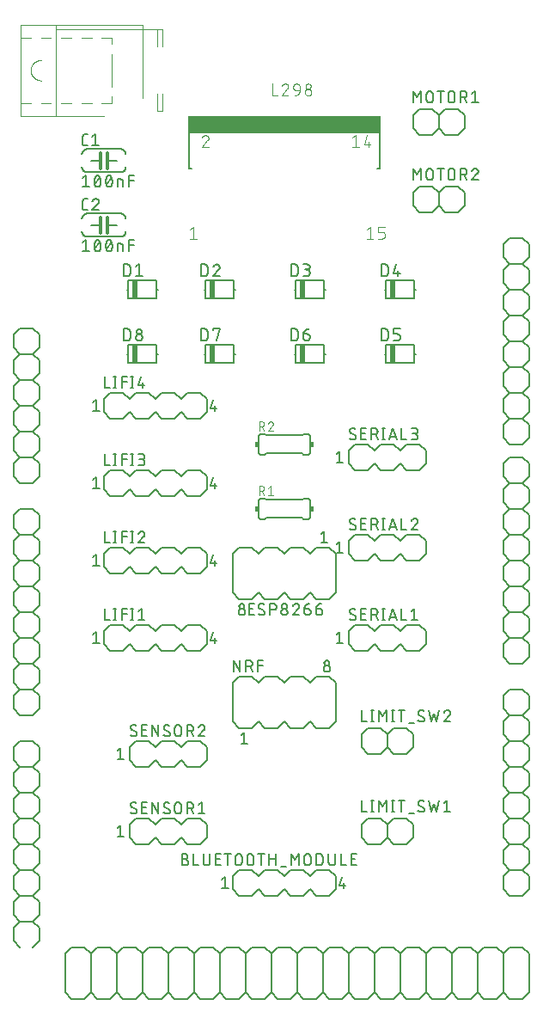
<source format=gto>
G75*
%MOIN*%
%OFA0B0*%
%FSLAX25Y25*%
%IPPOS*%
%LPD*%
%AMOC8*
5,1,8,0,0,1.08239X$1,22.5*
%
%ADD10C,0.00600*%
%ADD11C,0.01200*%
%ADD12C,0.00500*%
%ADD13R,0.02000X0.07000*%
%ADD14C,0.00400*%
%ADD15R,0.74606X0.06594*%
%ADD16C,0.00394*%
%ADD17R,0.01500X0.02000*%
D10*
X0012500Y0036250D02*
X0010000Y0038750D01*
X0010000Y0043750D01*
X0012500Y0046250D01*
X0010000Y0048750D01*
X0010000Y0053750D01*
X0012500Y0056250D01*
X0010000Y0058750D01*
X0010000Y0063750D01*
X0012500Y0066250D01*
X0010000Y0068750D01*
X0010000Y0073750D01*
X0012500Y0076250D01*
X0010000Y0078750D01*
X0010000Y0083750D01*
X0012500Y0086250D01*
X0010000Y0088750D01*
X0010000Y0093750D01*
X0012500Y0096250D01*
X0010000Y0098750D01*
X0010000Y0103750D01*
X0012500Y0106250D01*
X0010000Y0108750D01*
X0010000Y0113750D01*
X0012500Y0116250D01*
X0017500Y0116250D01*
X0020000Y0113750D01*
X0020000Y0108750D01*
X0017500Y0106250D01*
X0012500Y0106250D01*
X0017500Y0106250D02*
X0020000Y0103750D01*
X0020000Y0098750D01*
X0017500Y0096250D01*
X0020000Y0093750D01*
X0020000Y0088750D01*
X0017500Y0086250D01*
X0020000Y0083750D01*
X0020000Y0078750D01*
X0017500Y0076250D01*
X0012500Y0076250D01*
X0017500Y0076250D02*
X0020000Y0073750D01*
X0020000Y0068750D01*
X0017500Y0066250D01*
X0020000Y0063750D01*
X0020000Y0058750D01*
X0017500Y0056250D01*
X0020000Y0053750D01*
X0020000Y0048750D01*
X0017500Y0046250D01*
X0020000Y0043750D01*
X0020000Y0038750D01*
X0017500Y0036250D01*
X0017500Y0046250D02*
X0012500Y0046250D01*
X0012500Y0056250D02*
X0017500Y0056250D01*
X0017500Y0066250D02*
X0012500Y0066250D01*
X0012500Y0086250D02*
X0017500Y0086250D01*
X0017500Y0096250D02*
X0012500Y0096250D01*
X0012500Y0126250D02*
X0010000Y0128750D01*
X0010000Y0133750D01*
X0012500Y0136250D01*
X0010000Y0138750D01*
X0010000Y0143750D01*
X0012500Y0146250D01*
X0010000Y0148750D01*
X0010000Y0153750D01*
X0012500Y0156250D01*
X0010000Y0158750D01*
X0010000Y0163750D01*
X0012500Y0166250D01*
X0010000Y0168750D01*
X0010000Y0173750D01*
X0012500Y0176250D01*
X0010000Y0178750D01*
X0010000Y0183750D01*
X0012500Y0186250D01*
X0010000Y0188750D01*
X0010000Y0193750D01*
X0012500Y0196250D01*
X0010000Y0198750D01*
X0010000Y0203750D01*
X0012500Y0206250D01*
X0017500Y0206250D01*
X0020000Y0203750D01*
X0020000Y0198750D01*
X0017500Y0196250D01*
X0012500Y0196250D01*
X0017500Y0196250D02*
X0020000Y0193750D01*
X0020000Y0188750D01*
X0017500Y0186250D01*
X0020000Y0183750D01*
X0020000Y0178750D01*
X0017500Y0176250D01*
X0020000Y0173750D01*
X0020000Y0168750D01*
X0017500Y0166250D01*
X0012500Y0166250D01*
X0017500Y0166250D02*
X0020000Y0163750D01*
X0020000Y0158750D01*
X0017500Y0156250D01*
X0020000Y0153750D01*
X0020000Y0148750D01*
X0017500Y0146250D01*
X0020000Y0143750D01*
X0020000Y0138750D01*
X0017500Y0136250D01*
X0020000Y0133750D01*
X0020000Y0128750D01*
X0017500Y0126250D01*
X0012500Y0126250D01*
X0012500Y0136250D02*
X0017500Y0136250D01*
X0017500Y0146250D02*
X0012500Y0146250D01*
X0012500Y0156250D02*
X0017500Y0156250D01*
X0017500Y0176250D02*
X0012500Y0176250D01*
X0012500Y0186250D02*
X0017500Y0186250D01*
X0017500Y0216250D02*
X0012500Y0216250D01*
X0010000Y0218750D01*
X0010000Y0223750D01*
X0012500Y0226250D01*
X0010000Y0228750D01*
X0010000Y0233750D01*
X0012500Y0236250D01*
X0010000Y0238750D01*
X0010000Y0243750D01*
X0012500Y0246250D01*
X0010000Y0248750D01*
X0010000Y0253750D01*
X0012500Y0256250D01*
X0010000Y0258750D01*
X0010000Y0263750D01*
X0012500Y0266250D01*
X0010000Y0268750D01*
X0010000Y0273750D01*
X0012500Y0276250D01*
X0017500Y0276250D01*
X0020000Y0273750D01*
X0020000Y0268750D01*
X0017500Y0266250D01*
X0012500Y0266250D01*
X0017500Y0266250D02*
X0020000Y0263750D01*
X0020000Y0258750D01*
X0017500Y0256250D01*
X0020000Y0253750D01*
X0020000Y0248750D01*
X0017500Y0246250D01*
X0020000Y0243750D01*
X0020000Y0238750D01*
X0017500Y0236250D01*
X0012500Y0236250D01*
X0017500Y0236250D02*
X0020000Y0233750D01*
X0020000Y0228750D01*
X0017500Y0226250D01*
X0020000Y0223750D01*
X0020000Y0218750D01*
X0017500Y0216250D01*
X0017500Y0226250D02*
X0012500Y0226250D01*
X0012500Y0246250D02*
X0017500Y0246250D01*
X0017500Y0256250D02*
X0012500Y0256250D01*
X0038500Y0311750D02*
X0051500Y0311750D01*
X0051587Y0311752D01*
X0051674Y0311758D01*
X0051761Y0311767D01*
X0051847Y0311780D01*
X0051933Y0311797D01*
X0052018Y0311818D01*
X0052101Y0311843D01*
X0052184Y0311871D01*
X0052265Y0311902D01*
X0052345Y0311937D01*
X0052423Y0311976D01*
X0052500Y0312018D01*
X0052575Y0312063D01*
X0052647Y0312112D01*
X0052718Y0312163D01*
X0052786Y0312218D01*
X0052851Y0312275D01*
X0052914Y0312336D01*
X0052975Y0312399D01*
X0053032Y0312464D01*
X0053087Y0312532D01*
X0053138Y0312603D01*
X0053187Y0312675D01*
X0053232Y0312750D01*
X0053274Y0312827D01*
X0053313Y0312905D01*
X0053348Y0312985D01*
X0053379Y0313066D01*
X0053407Y0313149D01*
X0053432Y0313232D01*
X0053453Y0313317D01*
X0053470Y0313403D01*
X0053483Y0313489D01*
X0053492Y0313576D01*
X0053498Y0313663D01*
X0053500Y0313750D01*
X0053500Y0318750D02*
X0053498Y0318837D01*
X0053492Y0318924D01*
X0053483Y0319011D01*
X0053470Y0319097D01*
X0053453Y0319183D01*
X0053432Y0319268D01*
X0053407Y0319351D01*
X0053379Y0319434D01*
X0053348Y0319515D01*
X0053313Y0319595D01*
X0053274Y0319673D01*
X0053232Y0319750D01*
X0053187Y0319825D01*
X0053138Y0319897D01*
X0053087Y0319968D01*
X0053032Y0320036D01*
X0052975Y0320101D01*
X0052914Y0320164D01*
X0052851Y0320225D01*
X0052786Y0320282D01*
X0052718Y0320337D01*
X0052647Y0320388D01*
X0052575Y0320437D01*
X0052500Y0320482D01*
X0052423Y0320524D01*
X0052345Y0320563D01*
X0052265Y0320598D01*
X0052184Y0320629D01*
X0052101Y0320657D01*
X0052018Y0320682D01*
X0051933Y0320703D01*
X0051847Y0320720D01*
X0051761Y0320733D01*
X0051674Y0320742D01*
X0051587Y0320748D01*
X0051500Y0320750D01*
X0038500Y0320750D01*
X0038413Y0320748D01*
X0038326Y0320742D01*
X0038239Y0320733D01*
X0038153Y0320720D01*
X0038067Y0320703D01*
X0037982Y0320682D01*
X0037899Y0320657D01*
X0037816Y0320629D01*
X0037735Y0320598D01*
X0037655Y0320563D01*
X0037577Y0320524D01*
X0037500Y0320482D01*
X0037425Y0320437D01*
X0037353Y0320388D01*
X0037282Y0320337D01*
X0037214Y0320282D01*
X0037149Y0320225D01*
X0037086Y0320164D01*
X0037025Y0320101D01*
X0036968Y0320036D01*
X0036913Y0319968D01*
X0036862Y0319897D01*
X0036813Y0319825D01*
X0036768Y0319750D01*
X0036726Y0319673D01*
X0036687Y0319595D01*
X0036652Y0319515D01*
X0036621Y0319434D01*
X0036593Y0319351D01*
X0036568Y0319268D01*
X0036547Y0319183D01*
X0036530Y0319097D01*
X0036517Y0319011D01*
X0036508Y0318924D01*
X0036502Y0318837D01*
X0036500Y0318750D01*
X0036500Y0313750D02*
X0036502Y0313663D01*
X0036508Y0313576D01*
X0036517Y0313489D01*
X0036530Y0313403D01*
X0036547Y0313317D01*
X0036568Y0313232D01*
X0036593Y0313149D01*
X0036621Y0313066D01*
X0036652Y0312985D01*
X0036687Y0312905D01*
X0036726Y0312827D01*
X0036768Y0312750D01*
X0036813Y0312675D01*
X0036862Y0312603D01*
X0036913Y0312532D01*
X0036968Y0312464D01*
X0037025Y0312399D01*
X0037086Y0312336D01*
X0037149Y0312275D01*
X0037214Y0312218D01*
X0037282Y0312163D01*
X0037353Y0312112D01*
X0037425Y0312063D01*
X0037500Y0312018D01*
X0037577Y0311976D01*
X0037655Y0311937D01*
X0037735Y0311902D01*
X0037816Y0311871D01*
X0037899Y0311843D01*
X0037982Y0311818D01*
X0038067Y0311797D01*
X0038153Y0311780D01*
X0038239Y0311767D01*
X0038326Y0311758D01*
X0038413Y0311752D01*
X0038500Y0311750D01*
X0040000Y0316250D02*
X0043800Y0316250D01*
X0046300Y0316250D02*
X0050000Y0316250D01*
X0051500Y0336750D02*
X0038500Y0336750D01*
X0038413Y0336752D01*
X0038326Y0336758D01*
X0038239Y0336767D01*
X0038153Y0336780D01*
X0038067Y0336797D01*
X0037982Y0336818D01*
X0037899Y0336843D01*
X0037816Y0336871D01*
X0037735Y0336902D01*
X0037655Y0336937D01*
X0037577Y0336976D01*
X0037500Y0337018D01*
X0037425Y0337063D01*
X0037353Y0337112D01*
X0037282Y0337163D01*
X0037214Y0337218D01*
X0037149Y0337275D01*
X0037086Y0337336D01*
X0037025Y0337399D01*
X0036968Y0337464D01*
X0036913Y0337532D01*
X0036862Y0337603D01*
X0036813Y0337675D01*
X0036768Y0337750D01*
X0036726Y0337827D01*
X0036687Y0337905D01*
X0036652Y0337985D01*
X0036621Y0338066D01*
X0036593Y0338149D01*
X0036568Y0338232D01*
X0036547Y0338317D01*
X0036530Y0338403D01*
X0036517Y0338489D01*
X0036508Y0338576D01*
X0036502Y0338663D01*
X0036500Y0338750D01*
X0036500Y0343750D02*
X0036502Y0343837D01*
X0036508Y0343924D01*
X0036517Y0344011D01*
X0036530Y0344097D01*
X0036547Y0344183D01*
X0036568Y0344268D01*
X0036593Y0344351D01*
X0036621Y0344434D01*
X0036652Y0344515D01*
X0036687Y0344595D01*
X0036726Y0344673D01*
X0036768Y0344750D01*
X0036813Y0344825D01*
X0036862Y0344897D01*
X0036913Y0344968D01*
X0036968Y0345036D01*
X0037025Y0345101D01*
X0037086Y0345164D01*
X0037149Y0345225D01*
X0037214Y0345282D01*
X0037282Y0345337D01*
X0037353Y0345388D01*
X0037425Y0345437D01*
X0037500Y0345482D01*
X0037577Y0345524D01*
X0037655Y0345563D01*
X0037735Y0345598D01*
X0037816Y0345629D01*
X0037899Y0345657D01*
X0037982Y0345682D01*
X0038067Y0345703D01*
X0038153Y0345720D01*
X0038239Y0345733D01*
X0038326Y0345742D01*
X0038413Y0345748D01*
X0038500Y0345750D01*
X0051500Y0345750D01*
X0051587Y0345748D01*
X0051674Y0345742D01*
X0051761Y0345733D01*
X0051847Y0345720D01*
X0051933Y0345703D01*
X0052018Y0345682D01*
X0052101Y0345657D01*
X0052184Y0345629D01*
X0052265Y0345598D01*
X0052345Y0345563D01*
X0052423Y0345524D01*
X0052500Y0345482D01*
X0052575Y0345437D01*
X0052647Y0345388D01*
X0052718Y0345337D01*
X0052786Y0345282D01*
X0052851Y0345225D01*
X0052914Y0345164D01*
X0052975Y0345101D01*
X0053032Y0345036D01*
X0053087Y0344968D01*
X0053138Y0344897D01*
X0053187Y0344825D01*
X0053232Y0344750D01*
X0053274Y0344673D01*
X0053313Y0344595D01*
X0053348Y0344515D01*
X0053379Y0344434D01*
X0053407Y0344351D01*
X0053432Y0344268D01*
X0053453Y0344183D01*
X0053470Y0344097D01*
X0053483Y0344011D01*
X0053492Y0343924D01*
X0053498Y0343837D01*
X0053500Y0343750D01*
X0053500Y0338750D02*
X0053498Y0338663D01*
X0053492Y0338576D01*
X0053483Y0338489D01*
X0053470Y0338403D01*
X0053453Y0338317D01*
X0053432Y0338232D01*
X0053407Y0338149D01*
X0053379Y0338066D01*
X0053348Y0337985D01*
X0053313Y0337905D01*
X0053274Y0337827D01*
X0053232Y0337750D01*
X0053187Y0337675D01*
X0053138Y0337603D01*
X0053087Y0337532D01*
X0053032Y0337464D01*
X0052975Y0337399D01*
X0052914Y0337336D01*
X0052851Y0337275D01*
X0052786Y0337218D01*
X0052718Y0337163D01*
X0052647Y0337112D01*
X0052575Y0337063D01*
X0052500Y0337018D01*
X0052423Y0336976D01*
X0052345Y0336937D01*
X0052265Y0336902D01*
X0052184Y0336871D01*
X0052101Y0336843D01*
X0052018Y0336818D01*
X0051933Y0336797D01*
X0051847Y0336780D01*
X0051761Y0336767D01*
X0051674Y0336758D01*
X0051587Y0336752D01*
X0051500Y0336750D01*
X0050000Y0341250D02*
X0046300Y0341250D01*
X0043800Y0341250D02*
X0040000Y0341250D01*
X0054500Y0294750D02*
X0054500Y0291250D01*
X0054500Y0287750D01*
X0065500Y0287750D01*
X0065500Y0291250D01*
X0065500Y0294750D01*
X0054500Y0294750D01*
X0054500Y0291250D02*
X0054000Y0291250D01*
X0065500Y0291250D02*
X0066000Y0291250D01*
X0065500Y0269750D02*
X0065500Y0266250D01*
X0065500Y0262750D01*
X0054500Y0262750D01*
X0054500Y0266250D01*
X0054500Y0269750D01*
X0065500Y0269750D01*
X0065500Y0266250D02*
X0066000Y0266250D01*
X0067500Y0251250D02*
X0065000Y0248750D01*
X0062500Y0251250D01*
X0057500Y0251250D01*
X0055000Y0248750D01*
X0052500Y0251250D01*
X0047500Y0251250D01*
X0045000Y0248750D01*
X0045000Y0243750D01*
X0047500Y0241250D01*
X0052500Y0241250D01*
X0055000Y0243750D01*
X0057500Y0241250D01*
X0062500Y0241250D01*
X0065000Y0243750D01*
X0067500Y0241250D01*
X0072500Y0241250D01*
X0075000Y0243750D01*
X0077500Y0241250D01*
X0082500Y0241250D01*
X0085000Y0243750D01*
X0085000Y0248750D01*
X0082500Y0251250D01*
X0077500Y0251250D01*
X0075000Y0248750D01*
X0072500Y0251250D01*
X0067500Y0251250D01*
X0054500Y0266250D02*
X0054000Y0266250D01*
X0052500Y0221250D02*
X0047500Y0221250D01*
X0045000Y0218750D01*
X0045000Y0213750D01*
X0047500Y0211250D01*
X0052500Y0211250D01*
X0055000Y0213750D01*
X0057500Y0211250D01*
X0062500Y0211250D01*
X0065000Y0213750D01*
X0067500Y0211250D01*
X0072500Y0211250D01*
X0075000Y0213750D01*
X0077500Y0211250D01*
X0082500Y0211250D01*
X0085000Y0213750D01*
X0085000Y0218750D01*
X0082500Y0221250D01*
X0077500Y0221250D01*
X0075000Y0218750D01*
X0072500Y0221250D01*
X0067500Y0221250D01*
X0065000Y0218750D01*
X0062500Y0221250D01*
X0057500Y0221250D01*
X0055000Y0218750D01*
X0052500Y0221250D01*
X0052500Y0191250D02*
X0047500Y0191250D01*
X0045000Y0188750D01*
X0045000Y0183750D01*
X0047500Y0181250D01*
X0052500Y0181250D01*
X0055000Y0183750D01*
X0057500Y0181250D01*
X0062500Y0181250D01*
X0065000Y0183750D01*
X0067500Y0181250D01*
X0072500Y0181250D01*
X0075000Y0183750D01*
X0077500Y0181250D01*
X0082500Y0181250D01*
X0085000Y0183750D01*
X0085000Y0188750D01*
X0082500Y0191250D01*
X0077500Y0191250D01*
X0075000Y0188750D01*
X0072500Y0191250D01*
X0067500Y0191250D01*
X0065000Y0188750D01*
X0062500Y0191250D01*
X0057500Y0191250D01*
X0055000Y0188750D01*
X0052500Y0191250D01*
X0052500Y0161250D02*
X0047500Y0161250D01*
X0045000Y0158750D01*
X0045000Y0153750D01*
X0047500Y0151250D01*
X0052500Y0151250D01*
X0055000Y0153750D01*
X0057500Y0151250D01*
X0062500Y0151250D01*
X0065000Y0153750D01*
X0067500Y0151250D01*
X0072500Y0151250D01*
X0075000Y0153750D01*
X0077500Y0151250D01*
X0082500Y0151250D01*
X0085000Y0153750D01*
X0085000Y0158750D01*
X0082500Y0161250D01*
X0077500Y0161250D01*
X0075000Y0158750D01*
X0072500Y0161250D01*
X0067500Y0161250D01*
X0065000Y0158750D01*
X0062500Y0161250D01*
X0057500Y0161250D01*
X0055000Y0158750D01*
X0052500Y0161250D01*
X0057500Y0116250D02*
X0055000Y0113750D01*
X0055000Y0108750D01*
X0057500Y0106250D01*
X0062500Y0106250D01*
X0065000Y0108750D01*
X0067500Y0106250D01*
X0072500Y0106250D01*
X0075000Y0108750D01*
X0077500Y0106250D01*
X0082500Y0106250D01*
X0085000Y0108750D01*
X0085000Y0113750D01*
X0082500Y0116250D01*
X0077500Y0116250D01*
X0075000Y0113750D01*
X0072500Y0116250D01*
X0067500Y0116250D01*
X0065000Y0113750D01*
X0062500Y0116250D01*
X0057500Y0116250D01*
X0057500Y0086250D02*
X0055000Y0083750D01*
X0055000Y0078750D01*
X0057500Y0076250D01*
X0062500Y0076250D01*
X0065000Y0078750D01*
X0067500Y0076250D01*
X0072500Y0076250D01*
X0075000Y0078750D01*
X0077500Y0076250D01*
X0082500Y0076250D01*
X0085000Y0078750D01*
X0085000Y0083750D01*
X0082500Y0086250D01*
X0077500Y0086250D01*
X0075000Y0083750D01*
X0072500Y0086250D01*
X0067500Y0086250D01*
X0065000Y0083750D01*
X0062500Y0086250D01*
X0057500Y0086250D01*
X0057500Y0036250D02*
X0052500Y0036250D01*
X0050000Y0033750D01*
X0050000Y0018750D01*
X0047500Y0016250D01*
X0042500Y0016250D01*
X0040000Y0018750D01*
X0040000Y0033750D01*
X0042500Y0036250D01*
X0047500Y0036250D01*
X0050000Y0033750D01*
X0057500Y0036250D02*
X0060000Y0033750D01*
X0060000Y0018750D01*
X0057500Y0016250D01*
X0052500Y0016250D01*
X0050000Y0018750D01*
X0040000Y0018750D02*
X0037500Y0016250D01*
X0032500Y0016250D01*
X0030000Y0018750D01*
X0030000Y0033750D01*
X0032500Y0036250D01*
X0037500Y0036250D01*
X0040000Y0033750D01*
X0060000Y0033750D02*
X0062500Y0036250D01*
X0067500Y0036250D01*
X0070000Y0033750D01*
X0070000Y0018750D01*
X0067500Y0016250D01*
X0062500Y0016250D01*
X0060000Y0018750D01*
X0070000Y0018750D02*
X0072500Y0016250D01*
X0077500Y0016250D01*
X0080000Y0018750D01*
X0080000Y0033750D01*
X0082500Y0036250D01*
X0087500Y0036250D01*
X0090000Y0033750D01*
X0090000Y0018750D01*
X0087500Y0016250D01*
X0082500Y0016250D01*
X0080000Y0018750D01*
X0090000Y0018750D02*
X0092500Y0016250D01*
X0097500Y0016250D01*
X0100000Y0018750D01*
X0100000Y0033750D01*
X0102500Y0036250D01*
X0107500Y0036250D01*
X0110000Y0033750D01*
X0110000Y0018750D01*
X0107500Y0016250D01*
X0102500Y0016250D01*
X0100000Y0018750D01*
X0100000Y0033750D02*
X0097500Y0036250D01*
X0092500Y0036250D01*
X0090000Y0033750D01*
X0080000Y0033750D02*
X0077500Y0036250D01*
X0072500Y0036250D01*
X0070000Y0033750D01*
X0095000Y0058750D02*
X0097500Y0056250D01*
X0102500Y0056250D01*
X0105000Y0058750D01*
X0107500Y0056250D01*
X0112500Y0056250D01*
X0115000Y0058750D01*
X0117500Y0056250D01*
X0122500Y0056250D01*
X0125000Y0058750D01*
X0127500Y0056250D01*
X0132500Y0056250D01*
X0135000Y0058750D01*
X0135000Y0063750D01*
X0132500Y0066250D01*
X0127500Y0066250D01*
X0125000Y0063750D01*
X0122500Y0066250D01*
X0117500Y0066250D01*
X0115000Y0063750D01*
X0112500Y0066250D01*
X0107500Y0066250D01*
X0105000Y0063750D01*
X0102500Y0066250D01*
X0097500Y0066250D01*
X0095000Y0063750D01*
X0095000Y0058750D01*
X0112500Y0036250D02*
X0110000Y0033750D01*
X0112500Y0036250D02*
X0117500Y0036250D01*
X0120000Y0033750D01*
X0120000Y0018750D01*
X0117500Y0016250D01*
X0112500Y0016250D01*
X0110000Y0018750D01*
X0120000Y0018750D02*
X0122500Y0016250D01*
X0127500Y0016250D01*
X0130000Y0018750D01*
X0130000Y0033750D01*
X0132500Y0036250D01*
X0137500Y0036250D01*
X0140000Y0033750D01*
X0140000Y0018750D01*
X0137500Y0016250D01*
X0132500Y0016250D01*
X0130000Y0018750D01*
X0140000Y0018750D02*
X0142500Y0016250D01*
X0147500Y0016250D01*
X0150000Y0018750D01*
X0150000Y0033750D01*
X0147500Y0036250D01*
X0142500Y0036250D01*
X0140000Y0033750D01*
X0130000Y0033750D02*
X0127500Y0036250D01*
X0122500Y0036250D01*
X0120000Y0033750D01*
X0147500Y0076250D02*
X0145000Y0078750D01*
X0145000Y0083750D01*
X0147500Y0086250D01*
X0152500Y0086250D01*
X0155000Y0083750D01*
X0157500Y0086250D01*
X0162500Y0086250D01*
X0165000Y0083750D01*
X0165000Y0078750D01*
X0162500Y0076250D01*
X0157500Y0076250D01*
X0155000Y0078750D01*
X0152500Y0076250D01*
X0147500Y0076250D01*
X0155000Y0078750D02*
X0155000Y0083750D01*
X0152500Y0111250D02*
X0147500Y0111250D01*
X0145000Y0113750D01*
X0145000Y0118750D01*
X0147500Y0121250D01*
X0152500Y0121250D01*
X0155000Y0118750D01*
X0157500Y0121250D01*
X0162500Y0121250D01*
X0165000Y0118750D01*
X0165000Y0113750D01*
X0162500Y0111250D01*
X0157500Y0111250D01*
X0155000Y0113750D01*
X0152500Y0111250D01*
X0155000Y0113750D02*
X0155000Y0118750D01*
X0152500Y0151250D02*
X0150000Y0153750D01*
X0147500Y0151250D01*
X0142500Y0151250D01*
X0140000Y0153750D01*
X0140000Y0158750D01*
X0142500Y0161250D01*
X0147500Y0161250D01*
X0150000Y0158750D01*
X0152500Y0161250D01*
X0157500Y0161250D01*
X0160000Y0158750D01*
X0162500Y0161250D01*
X0167500Y0161250D01*
X0170000Y0158750D01*
X0170000Y0153750D01*
X0167500Y0151250D01*
X0162500Y0151250D01*
X0160000Y0153750D01*
X0157500Y0151250D01*
X0152500Y0151250D01*
X0135000Y0138750D02*
X0135000Y0123750D01*
X0132500Y0121250D01*
X0127500Y0121250D01*
X0125000Y0123750D01*
X0122500Y0121250D01*
X0117500Y0121250D01*
X0115000Y0123750D01*
X0112500Y0121250D01*
X0107500Y0121250D01*
X0105000Y0123750D01*
X0102500Y0121250D01*
X0097500Y0121250D01*
X0095000Y0123750D01*
X0095000Y0138750D01*
X0097500Y0141250D01*
X0102500Y0141250D01*
X0105000Y0138750D01*
X0107500Y0141250D01*
X0112500Y0141250D01*
X0115000Y0138750D01*
X0117500Y0141250D01*
X0122500Y0141250D01*
X0125000Y0138750D01*
X0127500Y0141250D01*
X0132500Y0141250D01*
X0135000Y0138750D01*
X0132500Y0171250D02*
X0127500Y0171250D01*
X0125000Y0173750D01*
X0122500Y0171250D01*
X0117500Y0171250D01*
X0115000Y0173750D01*
X0112500Y0171250D01*
X0107500Y0171250D01*
X0105000Y0173750D01*
X0102500Y0171250D01*
X0097500Y0171250D01*
X0095000Y0173750D01*
X0095000Y0188750D01*
X0097500Y0191250D01*
X0102500Y0191250D01*
X0105000Y0188750D01*
X0107500Y0191250D01*
X0112500Y0191250D01*
X0115000Y0188750D01*
X0117500Y0191250D01*
X0122500Y0191250D01*
X0125000Y0188750D01*
X0127500Y0191250D01*
X0132500Y0191250D01*
X0135000Y0188750D01*
X0135000Y0173750D01*
X0132500Y0171250D01*
X0142500Y0186250D02*
X0140000Y0188750D01*
X0140000Y0193750D01*
X0142500Y0196250D01*
X0147500Y0196250D01*
X0150000Y0193750D01*
X0152500Y0196250D01*
X0157500Y0196250D01*
X0160000Y0193750D01*
X0162500Y0196250D01*
X0167500Y0196250D01*
X0170000Y0193750D01*
X0170000Y0188750D01*
X0167500Y0186250D01*
X0162500Y0186250D01*
X0160000Y0188750D01*
X0157500Y0186250D01*
X0152500Y0186250D01*
X0150000Y0188750D01*
X0147500Y0186250D01*
X0142500Y0186250D01*
X0125000Y0203250D02*
X0125000Y0209250D01*
X0124998Y0209310D01*
X0124993Y0209371D01*
X0124984Y0209430D01*
X0124971Y0209489D01*
X0124955Y0209548D01*
X0124935Y0209605D01*
X0124912Y0209660D01*
X0124885Y0209715D01*
X0124856Y0209767D01*
X0124823Y0209818D01*
X0124787Y0209867D01*
X0124749Y0209913D01*
X0124707Y0209957D01*
X0124663Y0209999D01*
X0124617Y0210037D01*
X0124568Y0210073D01*
X0124517Y0210106D01*
X0124465Y0210135D01*
X0124410Y0210162D01*
X0124355Y0210185D01*
X0124298Y0210205D01*
X0124239Y0210221D01*
X0124180Y0210234D01*
X0124121Y0210243D01*
X0124060Y0210248D01*
X0124000Y0210250D01*
X0122500Y0210250D01*
X0122000Y0209750D01*
X0108000Y0209750D01*
X0107500Y0210250D01*
X0106000Y0210250D01*
X0105940Y0210248D01*
X0105879Y0210243D01*
X0105820Y0210234D01*
X0105761Y0210221D01*
X0105702Y0210205D01*
X0105645Y0210185D01*
X0105590Y0210162D01*
X0105535Y0210135D01*
X0105483Y0210106D01*
X0105432Y0210073D01*
X0105383Y0210037D01*
X0105337Y0209999D01*
X0105293Y0209957D01*
X0105251Y0209913D01*
X0105213Y0209867D01*
X0105177Y0209818D01*
X0105144Y0209767D01*
X0105115Y0209715D01*
X0105088Y0209660D01*
X0105065Y0209605D01*
X0105045Y0209548D01*
X0105029Y0209489D01*
X0105016Y0209430D01*
X0105007Y0209371D01*
X0105002Y0209310D01*
X0105000Y0209250D01*
X0105000Y0203250D01*
X0105002Y0203190D01*
X0105007Y0203129D01*
X0105016Y0203070D01*
X0105029Y0203011D01*
X0105045Y0202952D01*
X0105065Y0202895D01*
X0105088Y0202840D01*
X0105115Y0202785D01*
X0105144Y0202733D01*
X0105177Y0202682D01*
X0105213Y0202633D01*
X0105251Y0202587D01*
X0105293Y0202543D01*
X0105337Y0202501D01*
X0105383Y0202463D01*
X0105432Y0202427D01*
X0105483Y0202394D01*
X0105535Y0202365D01*
X0105590Y0202338D01*
X0105645Y0202315D01*
X0105702Y0202295D01*
X0105761Y0202279D01*
X0105820Y0202266D01*
X0105879Y0202257D01*
X0105940Y0202252D01*
X0106000Y0202250D01*
X0107500Y0202250D01*
X0108000Y0202750D01*
X0122000Y0202750D01*
X0122500Y0202250D01*
X0124000Y0202250D01*
X0124060Y0202252D01*
X0124121Y0202257D01*
X0124180Y0202266D01*
X0124239Y0202279D01*
X0124298Y0202295D01*
X0124355Y0202315D01*
X0124410Y0202338D01*
X0124465Y0202365D01*
X0124517Y0202394D01*
X0124568Y0202427D01*
X0124617Y0202463D01*
X0124663Y0202501D01*
X0124707Y0202543D01*
X0124749Y0202587D01*
X0124787Y0202633D01*
X0124823Y0202682D01*
X0124856Y0202733D01*
X0124885Y0202785D01*
X0124912Y0202840D01*
X0124935Y0202895D01*
X0124955Y0202952D01*
X0124971Y0203011D01*
X0124984Y0203070D01*
X0124993Y0203129D01*
X0124998Y0203190D01*
X0125000Y0203250D01*
X0124000Y0227250D02*
X0122500Y0227250D01*
X0122000Y0227750D01*
X0108000Y0227750D01*
X0107500Y0227250D01*
X0106000Y0227250D01*
X0105940Y0227252D01*
X0105879Y0227257D01*
X0105820Y0227266D01*
X0105761Y0227279D01*
X0105702Y0227295D01*
X0105645Y0227315D01*
X0105590Y0227338D01*
X0105535Y0227365D01*
X0105483Y0227394D01*
X0105432Y0227427D01*
X0105383Y0227463D01*
X0105337Y0227501D01*
X0105293Y0227543D01*
X0105251Y0227587D01*
X0105213Y0227633D01*
X0105177Y0227682D01*
X0105144Y0227733D01*
X0105115Y0227785D01*
X0105088Y0227840D01*
X0105065Y0227895D01*
X0105045Y0227952D01*
X0105029Y0228011D01*
X0105016Y0228070D01*
X0105007Y0228129D01*
X0105002Y0228190D01*
X0105000Y0228250D01*
X0105000Y0234250D01*
X0105002Y0234310D01*
X0105007Y0234371D01*
X0105016Y0234430D01*
X0105029Y0234489D01*
X0105045Y0234548D01*
X0105065Y0234605D01*
X0105088Y0234660D01*
X0105115Y0234715D01*
X0105144Y0234767D01*
X0105177Y0234818D01*
X0105213Y0234867D01*
X0105251Y0234913D01*
X0105293Y0234957D01*
X0105337Y0234999D01*
X0105383Y0235037D01*
X0105432Y0235073D01*
X0105483Y0235106D01*
X0105535Y0235135D01*
X0105590Y0235162D01*
X0105645Y0235185D01*
X0105702Y0235205D01*
X0105761Y0235221D01*
X0105820Y0235234D01*
X0105879Y0235243D01*
X0105940Y0235248D01*
X0106000Y0235250D01*
X0107500Y0235250D01*
X0108000Y0234750D01*
X0122000Y0234750D01*
X0122500Y0235250D01*
X0124000Y0235250D01*
X0124060Y0235248D01*
X0124121Y0235243D01*
X0124180Y0235234D01*
X0124239Y0235221D01*
X0124298Y0235205D01*
X0124355Y0235185D01*
X0124410Y0235162D01*
X0124465Y0235135D01*
X0124517Y0235106D01*
X0124568Y0235073D01*
X0124617Y0235037D01*
X0124663Y0234999D01*
X0124707Y0234957D01*
X0124749Y0234913D01*
X0124787Y0234867D01*
X0124823Y0234818D01*
X0124856Y0234767D01*
X0124885Y0234715D01*
X0124912Y0234660D01*
X0124935Y0234605D01*
X0124955Y0234548D01*
X0124971Y0234489D01*
X0124984Y0234430D01*
X0124993Y0234371D01*
X0124998Y0234310D01*
X0125000Y0234250D01*
X0125000Y0228250D01*
X0124998Y0228190D01*
X0124993Y0228129D01*
X0124984Y0228070D01*
X0124971Y0228011D01*
X0124955Y0227952D01*
X0124935Y0227895D01*
X0124912Y0227840D01*
X0124885Y0227785D01*
X0124856Y0227733D01*
X0124823Y0227682D01*
X0124787Y0227633D01*
X0124749Y0227587D01*
X0124707Y0227543D01*
X0124663Y0227501D01*
X0124617Y0227463D01*
X0124568Y0227427D01*
X0124517Y0227394D01*
X0124465Y0227365D01*
X0124410Y0227338D01*
X0124355Y0227315D01*
X0124298Y0227295D01*
X0124239Y0227279D01*
X0124180Y0227266D01*
X0124121Y0227257D01*
X0124060Y0227252D01*
X0124000Y0227250D01*
X0140000Y0228750D02*
X0140000Y0223750D01*
X0142500Y0221250D01*
X0147500Y0221250D01*
X0150000Y0223750D01*
X0152500Y0221250D01*
X0157500Y0221250D01*
X0160000Y0223750D01*
X0162500Y0221250D01*
X0167500Y0221250D01*
X0170000Y0223750D01*
X0170000Y0228750D01*
X0167500Y0231250D01*
X0162500Y0231250D01*
X0160000Y0228750D01*
X0157500Y0231250D01*
X0152500Y0231250D01*
X0150000Y0228750D01*
X0147500Y0231250D01*
X0142500Y0231250D01*
X0140000Y0228750D01*
X0130500Y0262750D02*
X0130500Y0266250D01*
X0130500Y0269750D01*
X0119500Y0269750D01*
X0119500Y0266250D01*
X0119500Y0262750D01*
X0130500Y0262750D01*
X0130500Y0266250D02*
X0131000Y0266250D01*
X0119500Y0266250D02*
X0119000Y0266250D01*
X0119500Y0287750D02*
X0119500Y0291250D01*
X0119500Y0294750D01*
X0130500Y0294750D01*
X0130500Y0291250D01*
X0130500Y0287750D01*
X0119500Y0287750D01*
X0119500Y0291250D02*
X0119000Y0291250D01*
X0130500Y0291250D02*
X0131000Y0291250D01*
X0154000Y0291250D02*
X0154500Y0291250D01*
X0154500Y0287750D01*
X0165500Y0287750D01*
X0165500Y0291250D01*
X0165500Y0294750D01*
X0154500Y0294750D01*
X0154500Y0291250D01*
X0165500Y0291250D02*
X0166000Y0291250D01*
X0165500Y0269750D02*
X0154500Y0269750D01*
X0154500Y0266250D01*
X0154500Y0262750D01*
X0165500Y0262750D01*
X0165500Y0266250D01*
X0165500Y0269750D01*
X0165500Y0266250D02*
X0166000Y0266250D01*
X0154500Y0266250D02*
X0154000Y0266250D01*
X0167500Y0321250D02*
X0165000Y0323750D01*
X0165000Y0328750D01*
X0167500Y0331250D01*
X0172500Y0331250D01*
X0175000Y0328750D01*
X0177500Y0331250D01*
X0182500Y0331250D01*
X0185000Y0328750D01*
X0185000Y0323750D01*
X0182500Y0321250D01*
X0177500Y0321250D01*
X0175000Y0323750D01*
X0172500Y0321250D01*
X0167500Y0321250D01*
X0175000Y0323750D02*
X0175000Y0328750D01*
X0172500Y0351250D02*
X0167500Y0351250D01*
X0165000Y0353750D01*
X0165000Y0358750D01*
X0167500Y0361250D01*
X0172500Y0361250D01*
X0175000Y0358750D01*
X0177500Y0361250D01*
X0182500Y0361250D01*
X0185000Y0358750D01*
X0185000Y0353750D01*
X0182500Y0351250D01*
X0177500Y0351250D01*
X0175000Y0353750D01*
X0172500Y0351250D01*
X0175000Y0353750D02*
X0175000Y0358750D01*
X0152000Y0352250D02*
X0152000Y0338250D01*
X0151000Y0338250D01*
X0200000Y0308750D02*
X0200000Y0303750D01*
X0202500Y0301250D01*
X0207500Y0301250D01*
X0210000Y0303750D01*
X0210000Y0308750D01*
X0207500Y0311250D01*
X0202500Y0311250D01*
X0200000Y0308750D01*
X0202500Y0301250D02*
X0200000Y0298750D01*
X0200000Y0293750D01*
X0202500Y0291250D01*
X0207500Y0291250D01*
X0210000Y0293750D01*
X0210000Y0298750D01*
X0207500Y0301250D01*
X0207500Y0291250D02*
X0210000Y0288750D01*
X0210000Y0283750D01*
X0207500Y0281250D01*
X0210000Y0278750D01*
X0210000Y0273750D01*
X0207500Y0271250D01*
X0210000Y0268750D01*
X0210000Y0263750D01*
X0207500Y0261250D01*
X0210000Y0258750D01*
X0210000Y0253750D01*
X0207500Y0251250D01*
X0210000Y0248750D01*
X0210000Y0243750D01*
X0207500Y0241250D01*
X0210000Y0238750D01*
X0210000Y0233750D01*
X0207500Y0231250D01*
X0202500Y0231250D01*
X0200000Y0233750D01*
X0200000Y0238750D01*
X0202500Y0241250D01*
X0207500Y0241250D01*
X0202500Y0241250D02*
X0200000Y0243750D01*
X0200000Y0248750D01*
X0202500Y0251250D01*
X0200000Y0253750D01*
X0200000Y0258750D01*
X0202500Y0261250D01*
X0200000Y0263750D01*
X0200000Y0268750D01*
X0202500Y0271250D01*
X0207500Y0271250D01*
X0202500Y0271250D02*
X0200000Y0273750D01*
X0200000Y0278750D01*
X0202500Y0281250D01*
X0200000Y0283750D01*
X0200000Y0288750D01*
X0202500Y0291250D01*
X0202500Y0281250D02*
X0207500Y0281250D01*
X0207500Y0261250D02*
X0202500Y0261250D01*
X0202500Y0251250D02*
X0207500Y0251250D01*
X0207500Y0226250D02*
X0202500Y0226250D01*
X0200000Y0223750D01*
X0200000Y0218750D01*
X0202500Y0216250D01*
X0207500Y0216250D01*
X0210000Y0218750D01*
X0210000Y0223750D01*
X0207500Y0226250D01*
X0207500Y0216250D02*
X0210000Y0213750D01*
X0210000Y0208750D01*
X0207500Y0206250D01*
X0210000Y0203750D01*
X0210000Y0198750D01*
X0207500Y0196250D01*
X0210000Y0193750D01*
X0210000Y0188750D01*
X0207500Y0186250D01*
X0210000Y0183750D01*
X0210000Y0178750D01*
X0207500Y0176250D01*
X0210000Y0173750D01*
X0210000Y0168750D01*
X0207500Y0166250D01*
X0210000Y0163750D01*
X0210000Y0158750D01*
X0207500Y0156250D01*
X0210000Y0153750D01*
X0210000Y0148750D01*
X0207500Y0146250D01*
X0202500Y0146250D01*
X0200000Y0148750D01*
X0200000Y0153750D01*
X0202500Y0156250D01*
X0207500Y0156250D01*
X0202500Y0156250D02*
X0200000Y0158750D01*
X0200000Y0163750D01*
X0202500Y0166250D01*
X0200000Y0168750D01*
X0200000Y0173750D01*
X0202500Y0176250D01*
X0200000Y0178750D01*
X0200000Y0183750D01*
X0202500Y0186250D01*
X0207500Y0186250D01*
X0202500Y0186250D02*
X0200000Y0188750D01*
X0200000Y0193750D01*
X0202500Y0196250D01*
X0200000Y0198750D01*
X0200000Y0203750D01*
X0202500Y0206250D01*
X0200000Y0208750D01*
X0200000Y0213750D01*
X0202500Y0216250D01*
X0202500Y0206250D02*
X0207500Y0206250D01*
X0207500Y0196250D02*
X0202500Y0196250D01*
X0202500Y0176250D02*
X0207500Y0176250D01*
X0207500Y0166250D02*
X0202500Y0166250D01*
X0202500Y0136250D02*
X0207500Y0136250D01*
X0210000Y0133750D01*
X0210000Y0128750D01*
X0207500Y0126250D01*
X0210000Y0123750D01*
X0210000Y0118750D01*
X0207500Y0116250D01*
X0210000Y0113750D01*
X0210000Y0108750D01*
X0207500Y0106250D01*
X0210000Y0103750D01*
X0210000Y0098750D01*
X0207500Y0096250D01*
X0210000Y0093750D01*
X0210000Y0088750D01*
X0207500Y0086250D01*
X0210000Y0083750D01*
X0210000Y0078750D01*
X0207500Y0076250D01*
X0210000Y0073750D01*
X0210000Y0068750D01*
X0207500Y0066250D01*
X0210000Y0063750D01*
X0210000Y0058750D01*
X0207500Y0056250D01*
X0202500Y0056250D01*
X0200000Y0058750D01*
X0200000Y0063750D01*
X0202500Y0066250D01*
X0207500Y0066250D01*
X0202500Y0066250D02*
X0200000Y0068750D01*
X0200000Y0073750D01*
X0202500Y0076250D01*
X0200000Y0078750D01*
X0200000Y0083750D01*
X0202500Y0086250D01*
X0200000Y0088750D01*
X0200000Y0093750D01*
X0202500Y0096250D01*
X0207500Y0096250D01*
X0202500Y0096250D02*
X0200000Y0098750D01*
X0200000Y0103750D01*
X0202500Y0106250D01*
X0200000Y0108750D01*
X0200000Y0113750D01*
X0202500Y0116250D01*
X0200000Y0118750D01*
X0200000Y0123750D01*
X0202500Y0126250D01*
X0200000Y0128750D01*
X0200000Y0133750D01*
X0202500Y0136250D01*
X0202500Y0126250D02*
X0207500Y0126250D01*
X0207500Y0116250D02*
X0202500Y0116250D01*
X0202500Y0106250D02*
X0207500Y0106250D01*
X0207500Y0086250D02*
X0202500Y0086250D01*
X0202500Y0076250D02*
X0207500Y0076250D01*
X0207500Y0036250D02*
X0202500Y0036250D01*
X0200000Y0033750D01*
X0200000Y0018750D01*
X0197500Y0016250D01*
X0192500Y0016250D01*
X0190000Y0018750D01*
X0190000Y0033750D01*
X0187500Y0036250D01*
X0182500Y0036250D01*
X0180000Y0033750D01*
X0180000Y0018750D01*
X0177500Y0016250D01*
X0172500Y0016250D01*
X0170000Y0018750D01*
X0170000Y0033750D01*
X0167500Y0036250D01*
X0162500Y0036250D01*
X0160000Y0033750D01*
X0160000Y0018750D01*
X0157500Y0016250D01*
X0152500Y0016250D01*
X0150000Y0018750D01*
X0160000Y0018750D02*
X0162500Y0016250D01*
X0167500Y0016250D01*
X0170000Y0018750D01*
X0180000Y0018750D02*
X0182500Y0016250D01*
X0187500Y0016250D01*
X0190000Y0018750D01*
X0200000Y0018750D02*
X0202500Y0016250D01*
X0207500Y0016250D01*
X0210000Y0018750D01*
X0210000Y0033750D01*
X0207500Y0036250D01*
X0200000Y0033750D02*
X0197500Y0036250D01*
X0192500Y0036250D01*
X0190000Y0033750D01*
X0180000Y0033750D02*
X0177500Y0036250D01*
X0172500Y0036250D01*
X0170000Y0033750D01*
X0160000Y0033750D02*
X0157500Y0036250D01*
X0152500Y0036250D01*
X0150000Y0033750D01*
X0095500Y0262750D02*
X0084500Y0262750D01*
X0084500Y0266250D01*
X0084500Y0269750D01*
X0095500Y0269750D01*
X0095500Y0266250D01*
X0095500Y0262750D01*
X0095500Y0266250D02*
X0096000Y0266250D01*
X0084500Y0266250D02*
X0084000Y0266250D01*
X0084500Y0287750D02*
X0084500Y0291250D01*
X0084500Y0294750D01*
X0095500Y0294750D01*
X0095500Y0291250D01*
X0095500Y0287750D01*
X0084500Y0287750D01*
X0084500Y0291250D02*
X0084000Y0291250D01*
X0095500Y0291250D02*
X0096000Y0291250D01*
X0079000Y0338250D02*
X0078000Y0338250D01*
X0078000Y0352250D01*
D11*
X0046300Y0344250D02*
X0046300Y0341250D01*
X0046300Y0338250D01*
X0043800Y0338250D02*
X0043800Y0341250D01*
X0043800Y0344250D01*
X0043800Y0319250D02*
X0043800Y0316250D01*
X0043800Y0313250D01*
X0046300Y0313250D02*
X0046300Y0316250D01*
X0046300Y0319250D01*
D12*
X0043015Y0322000D02*
X0040515Y0322000D01*
X0042640Y0324500D01*
X0041890Y0326500D02*
X0041817Y0326498D01*
X0041745Y0326493D01*
X0041673Y0326484D01*
X0041601Y0326471D01*
X0041530Y0326455D01*
X0041460Y0326435D01*
X0041392Y0326411D01*
X0041324Y0326385D01*
X0041258Y0326354D01*
X0041193Y0326321D01*
X0041131Y0326284D01*
X0041070Y0326245D01*
X0041011Y0326202D01*
X0040954Y0326156D01*
X0040900Y0326108D01*
X0040849Y0326057D01*
X0040799Y0326003D01*
X0040753Y0325947D01*
X0040710Y0325889D01*
X0040669Y0325828D01*
X0040632Y0325766D01*
X0040598Y0325702D01*
X0040567Y0325636D01*
X0040539Y0325569D01*
X0040515Y0325500D01*
X0042639Y0324500D02*
X0042685Y0324546D01*
X0042729Y0324595D01*
X0042769Y0324646D01*
X0042807Y0324699D01*
X0042842Y0324754D01*
X0042874Y0324811D01*
X0042903Y0324869D01*
X0042929Y0324929D01*
X0042951Y0324991D01*
X0042970Y0325053D01*
X0042986Y0325116D01*
X0042998Y0325180D01*
X0043007Y0325245D01*
X0043012Y0325310D01*
X0043014Y0325375D01*
X0043015Y0325375D02*
X0043013Y0325440D01*
X0043007Y0325506D01*
X0042998Y0325570D01*
X0042985Y0325634D01*
X0042968Y0325698D01*
X0042947Y0325760D01*
X0042923Y0325821D01*
X0042895Y0325880D01*
X0042864Y0325938D01*
X0042830Y0325993D01*
X0042792Y0326047D01*
X0042752Y0326098D01*
X0042708Y0326147D01*
X0042662Y0326193D01*
X0042613Y0326237D01*
X0042562Y0326277D01*
X0042508Y0326315D01*
X0042453Y0326349D01*
X0042395Y0326380D01*
X0042336Y0326408D01*
X0042275Y0326432D01*
X0042213Y0326453D01*
X0042149Y0326470D01*
X0042085Y0326483D01*
X0042021Y0326492D01*
X0041955Y0326498D01*
X0041890Y0326500D01*
X0042500Y0331000D02*
X0042560Y0331002D01*
X0042620Y0331008D01*
X0042680Y0331018D01*
X0042739Y0331031D01*
X0042797Y0331049D01*
X0042853Y0331070D01*
X0042908Y0331095D01*
X0042961Y0331123D01*
X0043013Y0331155D01*
X0043062Y0331190D01*
X0043109Y0331228D01*
X0043153Y0331270D01*
X0043194Y0331314D01*
X0043233Y0331360D01*
X0043268Y0331409D01*
X0043300Y0331460D01*
X0043328Y0331514D01*
X0043354Y0331569D01*
X0043375Y0331625D01*
X0042500Y0331000D02*
X0042440Y0331002D01*
X0042380Y0331008D01*
X0042320Y0331018D01*
X0042261Y0331031D01*
X0042203Y0331049D01*
X0042147Y0331070D01*
X0042092Y0331095D01*
X0042039Y0331123D01*
X0041987Y0331155D01*
X0041938Y0331190D01*
X0041891Y0331228D01*
X0041847Y0331270D01*
X0041806Y0331314D01*
X0041767Y0331360D01*
X0041732Y0331409D01*
X0041700Y0331460D01*
X0041672Y0331514D01*
X0041646Y0331569D01*
X0041625Y0331625D01*
X0041500Y0332000D02*
X0043500Y0334500D01*
X0043375Y0334875D02*
X0043354Y0334931D01*
X0043328Y0334986D01*
X0043300Y0335040D01*
X0043268Y0335091D01*
X0043233Y0335140D01*
X0043194Y0335186D01*
X0043153Y0335230D01*
X0043109Y0335272D01*
X0043062Y0335310D01*
X0043013Y0335345D01*
X0042961Y0335377D01*
X0042908Y0335405D01*
X0042853Y0335430D01*
X0042797Y0335451D01*
X0042739Y0335469D01*
X0042680Y0335482D01*
X0042620Y0335492D01*
X0042560Y0335498D01*
X0042500Y0335500D01*
X0042440Y0335498D01*
X0042380Y0335492D01*
X0042320Y0335482D01*
X0042261Y0335469D01*
X0042203Y0335451D01*
X0042147Y0335430D01*
X0042092Y0335405D01*
X0042039Y0335377D01*
X0041987Y0335345D01*
X0041938Y0335310D01*
X0041891Y0335272D01*
X0041847Y0335230D01*
X0041806Y0335186D01*
X0041767Y0335140D01*
X0041732Y0335091D01*
X0041700Y0335040D01*
X0041672Y0334986D01*
X0041646Y0334931D01*
X0041625Y0334875D01*
X0043750Y0333250D02*
X0043748Y0333130D01*
X0043742Y0333010D01*
X0043732Y0332890D01*
X0043719Y0332771D01*
X0043701Y0332652D01*
X0043680Y0332534D01*
X0043655Y0332416D01*
X0043626Y0332300D01*
X0043593Y0332184D01*
X0043557Y0332070D01*
X0043517Y0331956D01*
X0043473Y0331844D01*
X0043426Y0331734D01*
X0043375Y0331625D01*
X0047875Y0331625D02*
X0047926Y0331734D01*
X0047973Y0331844D01*
X0048017Y0331956D01*
X0048057Y0332070D01*
X0048093Y0332184D01*
X0048126Y0332300D01*
X0048155Y0332416D01*
X0048180Y0332534D01*
X0048201Y0332652D01*
X0048219Y0332771D01*
X0048232Y0332890D01*
X0048242Y0333010D01*
X0048248Y0333130D01*
X0048250Y0333250D01*
X0045750Y0333250D02*
X0045752Y0333130D01*
X0045758Y0333010D01*
X0045768Y0332890D01*
X0045781Y0332771D01*
X0045799Y0332652D01*
X0045820Y0332534D01*
X0045845Y0332416D01*
X0045874Y0332300D01*
X0045907Y0332184D01*
X0045943Y0332070D01*
X0045983Y0331956D01*
X0046027Y0331844D01*
X0046074Y0331734D01*
X0046125Y0331625D01*
X0046000Y0332000D02*
X0048000Y0334500D01*
X0047875Y0334875D02*
X0047854Y0334931D01*
X0047828Y0334986D01*
X0047800Y0335040D01*
X0047768Y0335091D01*
X0047733Y0335140D01*
X0047694Y0335186D01*
X0047653Y0335230D01*
X0047609Y0335272D01*
X0047562Y0335310D01*
X0047513Y0335345D01*
X0047461Y0335377D01*
X0047408Y0335405D01*
X0047353Y0335430D01*
X0047297Y0335451D01*
X0047239Y0335469D01*
X0047180Y0335482D01*
X0047120Y0335492D01*
X0047060Y0335498D01*
X0047000Y0335500D01*
X0046940Y0335498D01*
X0046880Y0335492D01*
X0046820Y0335482D01*
X0046761Y0335469D01*
X0046703Y0335451D01*
X0046647Y0335430D01*
X0046592Y0335405D01*
X0046539Y0335377D01*
X0046487Y0335345D01*
X0046438Y0335310D01*
X0046391Y0335272D01*
X0046347Y0335230D01*
X0046306Y0335186D01*
X0046267Y0335140D01*
X0046232Y0335091D01*
X0046200Y0335040D01*
X0046172Y0334986D01*
X0046146Y0334931D01*
X0046125Y0334875D01*
X0041250Y0333250D02*
X0041252Y0333130D01*
X0041258Y0333010D01*
X0041268Y0332890D01*
X0041281Y0332771D01*
X0041299Y0332652D01*
X0041320Y0332534D01*
X0041345Y0332416D01*
X0041374Y0332300D01*
X0041407Y0332184D01*
X0041443Y0332070D01*
X0041483Y0331956D01*
X0041527Y0331844D01*
X0041574Y0331734D01*
X0041625Y0331625D01*
X0043750Y0333250D02*
X0043748Y0333370D01*
X0043742Y0333490D01*
X0043732Y0333610D01*
X0043719Y0333729D01*
X0043701Y0333848D01*
X0043680Y0333966D01*
X0043655Y0334084D01*
X0043626Y0334200D01*
X0043593Y0334316D01*
X0043557Y0334430D01*
X0043517Y0334544D01*
X0043473Y0334656D01*
X0043426Y0334766D01*
X0043375Y0334875D01*
X0047875Y0334875D02*
X0047926Y0334766D01*
X0047973Y0334656D01*
X0048017Y0334544D01*
X0048057Y0334430D01*
X0048093Y0334316D01*
X0048126Y0334200D01*
X0048155Y0334084D01*
X0048180Y0333966D01*
X0048201Y0333848D01*
X0048219Y0333729D01*
X0048232Y0333610D01*
X0048242Y0333490D01*
X0048248Y0333370D01*
X0048250Y0333250D01*
X0045750Y0333250D02*
X0045752Y0333370D01*
X0045758Y0333490D01*
X0045768Y0333610D01*
X0045781Y0333729D01*
X0045799Y0333848D01*
X0045820Y0333966D01*
X0045845Y0334084D01*
X0045874Y0334200D01*
X0045907Y0334316D01*
X0045943Y0334430D01*
X0045983Y0334544D01*
X0046027Y0334656D01*
X0046074Y0334766D01*
X0046125Y0334875D01*
X0041625Y0334875D02*
X0041574Y0334766D01*
X0041527Y0334656D01*
X0041483Y0334544D01*
X0041443Y0334430D01*
X0041407Y0334316D01*
X0041374Y0334200D01*
X0041345Y0334084D01*
X0041320Y0333966D01*
X0041299Y0333848D01*
X0041281Y0333729D01*
X0041268Y0333610D01*
X0041258Y0333490D01*
X0041252Y0333370D01*
X0041250Y0333250D01*
X0039250Y0331000D02*
X0036750Y0331000D01*
X0038000Y0331000D02*
X0038000Y0335500D01*
X0036750Y0334500D01*
X0037750Y0326500D02*
X0038750Y0326500D01*
X0037750Y0326500D02*
X0037690Y0326498D01*
X0037629Y0326493D01*
X0037570Y0326484D01*
X0037511Y0326471D01*
X0037452Y0326455D01*
X0037395Y0326435D01*
X0037340Y0326412D01*
X0037285Y0326385D01*
X0037233Y0326356D01*
X0037182Y0326323D01*
X0037133Y0326287D01*
X0037087Y0326249D01*
X0037043Y0326207D01*
X0037001Y0326163D01*
X0036963Y0326117D01*
X0036927Y0326068D01*
X0036894Y0326017D01*
X0036865Y0325965D01*
X0036838Y0325910D01*
X0036815Y0325855D01*
X0036795Y0325798D01*
X0036779Y0325739D01*
X0036766Y0325680D01*
X0036757Y0325621D01*
X0036752Y0325560D01*
X0036750Y0325500D01*
X0036750Y0323000D01*
X0036752Y0322940D01*
X0036757Y0322879D01*
X0036766Y0322820D01*
X0036779Y0322761D01*
X0036795Y0322702D01*
X0036815Y0322645D01*
X0036838Y0322590D01*
X0036865Y0322535D01*
X0036894Y0322483D01*
X0036927Y0322432D01*
X0036963Y0322383D01*
X0037001Y0322337D01*
X0037043Y0322293D01*
X0037087Y0322251D01*
X0037133Y0322213D01*
X0037182Y0322177D01*
X0037233Y0322144D01*
X0037285Y0322115D01*
X0037340Y0322088D01*
X0037395Y0322065D01*
X0037452Y0322045D01*
X0037511Y0322029D01*
X0037570Y0322016D01*
X0037629Y0322007D01*
X0037690Y0322002D01*
X0037750Y0322000D01*
X0038750Y0322000D01*
X0038000Y0310500D02*
X0036750Y0309500D01*
X0038000Y0310500D02*
X0038000Y0306000D01*
X0036750Y0306000D02*
X0039250Y0306000D01*
X0043375Y0306625D02*
X0043426Y0306734D01*
X0043473Y0306844D01*
X0043517Y0306956D01*
X0043557Y0307070D01*
X0043593Y0307184D01*
X0043626Y0307300D01*
X0043655Y0307416D01*
X0043680Y0307534D01*
X0043701Y0307652D01*
X0043719Y0307771D01*
X0043732Y0307890D01*
X0043742Y0308010D01*
X0043748Y0308130D01*
X0043750Y0308250D01*
X0047875Y0306625D02*
X0047926Y0306734D01*
X0047973Y0306844D01*
X0048017Y0306956D01*
X0048057Y0307070D01*
X0048093Y0307184D01*
X0048126Y0307300D01*
X0048155Y0307416D01*
X0048180Y0307534D01*
X0048201Y0307652D01*
X0048219Y0307771D01*
X0048232Y0307890D01*
X0048242Y0308010D01*
X0048248Y0308130D01*
X0048250Y0308250D01*
X0045750Y0308250D02*
X0045752Y0308130D01*
X0045758Y0308010D01*
X0045768Y0307890D01*
X0045781Y0307771D01*
X0045799Y0307652D01*
X0045820Y0307534D01*
X0045845Y0307416D01*
X0045874Y0307300D01*
X0045907Y0307184D01*
X0045943Y0307070D01*
X0045983Y0306956D01*
X0046027Y0306844D01*
X0046074Y0306734D01*
X0046125Y0306625D01*
X0046000Y0307000D02*
X0048000Y0309500D01*
X0047875Y0309875D02*
X0047854Y0309931D01*
X0047828Y0309986D01*
X0047800Y0310040D01*
X0047768Y0310091D01*
X0047733Y0310140D01*
X0047694Y0310186D01*
X0047653Y0310230D01*
X0047609Y0310272D01*
X0047562Y0310310D01*
X0047513Y0310345D01*
X0047461Y0310377D01*
X0047408Y0310405D01*
X0047353Y0310430D01*
X0047297Y0310451D01*
X0047239Y0310469D01*
X0047180Y0310482D01*
X0047120Y0310492D01*
X0047060Y0310498D01*
X0047000Y0310500D01*
X0046940Y0310498D01*
X0046880Y0310492D01*
X0046820Y0310482D01*
X0046761Y0310469D01*
X0046703Y0310451D01*
X0046647Y0310430D01*
X0046592Y0310405D01*
X0046539Y0310377D01*
X0046487Y0310345D01*
X0046438Y0310310D01*
X0046391Y0310272D01*
X0046347Y0310230D01*
X0046306Y0310186D01*
X0046267Y0310140D01*
X0046232Y0310091D01*
X0046200Y0310040D01*
X0046172Y0309986D01*
X0046146Y0309931D01*
X0046125Y0309875D01*
X0041250Y0308250D02*
X0041252Y0308130D01*
X0041258Y0308010D01*
X0041268Y0307890D01*
X0041281Y0307771D01*
X0041299Y0307652D01*
X0041320Y0307534D01*
X0041345Y0307416D01*
X0041374Y0307300D01*
X0041407Y0307184D01*
X0041443Y0307070D01*
X0041483Y0306956D01*
X0041527Y0306844D01*
X0041574Y0306734D01*
X0041625Y0306625D01*
X0041500Y0307000D02*
X0043500Y0309500D01*
X0043375Y0309875D02*
X0043354Y0309931D01*
X0043328Y0309986D01*
X0043300Y0310040D01*
X0043268Y0310091D01*
X0043233Y0310140D01*
X0043194Y0310186D01*
X0043153Y0310230D01*
X0043109Y0310272D01*
X0043062Y0310310D01*
X0043013Y0310345D01*
X0042961Y0310377D01*
X0042908Y0310405D01*
X0042853Y0310430D01*
X0042797Y0310451D01*
X0042739Y0310469D01*
X0042680Y0310482D01*
X0042620Y0310492D01*
X0042560Y0310498D01*
X0042500Y0310500D01*
X0042440Y0310498D01*
X0042380Y0310492D01*
X0042320Y0310482D01*
X0042261Y0310469D01*
X0042203Y0310451D01*
X0042147Y0310430D01*
X0042092Y0310405D01*
X0042039Y0310377D01*
X0041987Y0310345D01*
X0041938Y0310310D01*
X0041891Y0310272D01*
X0041847Y0310230D01*
X0041806Y0310186D01*
X0041767Y0310140D01*
X0041732Y0310091D01*
X0041700Y0310040D01*
X0041672Y0309986D01*
X0041646Y0309931D01*
X0041625Y0309875D01*
X0043375Y0309875D02*
X0043426Y0309766D01*
X0043473Y0309656D01*
X0043517Y0309544D01*
X0043557Y0309430D01*
X0043593Y0309316D01*
X0043626Y0309200D01*
X0043655Y0309084D01*
X0043680Y0308966D01*
X0043701Y0308848D01*
X0043719Y0308729D01*
X0043732Y0308610D01*
X0043742Y0308490D01*
X0043748Y0308370D01*
X0043750Y0308250D01*
X0047875Y0309875D02*
X0047926Y0309766D01*
X0047973Y0309656D01*
X0048017Y0309544D01*
X0048057Y0309430D01*
X0048093Y0309316D01*
X0048126Y0309200D01*
X0048155Y0309084D01*
X0048180Y0308966D01*
X0048201Y0308848D01*
X0048219Y0308729D01*
X0048232Y0308610D01*
X0048242Y0308490D01*
X0048248Y0308370D01*
X0048250Y0308250D01*
X0045750Y0308250D02*
X0045752Y0308370D01*
X0045758Y0308490D01*
X0045768Y0308610D01*
X0045781Y0308729D01*
X0045799Y0308848D01*
X0045820Y0308966D01*
X0045845Y0309084D01*
X0045874Y0309200D01*
X0045907Y0309316D01*
X0045943Y0309430D01*
X0045983Y0309544D01*
X0046027Y0309656D01*
X0046074Y0309766D01*
X0046125Y0309875D01*
X0041625Y0309875D02*
X0041574Y0309766D01*
X0041527Y0309656D01*
X0041483Y0309544D01*
X0041443Y0309430D01*
X0041407Y0309316D01*
X0041374Y0309200D01*
X0041345Y0309084D01*
X0041320Y0308966D01*
X0041299Y0308848D01*
X0041281Y0308729D01*
X0041268Y0308610D01*
X0041258Y0308490D01*
X0041252Y0308370D01*
X0041250Y0308250D01*
X0042500Y0306000D02*
X0042560Y0306002D01*
X0042620Y0306008D01*
X0042680Y0306018D01*
X0042739Y0306031D01*
X0042797Y0306049D01*
X0042853Y0306070D01*
X0042908Y0306095D01*
X0042961Y0306123D01*
X0043013Y0306155D01*
X0043062Y0306190D01*
X0043109Y0306228D01*
X0043153Y0306270D01*
X0043194Y0306314D01*
X0043233Y0306360D01*
X0043268Y0306409D01*
X0043300Y0306460D01*
X0043328Y0306514D01*
X0043354Y0306569D01*
X0043375Y0306625D01*
X0042500Y0306000D02*
X0042440Y0306002D01*
X0042380Y0306008D01*
X0042320Y0306018D01*
X0042261Y0306031D01*
X0042203Y0306049D01*
X0042147Y0306070D01*
X0042092Y0306095D01*
X0042039Y0306123D01*
X0041987Y0306155D01*
X0041938Y0306190D01*
X0041891Y0306228D01*
X0041847Y0306270D01*
X0041806Y0306314D01*
X0041767Y0306360D01*
X0041732Y0306409D01*
X0041700Y0306460D01*
X0041672Y0306514D01*
X0041646Y0306569D01*
X0041625Y0306625D01*
X0047000Y0306000D02*
X0047060Y0306002D01*
X0047120Y0306008D01*
X0047180Y0306018D01*
X0047239Y0306031D01*
X0047297Y0306049D01*
X0047353Y0306070D01*
X0047408Y0306095D01*
X0047461Y0306123D01*
X0047513Y0306155D01*
X0047562Y0306190D01*
X0047609Y0306228D01*
X0047653Y0306270D01*
X0047694Y0306314D01*
X0047733Y0306360D01*
X0047768Y0306409D01*
X0047800Y0306460D01*
X0047828Y0306514D01*
X0047854Y0306569D01*
X0047875Y0306625D01*
X0047000Y0306000D02*
X0046940Y0306002D01*
X0046880Y0306008D01*
X0046820Y0306018D01*
X0046761Y0306031D01*
X0046703Y0306049D01*
X0046647Y0306070D01*
X0046592Y0306095D01*
X0046539Y0306123D01*
X0046487Y0306155D01*
X0046438Y0306190D01*
X0046391Y0306228D01*
X0046347Y0306270D01*
X0046306Y0306314D01*
X0046267Y0306360D01*
X0046232Y0306409D01*
X0046200Y0306460D01*
X0046172Y0306514D01*
X0046146Y0306569D01*
X0046125Y0306625D01*
X0050350Y0306000D02*
X0050350Y0309000D01*
X0051600Y0309000D01*
X0051654Y0308998D01*
X0051707Y0308992D01*
X0051759Y0308983D01*
X0051811Y0308970D01*
X0051862Y0308953D01*
X0051912Y0308932D01*
X0051959Y0308908D01*
X0052005Y0308881D01*
X0052049Y0308850D01*
X0052091Y0308817D01*
X0052130Y0308780D01*
X0052167Y0308741D01*
X0052200Y0308699D01*
X0052231Y0308655D01*
X0052258Y0308609D01*
X0052282Y0308562D01*
X0052303Y0308512D01*
X0052320Y0308461D01*
X0052333Y0308409D01*
X0052342Y0308357D01*
X0052348Y0308304D01*
X0052350Y0308250D01*
X0052350Y0306000D01*
X0054610Y0306000D02*
X0054610Y0310500D01*
X0056610Y0310500D01*
X0056610Y0308500D02*
X0054610Y0308500D01*
X0054000Y0301000D02*
X0052750Y0301000D01*
X0052750Y0296500D01*
X0054000Y0296500D01*
X0054068Y0296502D01*
X0054135Y0296507D01*
X0054202Y0296516D01*
X0054269Y0296529D01*
X0054334Y0296546D01*
X0054399Y0296565D01*
X0054463Y0296589D01*
X0054525Y0296616D01*
X0054586Y0296646D01*
X0054644Y0296679D01*
X0054701Y0296715D01*
X0054756Y0296755D01*
X0054809Y0296797D01*
X0054860Y0296843D01*
X0054907Y0296890D01*
X0054953Y0296941D01*
X0054995Y0296994D01*
X0055035Y0297049D01*
X0055071Y0297106D01*
X0055104Y0297164D01*
X0055134Y0297225D01*
X0055161Y0297287D01*
X0055185Y0297351D01*
X0055204Y0297416D01*
X0055221Y0297481D01*
X0055234Y0297548D01*
X0055243Y0297615D01*
X0055248Y0297682D01*
X0055250Y0297750D01*
X0055250Y0299750D01*
X0055248Y0299818D01*
X0055243Y0299885D01*
X0055234Y0299952D01*
X0055221Y0300019D01*
X0055204Y0300084D01*
X0055185Y0300149D01*
X0055161Y0300213D01*
X0055134Y0300275D01*
X0055104Y0300336D01*
X0055071Y0300394D01*
X0055035Y0300451D01*
X0054995Y0300506D01*
X0054953Y0300559D01*
X0054907Y0300610D01*
X0054860Y0300657D01*
X0054809Y0300703D01*
X0054756Y0300745D01*
X0054701Y0300785D01*
X0054644Y0300821D01*
X0054586Y0300854D01*
X0054525Y0300884D01*
X0054463Y0300911D01*
X0054399Y0300935D01*
X0054334Y0300954D01*
X0054269Y0300971D01*
X0054202Y0300984D01*
X0054135Y0300993D01*
X0054068Y0300998D01*
X0054000Y0301000D01*
X0057400Y0300000D02*
X0058650Y0301000D01*
X0058650Y0296500D01*
X0057400Y0296500D02*
X0059900Y0296500D01*
X0054000Y0276000D02*
X0052750Y0276000D01*
X0052750Y0271500D01*
X0054000Y0271500D01*
X0054068Y0271502D01*
X0054135Y0271507D01*
X0054202Y0271516D01*
X0054269Y0271529D01*
X0054334Y0271546D01*
X0054399Y0271565D01*
X0054463Y0271589D01*
X0054525Y0271616D01*
X0054586Y0271646D01*
X0054644Y0271679D01*
X0054701Y0271715D01*
X0054756Y0271755D01*
X0054809Y0271797D01*
X0054860Y0271843D01*
X0054907Y0271890D01*
X0054953Y0271941D01*
X0054995Y0271994D01*
X0055035Y0272049D01*
X0055071Y0272106D01*
X0055104Y0272164D01*
X0055134Y0272225D01*
X0055161Y0272287D01*
X0055185Y0272351D01*
X0055204Y0272416D01*
X0055221Y0272481D01*
X0055234Y0272548D01*
X0055243Y0272615D01*
X0055248Y0272682D01*
X0055250Y0272750D01*
X0055250Y0274750D01*
X0055248Y0274818D01*
X0055243Y0274885D01*
X0055234Y0274952D01*
X0055221Y0275019D01*
X0055204Y0275084D01*
X0055185Y0275149D01*
X0055161Y0275213D01*
X0055134Y0275275D01*
X0055104Y0275336D01*
X0055071Y0275394D01*
X0055035Y0275451D01*
X0054995Y0275506D01*
X0054953Y0275559D01*
X0054907Y0275610D01*
X0054860Y0275657D01*
X0054809Y0275703D01*
X0054756Y0275745D01*
X0054701Y0275785D01*
X0054644Y0275821D01*
X0054586Y0275854D01*
X0054525Y0275884D01*
X0054463Y0275911D01*
X0054399Y0275935D01*
X0054334Y0275954D01*
X0054269Y0275971D01*
X0054202Y0275984D01*
X0054135Y0275993D01*
X0054068Y0275998D01*
X0054000Y0276000D01*
X0057650Y0275000D02*
X0057652Y0274938D01*
X0057658Y0274877D01*
X0057667Y0274816D01*
X0057680Y0274756D01*
X0057697Y0274697D01*
X0057718Y0274639D01*
X0057742Y0274582D01*
X0057769Y0274527D01*
X0057800Y0274474D01*
X0057834Y0274422D01*
X0057871Y0274373D01*
X0057911Y0274326D01*
X0057954Y0274282D01*
X0057999Y0274241D01*
X0058047Y0274202D01*
X0058098Y0274166D01*
X0058150Y0274134D01*
X0058204Y0274105D01*
X0058260Y0274079D01*
X0058318Y0274057D01*
X0058376Y0274038D01*
X0058436Y0274023D01*
X0058497Y0274012D01*
X0058558Y0274004D01*
X0058619Y0274000D01*
X0058681Y0274000D01*
X0058742Y0274004D01*
X0058803Y0274012D01*
X0058864Y0274023D01*
X0058924Y0274038D01*
X0058982Y0274057D01*
X0059040Y0274079D01*
X0059096Y0274105D01*
X0059150Y0274134D01*
X0059202Y0274166D01*
X0059253Y0274202D01*
X0059301Y0274241D01*
X0059346Y0274282D01*
X0059389Y0274326D01*
X0059429Y0274373D01*
X0059466Y0274422D01*
X0059500Y0274474D01*
X0059531Y0274527D01*
X0059558Y0274582D01*
X0059582Y0274639D01*
X0059603Y0274697D01*
X0059620Y0274756D01*
X0059633Y0274816D01*
X0059642Y0274877D01*
X0059648Y0274938D01*
X0059650Y0275000D01*
X0059648Y0275062D01*
X0059642Y0275123D01*
X0059633Y0275184D01*
X0059620Y0275244D01*
X0059603Y0275303D01*
X0059582Y0275361D01*
X0059558Y0275418D01*
X0059531Y0275473D01*
X0059500Y0275526D01*
X0059466Y0275578D01*
X0059429Y0275627D01*
X0059389Y0275674D01*
X0059346Y0275718D01*
X0059301Y0275759D01*
X0059253Y0275798D01*
X0059202Y0275834D01*
X0059150Y0275866D01*
X0059096Y0275895D01*
X0059040Y0275921D01*
X0058982Y0275943D01*
X0058924Y0275962D01*
X0058864Y0275977D01*
X0058803Y0275988D01*
X0058742Y0275996D01*
X0058681Y0276000D01*
X0058619Y0276000D01*
X0058558Y0275996D01*
X0058497Y0275988D01*
X0058436Y0275977D01*
X0058376Y0275962D01*
X0058318Y0275943D01*
X0058260Y0275921D01*
X0058204Y0275895D01*
X0058150Y0275866D01*
X0058098Y0275834D01*
X0058047Y0275798D01*
X0057999Y0275759D01*
X0057954Y0275718D01*
X0057911Y0275674D01*
X0057871Y0275627D01*
X0057834Y0275578D01*
X0057800Y0275526D01*
X0057769Y0275473D01*
X0057742Y0275418D01*
X0057718Y0275361D01*
X0057697Y0275303D01*
X0057680Y0275244D01*
X0057667Y0275184D01*
X0057658Y0275123D01*
X0057652Y0275062D01*
X0057650Y0275000D01*
X0057400Y0272750D02*
X0057402Y0272681D01*
X0057408Y0272612D01*
X0057417Y0272544D01*
X0057430Y0272477D01*
X0057447Y0272410D01*
X0057468Y0272344D01*
X0057492Y0272280D01*
X0057520Y0272217D01*
X0057551Y0272155D01*
X0057585Y0272095D01*
X0057623Y0272038D01*
X0057664Y0271982D01*
X0057707Y0271929D01*
X0057754Y0271878D01*
X0057803Y0271830D01*
X0057855Y0271785D01*
X0057910Y0271743D01*
X0057966Y0271704D01*
X0058025Y0271667D01*
X0058086Y0271635D01*
X0058148Y0271605D01*
X0058212Y0271579D01*
X0058277Y0271557D01*
X0058343Y0271538D01*
X0058410Y0271523D01*
X0058478Y0271512D01*
X0058547Y0271504D01*
X0058616Y0271500D01*
X0058684Y0271500D01*
X0058753Y0271504D01*
X0058822Y0271512D01*
X0058890Y0271523D01*
X0058957Y0271538D01*
X0059023Y0271557D01*
X0059088Y0271579D01*
X0059152Y0271605D01*
X0059214Y0271635D01*
X0059275Y0271667D01*
X0059334Y0271704D01*
X0059390Y0271743D01*
X0059445Y0271785D01*
X0059497Y0271830D01*
X0059546Y0271878D01*
X0059593Y0271929D01*
X0059636Y0271982D01*
X0059677Y0272038D01*
X0059715Y0272095D01*
X0059749Y0272155D01*
X0059780Y0272217D01*
X0059808Y0272280D01*
X0059832Y0272344D01*
X0059853Y0272410D01*
X0059870Y0272477D01*
X0059883Y0272544D01*
X0059892Y0272612D01*
X0059898Y0272681D01*
X0059900Y0272750D01*
X0059898Y0272819D01*
X0059892Y0272888D01*
X0059883Y0272956D01*
X0059870Y0273023D01*
X0059853Y0273090D01*
X0059832Y0273156D01*
X0059808Y0273220D01*
X0059780Y0273283D01*
X0059749Y0273345D01*
X0059715Y0273405D01*
X0059677Y0273462D01*
X0059636Y0273518D01*
X0059593Y0273571D01*
X0059546Y0273622D01*
X0059497Y0273670D01*
X0059445Y0273715D01*
X0059390Y0273757D01*
X0059334Y0273796D01*
X0059275Y0273833D01*
X0059214Y0273865D01*
X0059152Y0273895D01*
X0059088Y0273921D01*
X0059023Y0273943D01*
X0058957Y0273962D01*
X0058890Y0273977D01*
X0058822Y0273988D01*
X0058753Y0273996D01*
X0058684Y0274000D01*
X0058616Y0274000D01*
X0058547Y0273996D01*
X0058478Y0273988D01*
X0058410Y0273977D01*
X0058343Y0273962D01*
X0058277Y0273943D01*
X0058212Y0273921D01*
X0058148Y0273895D01*
X0058086Y0273865D01*
X0058025Y0273833D01*
X0057966Y0273796D01*
X0057910Y0273757D01*
X0057855Y0273715D01*
X0057803Y0273670D01*
X0057754Y0273622D01*
X0057707Y0273571D01*
X0057664Y0273518D01*
X0057623Y0273462D01*
X0057585Y0273405D01*
X0057551Y0273345D01*
X0057520Y0273283D01*
X0057492Y0273220D01*
X0057468Y0273156D01*
X0057447Y0273090D01*
X0057430Y0273023D01*
X0057417Y0272956D01*
X0057408Y0272888D01*
X0057402Y0272819D01*
X0057400Y0272750D01*
X0056440Y0257500D02*
X0055440Y0257500D01*
X0055940Y0257500D02*
X0055940Y0253000D01*
X0055440Y0253000D02*
X0056440Y0253000D01*
X0058290Y0254000D02*
X0059290Y0257500D01*
X0060040Y0255000D02*
X0060040Y0253000D01*
X0060790Y0254000D02*
X0058290Y0254000D01*
X0053850Y0255500D02*
X0051850Y0255500D01*
X0051850Y0257500D02*
X0051850Y0253000D01*
X0049840Y0253000D02*
X0048840Y0253000D01*
X0049340Y0253000D02*
X0049340Y0257500D01*
X0048840Y0257500D02*
X0049840Y0257500D01*
X0051850Y0257500D02*
X0053850Y0257500D01*
X0047250Y0253000D02*
X0045250Y0253000D01*
X0045250Y0257500D01*
X0042000Y0248500D02*
X0042000Y0244000D01*
X0040750Y0244000D02*
X0043250Y0244000D01*
X0040750Y0247500D02*
X0042000Y0248500D01*
X0045250Y0227500D02*
X0045250Y0223000D01*
X0047250Y0223000D01*
X0048840Y0223000D02*
X0049840Y0223000D01*
X0049340Y0223000D02*
X0049340Y0227500D01*
X0048840Y0227500D02*
X0049840Y0227500D01*
X0051850Y0227500D02*
X0053850Y0227500D01*
X0055440Y0227500D02*
X0056440Y0227500D01*
X0055940Y0227500D02*
X0055940Y0223000D01*
X0055440Y0223000D02*
X0056440Y0223000D01*
X0058290Y0223000D02*
X0059540Y0223000D01*
X0059609Y0223002D01*
X0059678Y0223008D01*
X0059746Y0223017D01*
X0059813Y0223030D01*
X0059880Y0223047D01*
X0059946Y0223068D01*
X0060010Y0223092D01*
X0060073Y0223120D01*
X0060135Y0223151D01*
X0060195Y0223185D01*
X0060252Y0223223D01*
X0060308Y0223264D01*
X0060361Y0223307D01*
X0060412Y0223354D01*
X0060460Y0223403D01*
X0060505Y0223455D01*
X0060547Y0223510D01*
X0060586Y0223566D01*
X0060623Y0223625D01*
X0060655Y0223686D01*
X0060685Y0223748D01*
X0060711Y0223812D01*
X0060733Y0223877D01*
X0060752Y0223943D01*
X0060767Y0224010D01*
X0060778Y0224078D01*
X0060786Y0224147D01*
X0060790Y0224216D01*
X0060790Y0224284D01*
X0060786Y0224353D01*
X0060778Y0224422D01*
X0060767Y0224490D01*
X0060752Y0224557D01*
X0060733Y0224623D01*
X0060711Y0224688D01*
X0060685Y0224752D01*
X0060655Y0224814D01*
X0060623Y0224875D01*
X0060586Y0224934D01*
X0060547Y0224990D01*
X0060505Y0225045D01*
X0060460Y0225097D01*
X0060412Y0225146D01*
X0060361Y0225193D01*
X0060308Y0225236D01*
X0060252Y0225277D01*
X0060195Y0225315D01*
X0060135Y0225349D01*
X0060073Y0225380D01*
X0060010Y0225408D01*
X0059946Y0225432D01*
X0059880Y0225453D01*
X0059813Y0225470D01*
X0059746Y0225483D01*
X0059678Y0225492D01*
X0059609Y0225498D01*
X0059540Y0225500D01*
X0059790Y0225500D02*
X0058790Y0225500D01*
X0059790Y0225500D02*
X0059852Y0225502D01*
X0059913Y0225508D01*
X0059974Y0225517D01*
X0060034Y0225530D01*
X0060093Y0225547D01*
X0060151Y0225568D01*
X0060208Y0225592D01*
X0060263Y0225619D01*
X0060316Y0225650D01*
X0060368Y0225684D01*
X0060417Y0225721D01*
X0060464Y0225761D01*
X0060508Y0225804D01*
X0060549Y0225849D01*
X0060588Y0225897D01*
X0060624Y0225948D01*
X0060656Y0226000D01*
X0060685Y0226054D01*
X0060711Y0226110D01*
X0060733Y0226168D01*
X0060752Y0226226D01*
X0060767Y0226286D01*
X0060778Y0226347D01*
X0060786Y0226408D01*
X0060790Y0226469D01*
X0060790Y0226531D01*
X0060786Y0226592D01*
X0060778Y0226653D01*
X0060767Y0226714D01*
X0060752Y0226774D01*
X0060733Y0226832D01*
X0060711Y0226890D01*
X0060685Y0226946D01*
X0060656Y0227000D01*
X0060624Y0227052D01*
X0060588Y0227103D01*
X0060549Y0227151D01*
X0060508Y0227196D01*
X0060464Y0227239D01*
X0060417Y0227279D01*
X0060368Y0227316D01*
X0060316Y0227350D01*
X0060263Y0227381D01*
X0060208Y0227408D01*
X0060151Y0227432D01*
X0060093Y0227453D01*
X0060034Y0227470D01*
X0059974Y0227483D01*
X0059913Y0227492D01*
X0059852Y0227498D01*
X0059790Y0227500D01*
X0058290Y0227500D01*
X0053850Y0225500D02*
X0051850Y0225500D01*
X0051850Y0227500D02*
X0051850Y0223000D01*
X0042000Y0218500D02*
X0042000Y0214000D01*
X0040750Y0214000D02*
X0043250Y0214000D01*
X0040750Y0217500D02*
X0042000Y0218500D01*
X0045250Y0197500D02*
X0045250Y0193000D01*
X0047250Y0193000D01*
X0048840Y0193000D02*
X0049840Y0193000D01*
X0049340Y0193000D02*
X0049340Y0197500D01*
X0048840Y0197500D02*
X0049840Y0197500D01*
X0051850Y0197500D02*
X0051850Y0193000D01*
X0051850Y0195500D02*
X0053850Y0195500D01*
X0053850Y0197500D02*
X0051850Y0197500D01*
X0055440Y0197500D02*
X0056440Y0197500D01*
X0055940Y0197500D02*
X0055940Y0193000D01*
X0055440Y0193000D02*
X0056440Y0193000D01*
X0058290Y0193000D02*
X0060790Y0193000D01*
X0058290Y0193000D02*
X0060415Y0195500D01*
X0059665Y0197500D02*
X0059592Y0197498D01*
X0059520Y0197493D01*
X0059448Y0197484D01*
X0059376Y0197471D01*
X0059305Y0197455D01*
X0059235Y0197435D01*
X0059167Y0197411D01*
X0059099Y0197385D01*
X0059033Y0197354D01*
X0058968Y0197321D01*
X0058906Y0197284D01*
X0058845Y0197245D01*
X0058786Y0197202D01*
X0058729Y0197156D01*
X0058675Y0197108D01*
X0058624Y0197057D01*
X0058574Y0197003D01*
X0058528Y0196947D01*
X0058485Y0196889D01*
X0058444Y0196828D01*
X0058407Y0196766D01*
X0058373Y0196702D01*
X0058342Y0196636D01*
X0058314Y0196569D01*
X0058290Y0196500D01*
X0060415Y0195500D02*
X0060461Y0195546D01*
X0060505Y0195595D01*
X0060545Y0195646D01*
X0060583Y0195699D01*
X0060618Y0195754D01*
X0060650Y0195811D01*
X0060679Y0195869D01*
X0060705Y0195929D01*
X0060727Y0195991D01*
X0060746Y0196053D01*
X0060762Y0196116D01*
X0060774Y0196180D01*
X0060783Y0196245D01*
X0060788Y0196310D01*
X0060790Y0196375D01*
X0060788Y0196440D01*
X0060782Y0196506D01*
X0060773Y0196570D01*
X0060760Y0196634D01*
X0060743Y0196698D01*
X0060722Y0196760D01*
X0060698Y0196821D01*
X0060670Y0196880D01*
X0060639Y0196938D01*
X0060605Y0196993D01*
X0060567Y0197047D01*
X0060527Y0197098D01*
X0060483Y0197147D01*
X0060437Y0197193D01*
X0060388Y0197237D01*
X0060337Y0197277D01*
X0060283Y0197315D01*
X0060228Y0197349D01*
X0060170Y0197380D01*
X0060111Y0197408D01*
X0060050Y0197432D01*
X0059988Y0197453D01*
X0059924Y0197470D01*
X0059860Y0197483D01*
X0059796Y0197492D01*
X0059730Y0197498D01*
X0059665Y0197500D01*
X0059540Y0167500D02*
X0059540Y0163000D01*
X0058290Y0163000D02*
X0060790Y0163000D01*
X0058290Y0166500D02*
X0059540Y0167500D01*
X0056440Y0167500D02*
X0055440Y0167500D01*
X0055940Y0167500D02*
X0055940Y0163000D01*
X0055440Y0163000D02*
X0056440Y0163000D01*
X0053850Y0165500D02*
X0051850Y0165500D01*
X0051850Y0167500D02*
X0051850Y0163000D01*
X0049840Y0163000D02*
X0048840Y0163000D01*
X0049340Y0163000D02*
X0049340Y0167500D01*
X0048840Y0167500D02*
X0049840Y0167500D01*
X0051850Y0167500D02*
X0053850Y0167500D01*
X0047250Y0163000D02*
X0045250Y0163000D01*
X0045250Y0167500D01*
X0042000Y0158500D02*
X0042000Y0154000D01*
X0040750Y0154000D02*
X0043250Y0154000D01*
X0040750Y0157500D02*
X0042000Y0158500D01*
X0042000Y0184000D02*
X0042000Y0188500D01*
X0040750Y0187500D01*
X0040750Y0184000D02*
X0043250Y0184000D01*
X0059760Y0122500D02*
X0061760Y0122500D01*
X0063650Y0122500D02*
X0066150Y0118000D01*
X0066150Y0122500D01*
X0068775Y0120625D02*
X0070150Y0119875D01*
X0069650Y0117999D02*
X0069562Y0118001D01*
X0069475Y0118006D01*
X0069387Y0118015D01*
X0069300Y0118028D01*
X0069214Y0118044D01*
X0069129Y0118064D01*
X0069044Y0118088D01*
X0068960Y0118115D01*
X0068878Y0118145D01*
X0068797Y0118179D01*
X0068717Y0118216D01*
X0068639Y0118256D01*
X0068563Y0118300D01*
X0068489Y0118347D01*
X0068417Y0118396D01*
X0068346Y0118449D01*
X0068278Y0118505D01*
X0068213Y0118563D01*
X0068150Y0118624D01*
X0070150Y0119875D02*
X0070202Y0119842D01*
X0070253Y0119806D01*
X0070301Y0119767D01*
X0070346Y0119725D01*
X0070389Y0119680D01*
X0070429Y0119632D01*
X0070466Y0119583D01*
X0070500Y0119531D01*
X0070531Y0119477D01*
X0070559Y0119421D01*
X0070583Y0119364D01*
X0070603Y0119305D01*
X0070620Y0119246D01*
X0070633Y0119185D01*
X0070642Y0119124D01*
X0070648Y0119062D01*
X0070650Y0119000D01*
X0070648Y0118940D01*
X0070643Y0118879D01*
X0070634Y0118820D01*
X0070621Y0118761D01*
X0070605Y0118702D01*
X0070585Y0118645D01*
X0070562Y0118590D01*
X0070535Y0118535D01*
X0070506Y0118483D01*
X0070473Y0118432D01*
X0070437Y0118383D01*
X0070399Y0118337D01*
X0070357Y0118293D01*
X0070313Y0118251D01*
X0070267Y0118213D01*
X0070218Y0118177D01*
X0070167Y0118144D01*
X0070115Y0118115D01*
X0070060Y0118088D01*
X0070005Y0118065D01*
X0069948Y0118045D01*
X0069889Y0118029D01*
X0069830Y0118016D01*
X0069771Y0118007D01*
X0069710Y0118002D01*
X0069650Y0118000D01*
X0070400Y0122125D02*
X0070335Y0122172D01*
X0070267Y0122216D01*
X0070198Y0122257D01*
X0070127Y0122295D01*
X0070055Y0122330D01*
X0069981Y0122362D01*
X0069906Y0122391D01*
X0069830Y0122416D01*
X0069752Y0122438D01*
X0069674Y0122457D01*
X0069595Y0122472D01*
X0069516Y0122484D01*
X0069436Y0122493D01*
X0069355Y0122498D01*
X0069275Y0122500D01*
X0069215Y0122498D01*
X0069154Y0122493D01*
X0069095Y0122484D01*
X0069036Y0122471D01*
X0068977Y0122455D01*
X0068920Y0122435D01*
X0068865Y0122412D01*
X0068810Y0122385D01*
X0068758Y0122356D01*
X0068707Y0122323D01*
X0068658Y0122287D01*
X0068612Y0122249D01*
X0068568Y0122207D01*
X0068526Y0122163D01*
X0068488Y0122117D01*
X0068452Y0122068D01*
X0068419Y0122017D01*
X0068390Y0121965D01*
X0068363Y0121910D01*
X0068340Y0121855D01*
X0068320Y0121798D01*
X0068304Y0121739D01*
X0068291Y0121680D01*
X0068282Y0121621D01*
X0068277Y0121560D01*
X0068275Y0121500D01*
X0068277Y0121438D01*
X0068283Y0121376D01*
X0068292Y0121315D01*
X0068305Y0121254D01*
X0068322Y0121195D01*
X0068342Y0121136D01*
X0068366Y0121079D01*
X0068394Y0121023D01*
X0068425Y0120969D01*
X0068459Y0120917D01*
X0068496Y0120868D01*
X0068536Y0120820D01*
X0068579Y0120775D01*
X0068624Y0120733D01*
X0068672Y0120694D01*
X0068723Y0120658D01*
X0068775Y0120625D01*
X0072500Y0121250D02*
X0072500Y0119250D01*
X0072502Y0119181D01*
X0072508Y0119112D01*
X0072517Y0119044D01*
X0072530Y0118977D01*
X0072547Y0118910D01*
X0072568Y0118844D01*
X0072592Y0118780D01*
X0072620Y0118717D01*
X0072651Y0118655D01*
X0072685Y0118595D01*
X0072723Y0118538D01*
X0072764Y0118482D01*
X0072807Y0118429D01*
X0072854Y0118378D01*
X0072903Y0118330D01*
X0072955Y0118285D01*
X0073010Y0118243D01*
X0073066Y0118204D01*
X0073125Y0118167D01*
X0073186Y0118135D01*
X0073248Y0118105D01*
X0073312Y0118079D01*
X0073377Y0118057D01*
X0073443Y0118038D01*
X0073510Y0118023D01*
X0073578Y0118012D01*
X0073647Y0118004D01*
X0073716Y0118000D01*
X0073784Y0118000D01*
X0073853Y0118004D01*
X0073922Y0118012D01*
X0073990Y0118023D01*
X0074057Y0118038D01*
X0074123Y0118057D01*
X0074188Y0118079D01*
X0074252Y0118105D01*
X0074314Y0118135D01*
X0074375Y0118167D01*
X0074434Y0118204D01*
X0074490Y0118243D01*
X0074545Y0118285D01*
X0074597Y0118330D01*
X0074646Y0118378D01*
X0074693Y0118429D01*
X0074736Y0118482D01*
X0074777Y0118538D01*
X0074815Y0118595D01*
X0074849Y0118655D01*
X0074880Y0118717D01*
X0074908Y0118780D01*
X0074932Y0118844D01*
X0074953Y0118910D01*
X0074970Y0118977D01*
X0074983Y0119044D01*
X0074992Y0119112D01*
X0074998Y0119181D01*
X0075000Y0119250D01*
X0075000Y0121250D01*
X0074998Y0121319D01*
X0074992Y0121388D01*
X0074983Y0121456D01*
X0074970Y0121523D01*
X0074953Y0121590D01*
X0074932Y0121656D01*
X0074908Y0121720D01*
X0074880Y0121783D01*
X0074849Y0121845D01*
X0074815Y0121905D01*
X0074777Y0121962D01*
X0074736Y0122018D01*
X0074693Y0122071D01*
X0074646Y0122122D01*
X0074597Y0122170D01*
X0074545Y0122215D01*
X0074490Y0122257D01*
X0074434Y0122296D01*
X0074375Y0122333D01*
X0074314Y0122365D01*
X0074252Y0122395D01*
X0074188Y0122421D01*
X0074123Y0122443D01*
X0074057Y0122462D01*
X0073990Y0122477D01*
X0073922Y0122488D01*
X0073853Y0122496D01*
X0073784Y0122500D01*
X0073716Y0122500D01*
X0073647Y0122496D01*
X0073578Y0122488D01*
X0073510Y0122477D01*
X0073443Y0122462D01*
X0073377Y0122443D01*
X0073312Y0122421D01*
X0073248Y0122395D01*
X0073186Y0122365D01*
X0073125Y0122333D01*
X0073066Y0122296D01*
X0073010Y0122257D01*
X0072955Y0122215D01*
X0072903Y0122170D01*
X0072854Y0122122D01*
X0072807Y0122071D01*
X0072764Y0122018D01*
X0072723Y0121962D01*
X0072685Y0121905D01*
X0072651Y0121845D01*
X0072620Y0121783D01*
X0072592Y0121720D01*
X0072568Y0121656D01*
X0072547Y0121590D01*
X0072530Y0121523D01*
X0072517Y0121456D01*
X0072508Y0121388D01*
X0072502Y0121319D01*
X0072500Y0121250D01*
X0077183Y0120000D02*
X0078433Y0120000D01*
X0078683Y0120000D02*
X0079683Y0118000D01*
X0081650Y0118000D02*
X0084150Y0118000D01*
X0081650Y0118000D02*
X0083775Y0120500D01*
X0083025Y0122500D02*
X0082952Y0122498D01*
X0082880Y0122493D01*
X0082808Y0122484D01*
X0082736Y0122471D01*
X0082665Y0122455D01*
X0082595Y0122435D01*
X0082527Y0122411D01*
X0082459Y0122385D01*
X0082393Y0122354D01*
X0082328Y0122321D01*
X0082266Y0122284D01*
X0082205Y0122245D01*
X0082146Y0122202D01*
X0082089Y0122156D01*
X0082035Y0122108D01*
X0081984Y0122057D01*
X0081934Y0122003D01*
X0081888Y0121947D01*
X0081845Y0121889D01*
X0081804Y0121828D01*
X0081767Y0121766D01*
X0081733Y0121702D01*
X0081702Y0121636D01*
X0081674Y0121569D01*
X0081650Y0121500D01*
X0083775Y0120500D02*
X0083821Y0120546D01*
X0083865Y0120595D01*
X0083905Y0120646D01*
X0083943Y0120699D01*
X0083978Y0120754D01*
X0084010Y0120811D01*
X0084039Y0120869D01*
X0084065Y0120929D01*
X0084087Y0120991D01*
X0084106Y0121053D01*
X0084122Y0121116D01*
X0084134Y0121180D01*
X0084143Y0121245D01*
X0084148Y0121310D01*
X0084150Y0121375D01*
X0084148Y0121440D01*
X0084142Y0121506D01*
X0084133Y0121570D01*
X0084120Y0121634D01*
X0084103Y0121698D01*
X0084082Y0121760D01*
X0084058Y0121821D01*
X0084030Y0121880D01*
X0083999Y0121938D01*
X0083965Y0121993D01*
X0083927Y0122047D01*
X0083887Y0122098D01*
X0083843Y0122147D01*
X0083797Y0122193D01*
X0083748Y0122237D01*
X0083697Y0122277D01*
X0083643Y0122315D01*
X0083588Y0122349D01*
X0083530Y0122380D01*
X0083471Y0122408D01*
X0083410Y0122432D01*
X0083348Y0122453D01*
X0083284Y0122470D01*
X0083220Y0122483D01*
X0083156Y0122492D01*
X0083090Y0122498D01*
X0083025Y0122500D01*
X0078433Y0122500D02*
X0077183Y0122500D01*
X0077183Y0118000D01*
X0078433Y0120000D02*
X0078502Y0120002D01*
X0078571Y0120008D01*
X0078639Y0120017D01*
X0078706Y0120030D01*
X0078773Y0120047D01*
X0078839Y0120068D01*
X0078903Y0120092D01*
X0078966Y0120120D01*
X0079028Y0120151D01*
X0079088Y0120185D01*
X0079145Y0120223D01*
X0079201Y0120264D01*
X0079254Y0120307D01*
X0079305Y0120354D01*
X0079353Y0120403D01*
X0079398Y0120455D01*
X0079440Y0120510D01*
X0079479Y0120566D01*
X0079516Y0120625D01*
X0079548Y0120686D01*
X0079578Y0120748D01*
X0079604Y0120812D01*
X0079626Y0120877D01*
X0079645Y0120943D01*
X0079660Y0121010D01*
X0079671Y0121078D01*
X0079679Y0121147D01*
X0079683Y0121216D01*
X0079683Y0121284D01*
X0079679Y0121353D01*
X0079671Y0121422D01*
X0079660Y0121490D01*
X0079645Y0121557D01*
X0079626Y0121623D01*
X0079604Y0121688D01*
X0079578Y0121752D01*
X0079548Y0121814D01*
X0079516Y0121875D01*
X0079479Y0121934D01*
X0079440Y0121990D01*
X0079398Y0122045D01*
X0079353Y0122097D01*
X0079305Y0122146D01*
X0079254Y0122193D01*
X0079201Y0122236D01*
X0079145Y0122277D01*
X0079088Y0122315D01*
X0079028Y0122349D01*
X0078966Y0122380D01*
X0078903Y0122408D01*
X0078839Y0122432D01*
X0078773Y0122453D01*
X0078706Y0122470D01*
X0078639Y0122483D01*
X0078571Y0122492D01*
X0078502Y0122498D01*
X0078433Y0122500D01*
X0063650Y0122500D02*
X0063650Y0118000D01*
X0061760Y0118000D02*
X0059760Y0118000D01*
X0059760Y0122500D01*
X0059760Y0120500D02*
X0061260Y0120500D01*
X0057250Y0119875D02*
X0055875Y0120625D01*
X0056375Y0122500D02*
X0056455Y0122498D01*
X0056536Y0122493D01*
X0056616Y0122484D01*
X0056695Y0122472D01*
X0056774Y0122457D01*
X0056852Y0122438D01*
X0056930Y0122416D01*
X0057006Y0122391D01*
X0057081Y0122362D01*
X0057155Y0122330D01*
X0057227Y0122295D01*
X0057298Y0122257D01*
X0057367Y0122216D01*
X0057435Y0122172D01*
X0057500Y0122125D01*
X0055875Y0120625D02*
X0055823Y0120658D01*
X0055772Y0120694D01*
X0055724Y0120733D01*
X0055679Y0120775D01*
X0055636Y0120820D01*
X0055596Y0120868D01*
X0055559Y0120917D01*
X0055525Y0120969D01*
X0055494Y0121023D01*
X0055466Y0121079D01*
X0055442Y0121136D01*
X0055422Y0121195D01*
X0055405Y0121254D01*
X0055392Y0121315D01*
X0055383Y0121376D01*
X0055377Y0121438D01*
X0055375Y0121500D01*
X0055377Y0121560D01*
X0055382Y0121621D01*
X0055391Y0121680D01*
X0055404Y0121739D01*
X0055420Y0121798D01*
X0055440Y0121855D01*
X0055463Y0121910D01*
X0055490Y0121965D01*
X0055519Y0122017D01*
X0055552Y0122068D01*
X0055588Y0122117D01*
X0055626Y0122163D01*
X0055668Y0122207D01*
X0055712Y0122249D01*
X0055758Y0122287D01*
X0055807Y0122323D01*
X0055858Y0122356D01*
X0055910Y0122385D01*
X0055965Y0122412D01*
X0056020Y0122435D01*
X0056077Y0122455D01*
X0056136Y0122471D01*
X0056195Y0122484D01*
X0056254Y0122493D01*
X0056315Y0122498D01*
X0056375Y0122500D01*
X0055250Y0118624D02*
X0055313Y0118563D01*
X0055378Y0118505D01*
X0055446Y0118449D01*
X0055517Y0118396D01*
X0055589Y0118347D01*
X0055663Y0118300D01*
X0055739Y0118256D01*
X0055817Y0118216D01*
X0055897Y0118179D01*
X0055978Y0118145D01*
X0056060Y0118115D01*
X0056144Y0118088D01*
X0056229Y0118064D01*
X0056314Y0118044D01*
X0056400Y0118028D01*
X0056487Y0118015D01*
X0056575Y0118006D01*
X0056662Y0118001D01*
X0056750Y0117999D01*
X0056750Y0118000D02*
X0056810Y0118002D01*
X0056871Y0118007D01*
X0056930Y0118016D01*
X0056989Y0118029D01*
X0057048Y0118045D01*
X0057105Y0118065D01*
X0057160Y0118088D01*
X0057215Y0118115D01*
X0057267Y0118144D01*
X0057318Y0118177D01*
X0057367Y0118213D01*
X0057413Y0118251D01*
X0057457Y0118293D01*
X0057499Y0118337D01*
X0057537Y0118383D01*
X0057573Y0118432D01*
X0057606Y0118483D01*
X0057635Y0118535D01*
X0057662Y0118590D01*
X0057685Y0118645D01*
X0057705Y0118702D01*
X0057721Y0118761D01*
X0057734Y0118820D01*
X0057743Y0118879D01*
X0057748Y0118940D01*
X0057750Y0119000D01*
X0057748Y0119062D01*
X0057742Y0119124D01*
X0057733Y0119185D01*
X0057720Y0119246D01*
X0057703Y0119305D01*
X0057683Y0119364D01*
X0057659Y0119421D01*
X0057631Y0119477D01*
X0057600Y0119531D01*
X0057566Y0119583D01*
X0057529Y0119632D01*
X0057489Y0119680D01*
X0057446Y0119725D01*
X0057401Y0119767D01*
X0057353Y0119806D01*
X0057302Y0119842D01*
X0057250Y0119875D01*
X0051500Y0113500D02*
X0051500Y0109000D01*
X0050250Y0109000D02*
X0052750Y0109000D01*
X0050250Y0112500D02*
X0051500Y0113500D01*
X0056375Y0092500D02*
X0056315Y0092498D01*
X0056254Y0092493D01*
X0056195Y0092484D01*
X0056136Y0092471D01*
X0056077Y0092455D01*
X0056020Y0092435D01*
X0055965Y0092412D01*
X0055910Y0092385D01*
X0055858Y0092356D01*
X0055807Y0092323D01*
X0055758Y0092287D01*
X0055712Y0092249D01*
X0055668Y0092207D01*
X0055626Y0092163D01*
X0055588Y0092117D01*
X0055552Y0092068D01*
X0055519Y0092017D01*
X0055490Y0091965D01*
X0055463Y0091910D01*
X0055440Y0091855D01*
X0055420Y0091798D01*
X0055404Y0091739D01*
X0055391Y0091680D01*
X0055382Y0091621D01*
X0055377Y0091560D01*
X0055375Y0091500D01*
X0055875Y0090625D02*
X0057250Y0089875D01*
X0056750Y0087999D02*
X0056662Y0088001D01*
X0056575Y0088006D01*
X0056487Y0088015D01*
X0056400Y0088028D01*
X0056314Y0088044D01*
X0056229Y0088064D01*
X0056144Y0088088D01*
X0056060Y0088115D01*
X0055978Y0088145D01*
X0055897Y0088179D01*
X0055817Y0088216D01*
X0055739Y0088256D01*
X0055663Y0088300D01*
X0055589Y0088347D01*
X0055517Y0088396D01*
X0055446Y0088449D01*
X0055378Y0088505D01*
X0055313Y0088563D01*
X0055250Y0088624D01*
X0057250Y0089875D02*
X0057302Y0089842D01*
X0057353Y0089806D01*
X0057401Y0089767D01*
X0057446Y0089725D01*
X0057489Y0089680D01*
X0057529Y0089632D01*
X0057566Y0089583D01*
X0057600Y0089531D01*
X0057631Y0089477D01*
X0057659Y0089421D01*
X0057683Y0089364D01*
X0057703Y0089305D01*
X0057720Y0089246D01*
X0057733Y0089185D01*
X0057742Y0089124D01*
X0057748Y0089062D01*
X0057750Y0089000D01*
X0057748Y0088940D01*
X0057743Y0088879D01*
X0057734Y0088820D01*
X0057721Y0088761D01*
X0057705Y0088702D01*
X0057685Y0088645D01*
X0057662Y0088590D01*
X0057635Y0088535D01*
X0057606Y0088483D01*
X0057573Y0088432D01*
X0057537Y0088383D01*
X0057499Y0088337D01*
X0057457Y0088293D01*
X0057413Y0088251D01*
X0057367Y0088213D01*
X0057318Y0088177D01*
X0057267Y0088144D01*
X0057215Y0088115D01*
X0057160Y0088088D01*
X0057105Y0088065D01*
X0057048Y0088045D01*
X0056989Y0088029D01*
X0056930Y0088016D01*
X0056871Y0088007D01*
X0056810Y0088002D01*
X0056750Y0088000D01*
X0057500Y0092125D02*
X0057435Y0092172D01*
X0057367Y0092216D01*
X0057298Y0092257D01*
X0057227Y0092295D01*
X0057155Y0092330D01*
X0057081Y0092362D01*
X0057006Y0092391D01*
X0056930Y0092416D01*
X0056852Y0092438D01*
X0056774Y0092457D01*
X0056695Y0092472D01*
X0056616Y0092484D01*
X0056536Y0092493D01*
X0056455Y0092498D01*
X0056375Y0092500D01*
X0055375Y0091500D02*
X0055377Y0091438D01*
X0055383Y0091376D01*
X0055392Y0091315D01*
X0055405Y0091254D01*
X0055422Y0091195D01*
X0055442Y0091136D01*
X0055466Y0091079D01*
X0055494Y0091023D01*
X0055525Y0090969D01*
X0055559Y0090917D01*
X0055596Y0090868D01*
X0055636Y0090820D01*
X0055679Y0090775D01*
X0055724Y0090733D01*
X0055772Y0090694D01*
X0055823Y0090658D01*
X0055875Y0090625D01*
X0059760Y0090500D02*
X0061260Y0090500D01*
X0061760Y0092500D02*
X0059760Y0092500D01*
X0059760Y0088000D01*
X0061760Y0088000D01*
X0063650Y0088000D02*
X0063650Y0092500D01*
X0066150Y0088000D01*
X0066150Y0092500D01*
X0068775Y0090625D02*
X0070150Y0089875D01*
X0069650Y0087999D02*
X0069562Y0088001D01*
X0069475Y0088006D01*
X0069387Y0088015D01*
X0069300Y0088028D01*
X0069214Y0088044D01*
X0069129Y0088064D01*
X0069044Y0088088D01*
X0068960Y0088115D01*
X0068878Y0088145D01*
X0068797Y0088179D01*
X0068717Y0088216D01*
X0068639Y0088256D01*
X0068563Y0088300D01*
X0068489Y0088347D01*
X0068417Y0088396D01*
X0068346Y0088449D01*
X0068278Y0088505D01*
X0068213Y0088563D01*
X0068150Y0088624D01*
X0070150Y0089875D02*
X0070202Y0089842D01*
X0070253Y0089806D01*
X0070301Y0089767D01*
X0070346Y0089725D01*
X0070389Y0089680D01*
X0070429Y0089632D01*
X0070466Y0089583D01*
X0070500Y0089531D01*
X0070531Y0089477D01*
X0070559Y0089421D01*
X0070583Y0089364D01*
X0070603Y0089305D01*
X0070620Y0089246D01*
X0070633Y0089185D01*
X0070642Y0089124D01*
X0070648Y0089062D01*
X0070650Y0089000D01*
X0070648Y0088940D01*
X0070643Y0088879D01*
X0070634Y0088820D01*
X0070621Y0088761D01*
X0070605Y0088702D01*
X0070585Y0088645D01*
X0070562Y0088590D01*
X0070535Y0088535D01*
X0070506Y0088483D01*
X0070473Y0088432D01*
X0070437Y0088383D01*
X0070399Y0088337D01*
X0070357Y0088293D01*
X0070313Y0088251D01*
X0070267Y0088213D01*
X0070218Y0088177D01*
X0070167Y0088144D01*
X0070115Y0088115D01*
X0070060Y0088088D01*
X0070005Y0088065D01*
X0069948Y0088045D01*
X0069889Y0088029D01*
X0069830Y0088016D01*
X0069771Y0088007D01*
X0069710Y0088002D01*
X0069650Y0088000D01*
X0070400Y0092125D02*
X0070335Y0092172D01*
X0070267Y0092216D01*
X0070198Y0092257D01*
X0070127Y0092295D01*
X0070055Y0092330D01*
X0069981Y0092362D01*
X0069906Y0092391D01*
X0069830Y0092416D01*
X0069752Y0092438D01*
X0069674Y0092457D01*
X0069595Y0092472D01*
X0069516Y0092484D01*
X0069436Y0092493D01*
X0069355Y0092498D01*
X0069275Y0092500D01*
X0069215Y0092498D01*
X0069154Y0092493D01*
X0069095Y0092484D01*
X0069036Y0092471D01*
X0068977Y0092455D01*
X0068920Y0092435D01*
X0068865Y0092412D01*
X0068810Y0092385D01*
X0068758Y0092356D01*
X0068707Y0092323D01*
X0068658Y0092287D01*
X0068612Y0092249D01*
X0068568Y0092207D01*
X0068526Y0092163D01*
X0068488Y0092117D01*
X0068452Y0092068D01*
X0068419Y0092017D01*
X0068390Y0091965D01*
X0068363Y0091910D01*
X0068340Y0091855D01*
X0068320Y0091798D01*
X0068304Y0091739D01*
X0068291Y0091680D01*
X0068282Y0091621D01*
X0068277Y0091560D01*
X0068275Y0091500D01*
X0068277Y0091438D01*
X0068283Y0091376D01*
X0068292Y0091315D01*
X0068305Y0091254D01*
X0068322Y0091195D01*
X0068342Y0091136D01*
X0068366Y0091079D01*
X0068394Y0091023D01*
X0068425Y0090969D01*
X0068459Y0090917D01*
X0068496Y0090868D01*
X0068536Y0090820D01*
X0068579Y0090775D01*
X0068624Y0090733D01*
X0068672Y0090694D01*
X0068723Y0090658D01*
X0068775Y0090625D01*
X0072500Y0091250D02*
X0072500Y0089250D01*
X0072502Y0089181D01*
X0072508Y0089112D01*
X0072517Y0089044D01*
X0072530Y0088977D01*
X0072547Y0088910D01*
X0072568Y0088844D01*
X0072592Y0088780D01*
X0072620Y0088717D01*
X0072651Y0088655D01*
X0072685Y0088595D01*
X0072723Y0088538D01*
X0072764Y0088482D01*
X0072807Y0088429D01*
X0072854Y0088378D01*
X0072903Y0088330D01*
X0072955Y0088285D01*
X0073010Y0088243D01*
X0073066Y0088204D01*
X0073125Y0088167D01*
X0073186Y0088135D01*
X0073248Y0088105D01*
X0073312Y0088079D01*
X0073377Y0088057D01*
X0073443Y0088038D01*
X0073510Y0088023D01*
X0073578Y0088012D01*
X0073647Y0088004D01*
X0073716Y0088000D01*
X0073784Y0088000D01*
X0073853Y0088004D01*
X0073922Y0088012D01*
X0073990Y0088023D01*
X0074057Y0088038D01*
X0074123Y0088057D01*
X0074188Y0088079D01*
X0074252Y0088105D01*
X0074314Y0088135D01*
X0074375Y0088167D01*
X0074434Y0088204D01*
X0074490Y0088243D01*
X0074545Y0088285D01*
X0074597Y0088330D01*
X0074646Y0088378D01*
X0074693Y0088429D01*
X0074736Y0088482D01*
X0074777Y0088538D01*
X0074815Y0088595D01*
X0074849Y0088655D01*
X0074880Y0088717D01*
X0074908Y0088780D01*
X0074932Y0088844D01*
X0074953Y0088910D01*
X0074970Y0088977D01*
X0074983Y0089044D01*
X0074992Y0089112D01*
X0074998Y0089181D01*
X0075000Y0089250D01*
X0075000Y0091250D01*
X0074998Y0091319D01*
X0074992Y0091388D01*
X0074983Y0091456D01*
X0074970Y0091523D01*
X0074953Y0091590D01*
X0074932Y0091656D01*
X0074908Y0091720D01*
X0074880Y0091783D01*
X0074849Y0091845D01*
X0074815Y0091905D01*
X0074777Y0091962D01*
X0074736Y0092018D01*
X0074693Y0092071D01*
X0074646Y0092122D01*
X0074597Y0092170D01*
X0074545Y0092215D01*
X0074490Y0092257D01*
X0074434Y0092296D01*
X0074375Y0092333D01*
X0074314Y0092365D01*
X0074252Y0092395D01*
X0074188Y0092421D01*
X0074123Y0092443D01*
X0074057Y0092462D01*
X0073990Y0092477D01*
X0073922Y0092488D01*
X0073853Y0092496D01*
X0073784Y0092500D01*
X0073716Y0092500D01*
X0073647Y0092496D01*
X0073578Y0092488D01*
X0073510Y0092477D01*
X0073443Y0092462D01*
X0073377Y0092443D01*
X0073312Y0092421D01*
X0073248Y0092395D01*
X0073186Y0092365D01*
X0073125Y0092333D01*
X0073066Y0092296D01*
X0073010Y0092257D01*
X0072955Y0092215D01*
X0072903Y0092170D01*
X0072854Y0092122D01*
X0072807Y0092071D01*
X0072764Y0092018D01*
X0072723Y0091962D01*
X0072685Y0091905D01*
X0072651Y0091845D01*
X0072620Y0091783D01*
X0072592Y0091720D01*
X0072568Y0091656D01*
X0072547Y0091590D01*
X0072530Y0091523D01*
X0072517Y0091456D01*
X0072508Y0091388D01*
X0072502Y0091319D01*
X0072500Y0091250D01*
X0077183Y0092500D02*
X0077183Y0088000D01*
X0077183Y0090000D02*
X0078433Y0090000D01*
X0078683Y0090000D02*
X0079683Y0088000D01*
X0081650Y0088000D02*
X0084150Y0088000D01*
X0082900Y0088000D02*
X0082900Y0092500D01*
X0081650Y0091500D01*
X0078433Y0092500D02*
X0078502Y0092498D01*
X0078571Y0092492D01*
X0078639Y0092483D01*
X0078706Y0092470D01*
X0078773Y0092453D01*
X0078839Y0092432D01*
X0078903Y0092408D01*
X0078966Y0092380D01*
X0079028Y0092349D01*
X0079088Y0092315D01*
X0079145Y0092277D01*
X0079201Y0092236D01*
X0079254Y0092193D01*
X0079305Y0092146D01*
X0079353Y0092097D01*
X0079398Y0092045D01*
X0079440Y0091990D01*
X0079479Y0091934D01*
X0079516Y0091875D01*
X0079548Y0091814D01*
X0079578Y0091752D01*
X0079604Y0091688D01*
X0079626Y0091623D01*
X0079645Y0091557D01*
X0079660Y0091490D01*
X0079671Y0091422D01*
X0079679Y0091353D01*
X0079683Y0091284D01*
X0079683Y0091216D01*
X0079679Y0091147D01*
X0079671Y0091078D01*
X0079660Y0091010D01*
X0079645Y0090943D01*
X0079626Y0090877D01*
X0079604Y0090812D01*
X0079578Y0090748D01*
X0079548Y0090686D01*
X0079516Y0090625D01*
X0079479Y0090566D01*
X0079440Y0090510D01*
X0079398Y0090455D01*
X0079353Y0090403D01*
X0079305Y0090354D01*
X0079254Y0090307D01*
X0079201Y0090264D01*
X0079145Y0090223D01*
X0079088Y0090185D01*
X0079028Y0090151D01*
X0078966Y0090120D01*
X0078903Y0090092D01*
X0078839Y0090068D01*
X0078773Y0090047D01*
X0078706Y0090030D01*
X0078639Y0090017D01*
X0078571Y0090008D01*
X0078502Y0090002D01*
X0078433Y0090000D01*
X0078433Y0092500D02*
X0077183Y0092500D01*
X0076500Y0072500D02*
X0075250Y0072500D01*
X0075250Y0068000D01*
X0076500Y0068000D01*
X0076569Y0068002D01*
X0076638Y0068008D01*
X0076706Y0068017D01*
X0076773Y0068030D01*
X0076840Y0068047D01*
X0076906Y0068068D01*
X0076970Y0068092D01*
X0077033Y0068120D01*
X0077095Y0068151D01*
X0077155Y0068185D01*
X0077212Y0068223D01*
X0077268Y0068264D01*
X0077321Y0068307D01*
X0077372Y0068354D01*
X0077420Y0068403D01*
X0077465Y0068455D01*
X0077507Y0068510D01*
X0077546Y0068566D01*
X0077583Y0068625D01*
X0077615Y0068686D01*
X0077645Y0068748D01*
X0077671Y0068812D01*
X0077693Y0068877D01*
X0077712Y0068943D01*
X0077727Y0069010D01*
X0077738Y0069078D01*
X0077746Y0069147D01*
X0077750Y0069216D01*
X0077750Y0069284D01*
X0077746Y0069353D01*
X0077738Y0069422D01*
X0077727Y0069490D01*
X0077712Y0069557D01*
X0077693Y0069623D01*
X0077671Y0069688D01*
X0077645Y0069752D01*
X0077615Y0069814D01*
X0077583Y0069875D01*
X0077546Y0069934D01*
X0077507Y0069990D01*
X0077465Y0070045D01*
X0077420Y0070097D01*
X0077372Y0070146D01*
X0077321Y0070193D01*
X0077268Y0070236D01*
X0077212Y0070277D01*
X0077155Y0070315D01*
X0077095Y0070349D01*
X0077033Y0070380D01*
X0076970Y0070408D01*
X0076906Y0070432D01*
X0076840Y0070453D01*
X0076773Y0070470D01*
X0076706Y0070483D01*
X0076638Y0070492D01*
X0076569Y0070498D01*
X0076500Y0070500D01*
X0075250Y0070500D01*
X0076500Y0070500D02*
X0076562Y0070502D01*
X0076623Y0070508D01*
X0076684Y0070517D01*
X0076744Y0070530D01*
X0076803Y0070547D01*
X0076861Y0070568D01*
X0076918Y0070592D01*
X0076973Y0070619D01*
X0077026Y0070650D01*
X0077078Y0070684D01*
X0077127Y0070721D01*
X0077174Y0070761D01*
X0077218Y0070804D01*
X0077259Y0070849D01*
X0077298Y0070897D01*
X0077334Y0070948D01*
X0077366Y0071000D01*
X0077395Y0071054D01*
X0077421Y0071110D01*
X0077443Y0071168D01*
X0077462Y0071226D01*
X0077477Y0071286D01*
X0077488Y0071347D01*
X0077496Y0071408D01*
X0077500Y0071469D01*
X0077500Y0071531D01*
X0077496Y0071592D01*
X0077488Y0071653D01*
X0077477Y0071714D01*
X0077462Y0071774D01*
X0077443Y0071832D01*
X0077421Y0071890D01*
X0077395Y0071946D01*
X0077366Y0072000D01*
X0077334Y0072052D01*
X0077298Y0072103D01*
X0077259Y0072151D01*
X0077218Y0072196D01*
X0077174Y0072239D01*
X0077127Y0072279D01*
X0077078Y0072316D01*
X0077026Y0072350D01*
X0076973Y0072381D01*
X0076918Y0072408D01*
X0076861Y0072432D01*
X0076803Y0072453D01*
X0076744Y0072470D01*
X0076684Y0072483D01*
X0076623Y0072492D01*
X0076562Y0072498D01*
X0076500Y0072500D01*
X0079685Y0072500D02*
X0079685Y0068000D01*
X0081685Y0068000D01*
X0083575Y0069250D02*
X0083575Y0072500D01*
X0086075Y0072500D02*
X0086075Y0069250D01*
X0086073Y0069181D01*
X0086067Y0069112D01*
X0086058Y0069044D01*
X0086045Y0068977D01*
X0086028Y0068910D01*
X0086007Y0068844D01*
X0085983Y0068780D01*
X0085955Y0068717D01*
X0085924Y0068655D01*
X0085890Y0068595D01*
X0085852Y0068538D01*
X0085811Y0068482D01*
X0085768Y0068429D01*
X0085721Y0068378D01*
X0085672Y0068330D01*
X0085620Y0068285D01*
X0085565Y0068243D01*
X0085509Y0068204D01*
X0085450Y0068167D01*
X0085389Y0068135D01*
X0085327Y0068105D01*
X0085263Y0068079D01*
X0085198Y0068057D01*
X0085132Y0068038D01*
X0085065Y0068023D01*
X0084997Y0068012D01*
X0084928Y0068004D01*
X0084859Y0068000D01*
X0084791Y0068000D01*
X0084722Y0068004D01*
X0084653Y0068012D01*
X0084585Y0068023D01*
X0084518Y0068038D01*
X0084452Y0068057D01*
X0084387Y0068079D01*
X0084323Y0068105D01*
X0084261Y0068135D01*
X0084200Y0068167D01*
X0084141Y0068204D01*
X0084085Y0068243D01*
X0084030Y0068285D01*
X0083978Y0068330D01*
X0083929Y0068378D01*
X0083882Y0068429D01*
X0083839Y0068482D01*
X0083798Y0068538D01*
X0083760Y0068595D01*
X0083726Y0068655D01*
X0083695Y0068717D01*
X0083667Y0068780D01*
X0083643Y0068844D01*
X0083622Y0068910D01*
X0083605Y0068977D01*
X0083592Y0069044D01*
X0083583Y0069112D01*
X0083577Y0069181D01*
X0083575Y0069250D01*
X0088385Y0068000D02*
X0088385Y0072500D01*
X0090385Y0072500D01*
X0091825Y0072500D02*
X0094325Y0072500D01*
X0093075Y0072500D02*
X0093075Y0068000D01*
X0090385Y0068000D02*
X0088385Y0068000D01*
X0088385Y0070500D02*
X0089885Y0070500D01*
X0092000Y0063500D02*
X0092000Y0059000D01*
X0090750Y0059000D02*
X0093250Y0059000D01*
X0090750Y0062500D02*
X0092000Y0063500D01*
X0096025Y0069250D02*
X0096025Y0071250D01*
X0096027Y0071319D01*
X0096033Y0071388D01*
X0096042Y0071456D01*
X0096055Y0071523D01*
X0096072Y0071590D01*
X0096093Y0071656D01*
X0096117Y0071720D01*
X0096145Y0071783D01*
X0096176Y0071845D01*
X0096210Y0071905D01*
X0096248Y0071962D01*
X0096289Y0072018D01*
X0096332Y0072071D01*
X0096379Y0072122D01*
X0096428Y0072170D01*
X0096480Y0072215D01*
X0096535Y0072257D01*
X0096591Y0072296D01*
X0096650Y0072333D01*
X0096711Y0072365D01*
X0096773Y0072395D01*
X0096837Y0072421D01*
X0096902Y0072443D01*
X0096968Y0072462D01*
X0097035Y0072477D01*
X0097103Y0072488D01*
X0097172Y0072496D01*
X0097241Y0072500D01*
X0097309Y0072500D01*
X0097378Y0072496D01*
X0097447Y0072488D01*
X0097515Y0072477D01*
X0097582Y0072462D01*
X0097648Y0072443D01*
X0097713Y0072421D01*
X0097777Y0072395D01*
X0097839Y0072365D01*
X0097900Y0072333D01*
X0097959Y0072296D01*
X0098015Y0072257D01*
X0098070Y0072215D01*
X0098122Y0072170D01*
X0098171Y0072122D01*
X0098218Y0072071D01*
X0098261Y0072018D01*
X0098302Y0071962D01*
X0098340Y0071905D01*
X0098374Y0071845D01*
X0098405Y0071783D01*
X0098433Y0071720D01*
X0098457Y0071656D01*
X0098478Y0071590D01*
X0098495Y0071523D01*
X0098508Y0071456D01*
X0098517Y0071388D01*
X0098523Y0071319D01*
X0098525Y0071250D01*
X0098525Y0069250D01*
X0098523Y0069181D01*
X0098517Y0069112D01*
X0098508Y0069044D01*
X0098495Y0068977D01*
X0098478Y0068910D01*
X0098457Y0068844D01*
X0098433Y0068780D01*
X0098405Y0068717D01*
X0098374Y0068655D01*
X0098340Y0068595D01*
X0098302Y0068538D01*
X0098261Y0068482D01*
X0098218Y0068429D01*
X0098171Y0068378D01*
X0098122Y0068330D01*
X0098070Y0068285D01*
X0098015Y0068243D01*
X0097959Y0068204D01*
X0097900Y0068167D01*
X0097839Y0068135D01*
X0097777Y0068105D01*
X0097713Y0068079D01*
X0097648Y0068057D01*
X0097582Y0068038D01*
X0097515Y0068023D01*
X0097447Y0068012D01*
X0097378Y0068004D01*
X0097309Y0068000D01*
X0097241Y0068000D01*
X0097172Y0068004D01*
X0097103Y0068012D01*
X0097035Y0068023D01*
X0096968Y0068038D01*
X0096902Y0068057D01*
X0096837Y0068079D01*
X0096773Y0068105D01*
X0096711Y0068135D01*
X0096650Y0068167D01*
X0096591Y0068204D01*
X0096535Y0068243D01*
X0096480Y0068285D01*
X0096428Y0068330D01*
X0096379Y0068378D01*
X0096332Y0068429D01*
X0096289Y0068482D01*
X0096248Y0068538D01*
X0096210Y0068595D01*
X0096176Y0068655D01*
X0096145Y0068717D01*
X0096117Y0068780D01*
X0096093Y0068844D01*
X0096072Y0068910D01*
X0096055Y0068977D01*
X0096042Y0069044D01*
X0096033Y0069112D01*
X0096027Y0069181D01*
X0096025Y0069250D01*
X0100525Y0069250D02*
X0100525Y0071250D01*
X0100527Y0071319D01*
X0100533Y0071388D01*
X0100542Y0071456D01*
X0100555Y0071523D01*
X0100572Y0071590D01*
X0100593Y0071656D01*
X0100617Y0071720D01*
X0100645Y0071783D01*
X0100676Y0071845D01*
X0100710Y0071905D01*
X0100748Y0071962D01*
X0100789Y0072018D01*
X0100832Y0072071D01*
X0100879Y0072122D01*
X0100928Y0072170D01*
X0100980Y0072215D01*
X0101035Y0072257D01*
X0101091Y0072296D01*
X0101150Y0072333D01*
X0101211Y0072365D01*
X0101273Y0072395D01*
X0101337Y0072421D01*
X0101402Y0072443D01*
X0101468Y0072462D01*
X0101535Y0072477D01*
X0101603Y0072488D01*
X0101672Y0072496D01*
X0101741Y0072500D01*
X0101809Y0072500D01*
X0101878Y0072496D01*
X0101947Y0072488D01*
X0102015Y0072477D01*
X0102082Y0072462D01*
X0102148Y0072443D01*
X0102213Y0072421D01*
X0102277Y0072395D01*
X0102339Y0072365D01*
X0102400Y0072333D01*
X0102459Y0072296D01*
X0102515Y0072257D01*
X0102570Y0072215D01*
X0102622Y0072170D01*
X0102671Y0072122D01*
X0102718Y0072071D01*
X0102761Y0072018D01*
X0102802Y0071962D01*
X0102840Y0071905D01*
X0102874Y0071845D01*
X0102905Y0071783D01*
X0102933Y0071720D01*
X0102957Y0071656D01*
X0102978Y0071590D01*
X0102995Y0071523D01*
X0103008Y0071456D01*
X0103017Y0071388D01*
X0103023Y0071319D01*
X0103025Y0071250D01*
X0103025Y0069250D01*
X0103023Y0069181D01*
X0103017Y0069112D01*
X0103008Y0069044D01*
X0102995Y0068977D01*
X0102978Y0068910D01*
X0102957Y0068844D01*
X0102933Y0068780D01*
X0102905Y0068717D01*
X0102874Y0068655D01*
X0102840Y0068595D01*
X0102802Y0068538D01*
X0102761Y0068482D01*
X0102718Y0068429D01*
X0102671Y0068378D01*
X0102622Y0068330D01*
X0102570Y0068285D01*
X0102515Y0068243D01*
X0102459Y0068204D01*
X0102400Y0068167D01*
X0102339Y0068135D01*
X0102277Y0068105D01*
X0102213Y0068079D01*
X0102148Y0068057D01*
X0102082Y0068038D01*
X0102015Y0068023D01*
X0101947Y0068012D01*
X0101878Y0068004D01*
X0101809Y0068000D01*
X0101741Y0068000D01*
X0101672Y0068004D01*
X0101603Y0068012D01*
X0101535Y0068023D01*
X0101468Y0068038D01*
X0101402Y0068057D01*
X0101337Y0068079D01*
X0101273Y0068105D01*
X0101211Y0068135D01*
X0101150Y0068167D01*
X0101091Y0068204D01*
X0101035Y0068243D01*
X0100980Y0068285D01*
X0100928Y0068330D01*
X0100879Y0068378D01*
X0100832Y0068429D01*
X0100789Y0068482D01*
X0100748Y0068538D01*
X0100710Y0068595D01*
X0100676Y0068655D01*
X0100645Y0068717D01*
X0100617Y0068780D01*
X0100593Y0068844D01*
X0100572Y0068910D01*
X0100555Y0068977D01*
X0100542Y0069044D01*
X0100533Y0069112D01*
X0100527Y0069181D01*
X0100525Y0069250D01*
X0104725Y0072500D02*
X0107225Y0072500D01*
X0105975Y0072500D02*
X0105975Y0068000D01*
X0109075Y0068000D02*
X0109075Y0072500D01*
X0109075Y0070500D02*
X0111575Y0070500D01*
X0111575Y0072500D02*
X0111575Y0068000D01*
X0113525Y0067500D02*
X0115525Y0067500D01*
X0117525Y0068000D02*
X0117525Y0072500D01*
X0119025Y0070000D01*
X0120525Y0072500D01*
X0120525Y0068000D01*
X0122725Y0069250D02*
X0122725Y0071250D01*
X0122727Y0071319D01*
X0122733Y0071388D01*
X0122742Y0071456D01*
X0122755Y0071523D01*
X0122772Y0071590D01*
X0122793Y0071656D01*
X0122817Y0071720D01*
X0122845Y0071783D01*
X0122876Y0071845D01*
X0122910Y0071905D01*
X0122948Y0071962D01*
X0122989Y0072018D01*
X0123032Y0072071D01*
X0123079Y0072122D01*
X0123128Y0072170D01*
X0123180Y0072215D01*
X0123235Y0072257D01*
X0123291Y0072296D01*
X0123350Y0072333D01*
X0123411Y0072365D01*
X0123473Y0072395D01*
X0123537Y0072421D01*
X0123602Y0072443D01*
X0123668Y0072462D01*
X0123735Y0072477D01*
X0123803Y0072488D01*
X0123872Y0072496D01*
X0123941Y0072500D01*
X0124009Y0072500D01*
X0124078Y0072496D01*
X0124147Y0072488D01*
X0124215Y0072477D01*
X0124282Y0072462D01*
X0124348Y0072443D01*
X0124413Y0072421D01*
X0124477Y0072395D01*
X0124539Y0072365D01*
X0124600Y0072333D01*
X0124659Y0072296D01*
X0124715Y0072257D01*
X0124770Y0072215D01*
X0124822Y0072170D01*
X0124871Y0072122D01*
X0124918Y0072071D01*
X0124961Y0072018D01*
X0125002Y0071962D01*
X0125040Y0071905D01*
X0125074Y0071845D01*
X0125105Y0071783D01*
X0125133Y0071720D01*
X0125157Y0071656D01*
X0125178Y0071590D01*
X0125195Y0071523D01*
X0125208Y0071456D01*
X0125217Y0071388D01*
X0125223Y0071319D01*
X0125225Y0071250D01*
X0125225Y0069250D01*
X0125223Y0069181D01*
X0125217Y0069112D01*
X0125208Y0069044D01*
X0125195Y0068977D01*
X0125178Y0068910D01*
X0125157Y0068844D01*
X0125133Y0068780D01*
X0125105Y0068717D01*
X0125074Y0068655D01*
X0125040Y0068595D01*
X0125002Y0068538D01*
X0124961Y0068482D01*
X0124918Y0068429D01*
X0124871Y0068378D01*
X0124822Y0068330D01*
X0124770Y0068285D01*
X0124715Y0068243D01*
X0124659Y0068204D01*
X0124600Y0068167D01*
X0124539Y0068135D01*
X0124477Y0068105D01*
X0124413Y0068079D01*
X0124348Y0068057D01*
X0124282Y0068038D01*
X0124215Y0068023D01*
X0124147Y0068012D01*
X0124078Y0068004D01*
X0124009Y0068000D01*
X0123941Y0068000D01*
X0123872Y0068004D01*
X0123803Y0068012D01*
X0123735Y0068023D01*
X0123668Y0068038D01*
X0123602Y0068057D01*
X0123537Y0068079D01*
X0123473Y0068105D01*
X0123411Y0068135D01*
X0123350Y0068167D01*
X0123291Y0068204D01*
X0123235Y0068243D01*
X0123180Y0068285D01*
X0123128Y0068330D01*
X0123079Y0068378D01*
X0123032Y0068429D01*
X0122989Y0068482D01*
X0122948Y0068538D01*
X0122910Y0068595D01*
X0122876Y0068655D01*
X0122845Y0068717D01*
X0122817Y0068780D01*
X0122793Y0068844D01*
X0122772Y0068910D01*
X0122755Y0068977D01*
X0122742Y0069044D01*
X0122733Y0069112D01*
X0122727Y0069181D01*
X0122725Y0069250D01*
X0127375Y0068000D02*
X0128625Y0068000D01*
X0128693Y0068002D01*
X0128760Y0068007D01*
X0128827Y0068016D01*
X0128894Y0068029D01*
X0128959Y0068046D01*
X0129024Y0068065D01*
X0129088Y0068089D01*
X0129150Y0068116D01*
X0129211Y0068146D01*
X0129269Y0068179D01*
X0129326Y0068215D01*
X0129381Y0068255D01*
X0129434Y0068297D01*
X0129485Y0068343D01*
X0129532Y0068390D01*
X0129578Y0068441D01*
X0129620Y0068494D01*
X0129660Y0068549D01*
X0129696Y0068606D01*
X0129729Y0068664D01*
X0129759Y0068725D01*
X0129786Y0068787D01*
X0129810Y0068851D01*
X0129829Y0068916D01*
X0129846Y0068981D01*
X0129859Y0069048D01*
X0129868Y0069115D01*
X0129873Y0069182D01*
X0129875Y0069250D01*
X0129875Y0071250D01*
X0129873Y0071318D01*
X0129868Y0071385D01*
X0129859Y0071452D01*
X0129846Y0071519D01*
X0129829Y0071584D01*
X0129810Y0071649D01*
X0129786Y0071713D01*
X0129759Y0071775D01*
X0129729Y0071836D01*
X0129696Y0071894D01*
X0129660Y0071951D01*
X0129620Y0072006D01*
X0129578Y0072059D01*
X0129532Y0072110D01*
X0129485Y0072157D01*
X0129434Y0072203D01*
X0129381Y0072245D01*
X0129326Y0072285D01*
X0129269Y0072321D01*
X0129211Y0072354D01*
X0129150Y0072384D01*
X0129088Y0072411D01*
X0129024Y0072435D01*
X0128959Y0072454D01*
X0128894Y0072471D01*
X0128827Y0072484D01*
X0128760Y0072493D01*
X0128693Y0072498D01*
X0128625Y0072500D01*
X0127375Y0072500D01*
X0127375Y0068000D01*
X0132175Y0069250D02*
X0132175Y0072500D01*
X0134675Y0072500D02*
X0134675Y0069250D01*
X0134673Y0069181D01*
X0134667Y0069112D01*
X0134658Y0069044D01*
X0134645Y0068977D01*
X0134628Y0068910D01*
X0134607Y0068844D01*
X0134583Y0068780D01*
X0134555Y0068717D01*
X0134524Y0068655D01*
X0134490Y0068595D01*
X0134452Y0068538D01*
X0134411Y0068482D01*
X0134368Y0068429D01*
X0134321Y0068378D01*
X0134272Y0068330D01*
X0134220Y0068285D01*
X0134165Y0068243D01*
X0134109Y0068204D01*
X0134050Y0068167D01*
X0133989Y0068135D01*
X0133927Y0068105D01*
X0133863Y0068079D01*
X0133798Y0068057D01*
X0133732Y0068038D01*
X0133665Y0068023D01*
X0133597Y0068012D01*
X0133528Y0068004D01*
X0133459Y0068000D01*
X0133391Y0068000D01*
X0133322Y0068004D01*
X0133253Y0068012D01*
X0133185Y0068023D01*
X0133118Y0068038D01*
X0133052Y0068057D01*
X0132987Y0068079D01*
X0132923Y0068105D01*
X0132861Y0068135D01*
X0132800Y0068167D01*
X0132741Y0068204D01*
X0132685Y0068243D01*
X0132630Y0068285D01*
X0132578Y0068330D01*
X0132529Y0068378D01*
X0132482Y0068429D01*
X0132439Y0068482D01*
X0132398Y0068538D01*
X0132360Y0068595D01*
X0132326Y0068655D01*
X0132295Y0068717D01*
X0132267Y0068780D01*
X0132243Y0068844D01*
X0132222Y0068910D01*
X0132205Y0068977D01*
X0132192Y0069044D01*
X0132183Y0069112D01*
X0132177Y0069181D01*
X0132175Y0069250D01*
X0136985Y0068000D02*
X0138985Y0068000D01*
X0140885Y0068000D02*
X0140885Y0072500D01*
X0142885Y0072500D01*
X0142385Y0070500D02*
X0140885Y0070500D01*
X0140885Y0068000D02*
X0142885Y0068000D01*
X0136985Y0068000D02*
X0136985Y0072500D01*
X0137250Y0063500D02*
X0136250Y0060000D01*
X0138750Y0060000D01*
X0138000Y0061000D02*
X0138000Y0059000D01*
X0144950Y0088700D02*
X0146950Y0088700D01*
X0148540Y0088700D02*
X0149540Y0088700D01*
X0149040Y0088700D02*
X0149040Y0093200D01*
X0148540Y0093200D02*
X0149540Y0093200D01*
X0151590Y0093200D02*
X0153090Y0090700D01*
X0154590Y0093200D01*
X0154590Y0088700D01*
X0156640Y0088700D02*
X0157640Y0088700D01*
X0157140Y0088700D02*
X0157140Y0093200D01*
X0156640Y0093200D02*
X0157640Y0093200D01*
X0159190Y0093200D02*
X0161690Y0093200D01*
X0160440Y0093200D02*
X0160440Y0088700D01*
X0163190Y0088200D02*
X0165190Y0088200D01*
X0168840Y0090575D02*
X0168892Y0090542D01*
X0168943Y0090506D01*
X0168991Y0090467D01*
X0169036Y0090425D01*
X0169079Y0090380D01*
X0169119Y0090332D01*
X0169156Y0090283D01*
X0169190Y0090231D01*
X0169221Y0090177D01*
X0169249Y0090121D01*
X0169273Y0090064D01*
X0169293Y0090005D01*
X0169310Y0089946D01*
X0169323Y0089885D01*
X0169332Y0089824D01*
X0169338Y0089762D01*
X0169340Y0089700D01*
X0169338Y0089640D01*
X0169333Y0089579D01*
X0169324Y0089520D01*
X0169311Y0089461D01*
X0169295Y0089402D01*
X0169275Y0089345D01*
X0169252Y0089290D01*
X0169225Y0089235D01*
X0169196Y0089183D01*
X0169163Y0089132D01*
X0169127Y0089083D01*
X0169089Y0089037D01*
X0169047Y0088993D01*
X0169003Y0088951D01*
X0168957Y0088913D01*
X0168908Y0088877D01*
X0168857Y0088844D01*
X0168805Y0088815D01*
X0168750Y0088788D01*
X0168695Y0088765D01*
X0168638Y0088745D01*
X0168579Y0088729D01*
X0168520Y0088716D01*
X0168461Y0088707D01*
X0168400Y0088702D01*
X0168340Y0088700D01*
X0168840Y0090575D02*
X0167465Y0091325D01*
X0167965Y0093200D02*
X0168045Y0093198D01*
X0168126Y0093193D01*
X0168206Y0093184D01*
X0168285Y0093172D01*
X0168364Y0093157D01*
X0168442Y0093138D01*
X0168520Y0093116D01*
X0168596Y0093091D01*
X0168671Y0093062D01*
X0168745Y0093030D01*
X0168817Y0092995D01*
X0168888Y0092957D01*
X0168957Y0092916D01*
X0169025Y0092872D01*
X0169090Y0092825D01*
X0167465Y0091325D02*
X0167413Y0091358D01*
X0167362Y0091394D01*
X0167314Y0091433D01*
X0167269Y0091475D01*
X0167226Y0091520D01*
X0167186Y0091568D01*
X0167149Y0091617D01*
X0167115Y0091669D01*
X0167084Y0091723D01*
X0167056Y0091779D01*
X0167032Y0091836D01*
X0167012Y0091895D01*
X0166995Y0091954D01*
X0166982Y0092015D01*
X0166973Y0092076D01*
X0166967Y0092138D01*
X0166965Y0092200D01*
X0166967Y0092260D01*
X0166972Y0092321D01*
X0166981Y0092380D01*
X0166994Y0092439D01*
X0167010Y0092498D01*
X0167030Y0092555D01*
X0167053Y0092610D01*
X0167080Y0092665D01*
X0167109Y0092717D01*
X0167142Y0092768D01*
X0167178Y0092817D01*
X0167216Y0092863D01*
X0167258Y0092907D01*
X0167302Y0092949D01*
X0167348Y0092987D01*
X0167397Y0093023D01*
X0167448Y0093056D01*
X0167500Y0093085D01*
X0167555Y0093112D01*
X0167610Y0093135D01*
X0167667Y0093155D01*
X0167726Y0093171D01*
X0167785Y0093184D01*
X0167844Y0093193D01*
X0167905Y0093198D01*
X0167965Y0093200D01*
X0166840Y0089324D02*
X0166903Y0089263D01*
X0166968Y0089205D01*
X0167036Y0089149D01*
X0167107Y0089096D01*
X0167179Y0089047D01*
X0167253Y0089000D01*
X0167329Y0088956D01*
X0167407Y0088916D01*
X0167487Y0088879D01*
X0167568Y0088845D01*
X0167650Y0088815D01*
X0167734Y0088788D01*
X0167819Y0088764D01*
X0167904Y0088744D01*
X0167990Y0088728D01*
X0168077Y0088715D01*
X0168165Y0088706D01*
X0168252Y0088701D01*
X0168340Y0088699D01*
X0172040Y0088700D02*
X0171040Y0093200D01*
X0173040Y0091700D02*
X0172040Y0088700D01*
X0174040Y0088700D02*
X0173040Y0091700D01*
X0175040Y0093200D02*
X0174040Y0088700D01*
X0176890Y0088700D02*
X0179390Y0088700D01*
X0178140Y0088700D02*
X0178140Y0093200D01*
X0176890Y0092200D01*
X0176890Y0123700D02*
X0179390Y0123700D01*
X0176890Y0123700D02*
X0179015Y0126200D01*
X0178265Y0128200D02*
X0178192Y0128198D01*
X0178120Y0128193D01*
X0178048Y0128184D01*
X0177976Y0128171D01*
X0177905Y0128155D01*
X0177835Y0128135D01*
X0177767Y0128111D01*
X0177699Y0128085D01*
X0177633Y0128054D01*
X0177568Y0128021D01*
X0177506Y0127984D01*
X0177445Y0127945D01*
X0177386Y0127902D01*
X0177329Y0127856D01*
X0177275Y0127808D01*
X0177224Y0127757D01*
X0177174Y0127703D01*
X0177128Y0127647D01*
X0177085Y0127589D01*
X0177044Y0127528D01*
X0177007Y0127466D01*
X0176973Y0127402D01*
X0176942Y0127336D01*
X0176914Y0127269D01*
X0176890Y0127200D01*
X0179015Y0126200D02*
X0179061Y0126246D01*
X0179105Y0126295D01*
X0179145Y0126346D01*
X0179183Y0126399D01*
X0179218Y0126454D01*
X0179250Y0126511D01*
X0179279Y0126569D01*
X0179305Y0126629D01*
X0179327Y0126691D01*
X0179346Y0126753D01*
X0179362Y0126816D01*
X0179374Y0126880D01*
X0179383Y0126945D01*
X0179388Y0127010D01*
X0179390Y0127075D01*
X0179388Y0127140D01*
X0179382Y0127206D01*
X0179373Y0127270D01*
X0179360Y0127334D01*
X0179343Y0127398D01*
X0179322Y0127460D01*
X0179298Y0127521D01*
X0179270Y0127580D01*
X0179239Y0127638D01*
X0179205Y0127693D01*
X0179167Y0127747D01*
X0179127Y0127798D01*
X0179083Y0127847D01*
X0179037Y0127893D01*
X0178988Y0127937D01*
X0178937Y0127977D01*
X0178883Y0128015D01*
X0178828Y0128049D01*
X0178770Y0128080D01*
X0178711Y0128108D01*
X0178650Y0128132D01*
X0178588Y0128153D01*
X0178524Y0128170D01*
X0178460Y0128183D01*
X0178396Y0128192D01*
X0178330Y0128198D01*
X0178265Y0128200D01*
X0175040Y0128200D02*
X0174040Y0123700D01*
X0173040Y0126700D01*
X0172040Y0123700D01*
X0171040Y0128200D01*
X0167465Y0126325D02*
X0167413Y0126358D01*
X0167362Y0126394D01*
X0167314Y0126433D01*
X0167269Y0126475D01*
X0167226Y0126520D01*
X0167186Y0126568D01*
X0167149Y0126617D01*
X0167115Y0126669D01*
X0167084Y0126723D01*
X0167056Y0126779D01*
X0167032Y0126836D01*
X0167012Y0126895D01*
X0166995Y0126954D01*
X0166982Y0127015D01*
X0166973Y0127076D01*
X0166967Y0127138D01*
X0166965Y0127200D01*
X0166967Y0127260D01*
X0166972Y0127321D01*
X0166981Y0127380D01*
X0166994Y0127439D01*
X0167010Y0127498D01*
X0167030Y0127555D01*
X0167053Y0127610D01*
X0167080Y0127665D01*
X0167109Y0127717D01*
X0167142Y0127768D01*
X0167178Y0127817D01*
X0167216Y0127863D01*
X0167258Y0127907D01*
X0167302Y0127949D01*
X0167348Y0127987D01*
X0167397Y0128023D01*
X0167448Y0128056D01*
X0167500Y0128085D01*
X0167555Y0128112D01*
X0167610Y0128135D01*
X0167667Y0128155D01*
X0167726Y0128171D01*
X0167785Y0128184D01*
X0167844Y0128193D01*
X0167905Y0128198D01*
X0167965Y0128200D01*
X0168045Y0128198D01*
X0168126Y0128193D01*
X0168206Y0128184D01*
X0168285Y0128172D01*
X0168364Y0128157D01*
X0168442Y0128138D01*
X0168520Y0128116D01*
X0168596Y0128091D01*
X0168671Y0128062D01*
X0168745Y0128030D01*
X0168817Y0127995D01*
X0168888Y0127957D01*
X0168957Y0127916D01*
X0169025Y0127872D01*
X0169090Y0127825D01*
X0166840Y0124324D02*
X0166903Y0124263D01*
X0166968Y0124205D01*
X0167036Y0124149D01*
X0167107Y0124096D01*
X0167179Y0124047D01*
X0167253Y0124000D01*
X0167329Y0123956D01*
X0167407Y0123916D01*
X0167487Y0123879D01*
X0167568Y0123845D01*
X0167650Y0123815D01*
X0167734Y0123788D01*
X0167819Y0123764D01*
X0167904Y0123744D01*
X0167990Y0123728D01*
X0168077Y0123715D01*
X0168165Y0123706D01*
X0168252Y0123701D01*
X0168340Y0123699D01*
X0168340Y0123700D02*
X0168400Y0123702D01*
X0168461Y0123707D01*
X0168520Y0123716D01*
X0168579Y0123729D01*
X0168638Y0123745D01*
X0168695Y0123765D01*
X0168750Y0123788D01*
X0168805Y0123815D01*
X0168857Y0123844D01*
X0168908Y0123877D01*
X0168957Y0123913D01*
X0169003Y0123951D01*
X0169047Y0123993D01*
X0169089Y0124037D01*
X0169127Y0124083D01*
X0169163Y0124132D01*
X0169196Y0124183D01*
X0169225Y0124235D01*
X0169252Y0124290D01*
X0169275Y0124345D01*
X0169295Y0124402D01*
X0169311Y0124461D01*
X0169324Y0124520D01*
X0169333Y0124579D01*
X0169338Y0124640D01*
X0169340Y0124700D01*
X0168840Y0125575D02*
X0167465Y0126325D01*
X0168840Y0125575D02*
X0168892Y0125542D01*
X0168943Y0125506D01*
X0168991Y0125467D01*
X0169036Y0125425D01*
X0169079Y0125380D01*
X0169119Y0125332D01*
X0169156Y0125283D01*
X0169190Y0125231D01*
X0169221Y0125177D01*
X0169249Y0125121D01*
X0169273Y0125064D01*
X0169293Y0125005D01*
X0169310Y0124946D01*
X0169323Y0124885D01*
X0169332Y0124824D01*
X0169338Y0124762D01*
X0169340Y0124700D01*
X0165190Y0123200D02*
X0163190Y0123200D01*
X0161690Y0128200D02*
X0159190Y0128200D01*
X0160440Y0128200D02*
X0160440Y0123700D01*
X0157640Y0123700D02*
X0156640Y0123700D01*
X0157140Y0123700D02*
X0157140Y0128200D01*
X0156640Y0128200D02*
X0157640Y0128200D01*
X0154590Y0128200D02*
X0154590Y0123700D01*
X0153090Y0125700D02*
X0154590Y0128200D01*
X0153090Y0125700D02*
X0151590Y0128200D01*
X0151590Y0123700D01*
X0149540Y0123700D02*
X0148540Y0123700D01*
X0149040Y0123700D02*
X0149040Y0128200D01*
X0148540Y0128200D02*
X0149540Y0128200D01*
X0146950Y0123700D02*
X0144950Y0123700D01*
X0144950Y0128200D01*
X0132750Y0144250D02*
X0132748Y0144181D01*
X0132742Y0144112D01*
X0132733Y0144044D01*
X0132720Y0143977D01*
X0132703Y0143910D01*
X0132682Y0143844D01*
X0132658Y0143780D01*
X0132630Y0143717D01*
X0132599Y0143655D01*
X0132565Y0143595D01*
X0132527Y0143538D01*
X0132486Y0143482D01*
X0132443Y0143429D01*
X0132396Y0143378D01*
X0132347Y0143330D01*
X0132295Y0143285D01*
X0132240Y0143243D01*
X0132184Y0143204D01*
X0132125Y0143167D01*
X0132064Y0143135D01*
X0132002Y0143105D01*
X0131938Y0143079D01*
X0131873Y0143057D01*
X0131807Y0143038D01*
X0131740Y0143023D01*
X0131672Y0143012D01*
X0131603Y0143004D01*
X0131534Y0143000D01*
X0131466Y0143000D01*
X0131397Y0143004D01*
X0131328Y0143012D01*
X0131260Y0143023D01*
X0131193Y0143038D01*
X0131127Y0143057D01*
X0131062Y0143079D01*
X0130998Y0143105D01*
X0130936Y0143135D01*
X0130875Y0143167D01*
X0130816Y0143204D01*
X0130760Y0143243D01*
X0130705Y0143285D01*
X0130653Y0143330D01*
X0130604Y0143378D01*
X0130557Y0143429D01*
X0130514Y0143482D01*
X0130473Y0143538D01*
X0130435Y0143595D01*
X0130401Y0143655D01*
X0130370Y0143717D01*
X0130342Y0143780D01*
X0130318Y0143844D01*
X0130297Y0143910D01*
X0130280Y0143977D01*
X0130267Y0144044D01*
X0130258Y0144112D01*
X0130252Y0144181D01*
X0130250Y0144250D01*
X0130252Y0144319D01*
X0130258Y0144388D01*
X0130267Y0144456D01*
X0130280Y0144523D01*
X0130297Y0144590D01*
X0130318Y0144656D01*
X0130342Y0144720D01*
X0130370Y0144783D01*
X0130401Y0144845D01*
X0130435Y0144905D01*
X0130473Y0144962D01*
X0130514Y0145018D01*
X0130557Y0145071D01*
X0130604Y0145122D01*
X0130653Y0145170D01*
X0130705Y0145215D01*
X0130760Y0145257D01*
X0130816Y0145296D01*
X0130875Y0145333D01*
X0130936Y0145365D01*
X0130998Y0145395D01*
X0131062Y0145421D01*
X0131127Y0145443D01*
X0131193Y0145462D01*
X0131260Y0145477D01*
X0131328Y0145488D01*
X0131397Y0145496D01*
X0131466Y0145500D01*
X0131534Y0145500D01*
X0131603Y0145496D01*
X0131672Y0145488D01*
X0131740Y0145477D01*
X0131807Y0145462D01*
X0131873Y0145443D01*
X0131938Y0145421D01*
X0132002Y0145395D01*
X0132064Y0145365D01*
X0132125Y0145333D01*
X0132184Y0145296D01*
X0132240Y0145257D01*
X0132295Y0145215D01*
X0132347Y0145170D01*
X0132396Y0145122D01*
X0132443Y0145071D01*
X0132486Y0145018D01*
X0132527Y0144962D01*
X0132565Y0144905D01*
X0132599Y0144845D01*
X0132630Y0144783D01*
X0132658Y0144720D01*
X0132682Y0144656D01*
X0132703Y0144590D01*
X0132720Y0144523D01*
X0132733Y0144456D01*
X0132742Y0144388D01*
X0132748Y0144319D01*
X0132750Y0144250D01*
X0132500Y0146500D02*
X0132498Y0146438D01*
X0132492Y0146377D01*
X0132483Y0146316D01*
X0132470Y0146256D01*
X0132453Y0146197D01*
X0132432Y0146139D01*
X0132408Y0146082D01*
X0132381Y0146027D01*
X0132350Y0145974D01*
X0132316Y0145922D01*
X0132279Y0145873D01*
X0132239Y0145826D01*
X0132196Y0145782D01*
X0132151Y0145741D01*
X0132103Y0145702D01*
X0132052Y0145666D01*
X0132000Y0145634D01*
X0131946Y0145605D01*
X0131890Y0145579D01*
X0131832Y0145557D01*
X0131774Y0145538D01*
X0131714Y0145523D01*
X0131653Y0145512D01*
X0131592Y0145504D01*
X0131531Y0145500D01*
X0131469Y0145500D01*
X0131408Y0145504D01*
X0131347Y0145512D01*
X0131286Y0145523D01*
X0131226Y0145538D01*
X0131168Y0145557D01*
X0131110Y0145579D01*
X0131054Y0145605D01*
X0131000Y0145634D01*
X0130948Y0145666D01*
X0130897Y0145702D01*
X0130849Y0145741D01*
X0130804Y0145782D01*
X0130761Y0145826D01*
X0130721Y0145873D01*
X0130684Y0145922D01*
X0130650Y0145974D01*
X0130619Y0146027D01*
X0130592Y0146082D01*
X0130568Y0146139D01*
X0130547Y0146197D01*
X0130530Y0146256D01*
X0130517Y0146316D01*
X0130508Y0146377D01*
X0130502Y0146438D01*
X0130500Y0146500D01*
X0130502Y0146562D01*
X0130508Y0146623D01*
X0130517Y0146684D01*
X0130530Y0146744D01*
X0130547Y0146803D01*
X0130568Y0146861D01*
X0130592Y0146918D01*
X0130619Y0146973D01*
X0130650Y0147026D01*
X0130684Y0147078D01*
X0130721Y0147127D01*
X0130761Y0147174D01*
X0130804Y0147218D01*
X0130849Y0147259D01*
X0130897Y0147298D01*
X0130948Y0147334D01*
X0131000Y0147366D01*
X0131054Y0147395D01*
X0131110Y0147421D01*
X0131168Y0147443D01*
X0131226Y0147462D01*
X0131286Y0147477D01*
X0131347Y0147488D01*
X0131408Y0147496D01*
X0131469Y0147500D01*
X0131531Y0147500D01*
X0131592Y0147496D01*
X0131653Y0147488D01*
X0131714Y0147477D01*
X0131774Y0147462D01*
X0131832Y0147443D01*
X0131890Y0147421D01*
X0131946Y0147395D01*
X0132000Y0147366D01*
X0132052Y0147334D01*
X0132103Y0147298D01*
X0132151Y0147259D01*
X0132196Y0147218D01*
X0132239Y0147174D01*
X0132279Y0147127D01*
X0132316Y0147078D01*
X0132350Y0147026D01*
X0132381Y0146973D01*
X0132408Y0146918D01*
X0132432Y0146861D01*
X0132453Y0146803D01*
X0132470Y0146744D01*
X0132483Y0146684D01*
X0132492Y0146623D01*
X0132498Y0146562D01*
X0132500Y0146500D01*
X0135250Y0154000D02*
X0137750Y0154000D01*
X0136500Y0154000D02*
X0136500Y0158500D01*
X0135250Y0157500D01*
X0129750Y0166250D02*
X0129750Y0166500D01*
X0129748Y0166560D01*
X0129743Y0166621D01*
X0129734Y0166680D01*
X0129721Y0166739D01*
X0129705Y0166798D01*
X0129685Y0166855D01*
X0129662Y0166910D01*
X0129635Y0166965D01*
X0129606Y0167017D01*
X0129573Y0167068D01*
X0129537Y0167117D01*
X0129499Y0167163D01*
X0129457Y0167207D01*
X0129413Y0167249D01*
X0129367Y0167287D01*
X0129318Y0167323D01*
X0129267Y0167356D01*
X0129215Y0167385D01*
X0129160Y0167412D01*
X0129105Y0167435D01*
X0129048Y0167455D01*
X0128989Y0167471D01*
X0128930Y0167484D01*
X0128871Y0167493D01*
X0128810Y0167498D01*
X0128750Y0167500D01*
X0127250Y0167500D01*
X0127250Y0166250D01*
X0127252Y0166181D01*
X0127258Y0166112D01*
X0127267Y0166044D01*
X0127280Y0165977D01*
X0127297Y0165910D01*
X0127318Y0165844D01*
X0127342Y0165780D01*
X0127370Y0165717D01*
X0127401Y0165655D01*
X0127435Y0165595D01*
X0127473Y0165538D01*
X0127514Y0165482D01*
X0127557Y0165429D01*
X0127604Y0165378D01*
X0127653Y0165330D01*
X0127705Y0165285D01*
X0127760Y0165243D01*
X0127816Y0165204D01*
X0127875Y0165167D01*
X0127936Y0165135D01*
X0127998Y0165105D01*
X0128062Y0165079D01*
X0128127Y0165057D01*
X0128193Y0165038D01*
X0128260Y0165023D01*
X0128328Y0165012D01*
X0128397Y0165004D01*
X0128466Y0165000D01*
X0128534Y0165000D01*
X0128603Y0165004D01*
X0128672Y0165012D01*
X0128740Y0165023D01*
X0128807Y0165038D01*
X0128873Y0165057D01*
X0128938Y0165079D01*
X0129002Y0165105D01*
X0129064Y0165135D01*
X0129125Y0165167D01*
X0129184Y0165204D01*
X0129240Y0165243D01*
X0129295Y0165285D01*
X0129347Y0165330D01*
X0129396Y0165378D01*
X0129443Y0165429D01*
X0129486Y0165482D01*
X0129527Y0165538D01*
X0129565Y0165595D01*
X0129599Y0165655D01*
X0129630Y0165717D01*
X0129658Y0165780D01*
X0129682Y0165844D01*
X0129703Y0165910D01*
X0129720Y0165977D01*
X0129733Y0166044D01*
X0129742Y0166112D01*
X0129748Y0166181D01*
X0129750Y0166250D01*
X0127250Y0167500D02*
X0127252Y0167587D01*
X0127258Y0167674D01*
X0127267Y0167761D01*
X0127280Y0167847D01*
X0127297Y0167933D01*
X0127318Y0168018D01*
X0127343Y0168101D01*
X0127371Y0168184D01*
X0127402Y0168265D01*
X0127437Y0168345D01*
X0127476Y0168423D01*
X0127518Y0168500D01*
X0127563Y0168575D01*
X0127612Y0168647D01*
X0127663Y0168718D01*
X0127718Y0168786D01*
X0127775Y0168851D01*
X0127836Y0168914D01*
X0127899Y0168975D01*
X0127964Y0169032D01*
X0128032Y0169087D01*
X0128103Y0169138D01*
X0128175Y0169187D01*
X0128250Y0169232D01*
X0128327Y0169274D01*
X0128405Y0169313D01*
X0128485Y0169348D01*
X0128566Y0169379D01*
X0128649Y0169407D01*
X0128732Y0169432D01*
X0128817Y0169453D01*
X0128903Y0169470D01*
X0128989Y0169483D01*
X0129076Y0169492D01*
X0129163Y0169498D01*
X0129250Y0169500D01*
X0124750Y0169500D02*
X0124663Y0169498D01*
X0124576Y0169492D01*
X0124489Y0169483D01*
X0124403Y0169470D01*
X0124317Y0169453D01*
X0124232Y0169432D01*
X0124149Y0169407D01*
X0124066Y0169379D01*
X0123985Y0169348D01*
X0123905Y0169313D01*
X0123827Y0169274D01*
X0123750Y0169232D01*
X0123675Y0169187D01*
X0123603Y0169138D01*
X0123532Y0169087D01*
X0123464Y0169032D01*
X0123399Y0168975D01*
X0123336Y0168914D01*
X0123275Y0168851D01*
X0123218Y0168786D01*
X0123163Y0168718D01*
X0123112Y0168647D01*
X0123063Y0168575D01*
X0123018Y0168500D01*
X0122976Y0168423D01*
X0122937Y0168345D01*
X0122902Y0168265D01*
X0122871Y0168184D01*
X0122843Y0168101D01*
X0122818Y0168018D01*
X0122797Y0167933D01*
X0122780Y0167847D01*
X0122767Y0167761D01*
X0122758Y0167674D01*
X0122752Y0167587D01*
X0122750Y0167500D01*
X0122750Y0166250D01*
X0122750Y0167500D02*
X0124250Y0167500D01*
X0124310Y0167498D01*
X0124371Y0167493D01*
X0124430Y0167484D01*
X0124489Y0167471D01*
X0124548Y0167455D01*
X0124605Y0167435D01*
X0124660Y0167412D01*
X0124715Y0167385D01*
X0124767Y0167356D01*
X0124818Y0167323D01*
X0124867Y0167287D01*
X0124913Y0167249D01*
X0124957Y0167207D01*
X0124999Y0167163D01*
X0125037Y0167117D01*
X0125073Y0167068D01*
X0125106Y0167017D01*
X0125135Y0166965D01*
X0125162Y0166910D01*
X0125185Y0166855D01*
X0125205Y0166798D01*
X0125221Y0166739D01*
X0125234Y0166680D01*
X0125243Y0166621D01*
X0125248Y0166560D01*
X0125250Y0166500D01*
X0125250Y0166250D01*
X0125248Y0166181D01*
X0125242Y0166112D01*
X0125233Y0166044D01*
X0125220Y0165977D01*
X0125203Y0165910D01*
X0125182Y0165844D01*
X0125158Y0165780D01*
X0125130Y0165717D01*
X0125099Y0165655D01*
X0125065Y0165595D01*
X0125027Y0165538D01*
X0124986Y0165482D01*
X0124943Y0165429D01*
X0124896Y0165378D01*
X0124847Y0165330D01*
X0124795Y0165285D01*
X0124740Y0165243D01*
X0124684Y0165204D01*
X0124625Y0165167D01*
X0124564Y0165135D01*
X0124502Y0165105D01*
X0124438Y0165079D01*
X0124373Y0165057D01*
X0124307Y0165038D01*
X0124240Y0165023D01*
X0124172Y0165012D01*
X0124103Y0165004D01*
X0124034Y0165000D01*
X0123966Y0165000D01*
X0123897Y0165004D01*
X0123828Y0165012D01*
X0123760Y0165023D01*
X0123693Y0165038D01*
X0123627Y0165057D01*
X0123562Y0165079D01*
X0123498Y0165105D01*
X0123436Y0165135D01*
X0123375Y0165167D01*
X0123316Y0165204D01*
X0123260Y0165243D01*
X0123205Y0165285D01*
X0123153Y0165330D01*
X0123104Y0165378D01*
X0123057Y0165429D01*
X0123014Y0165482D01*
X0122973Y0165538D01*
X0122935Y0165595D01*
X0122901Y0165655D01*
X0122870Y0165717D01*
X0122842Y0165780D01*
X0122818Y0165844D01*
X0122797Y0165910D01*
X0122780Y0165977D01*
X0122767Y0166044D01*
X0122758Y0166112D01*
X0122752Y0166181D01*
X0122750Y0166250D01*
X0120750Y0165000D02*
X0118250Y0165000D01*
X0120375Y0167500D01*
X0119625Y0169500D02*
X0119552Y0169498D01*
X0119480Y0169493D01*
X0119408Y0169484D01*
X0119336Y0169471D01*
X0119265Y0169455D01*
X0119195Y0169435D01*
X0119127Y0169411D01*
X0119059Y0169385D01*
X0118993Y0169354D01*
X0118928Y0169321D01*
X0118866Y0169284D01*
X0118805Y0169245D01*
X0118746Y0169202D01*
X0118689Y0169156D01*
X0118635Y0169108D01*
X0118584Y0169057D01*
X0118534Y0169003D01*
X0118488Y0168947D01*
X0118445Y0168889D01*
X0118404Y0168828D01*
X0118367Y0168766D01*
X0118333Y0168702D01*
X0118302Y0168636D01*
X0118274Y0168569D01*
X0118250Y0168500D01*
X0120375Y0167500D02*
X0120421Y0167546D01*
X0120465Y0167595D01*
X0120505Y0167646D01*
X0120543Y0167699D01*
X0120578Y0167754D01*
X0120610Y0167811D01*
X0120639Y0167869D01*
X0120665Y0167929D01*
X0120687Y0167991D01*
X0120706Y0168053D01*
X0120722Y0168116D01*
X0120734Y0168180D01*
X0120743Y0168245D01*
X0120748Y0168310D01*
X0120750Y0168375D01*
X0120748Y0168440D01*
X0120742Y0168506D01*
X0120733Y0168570D01*
X0120720Y0168634D01*
X0120703Y0168698D01*
X0120682Y0168760D01*
X0120658Y0168821D01*
X0120630Y0168880D01*
X0120599Y0168938D01*
X0120565Y0168993D01*
X0120527Y0169047D01*
X0120487Y0169098D01*
X0120443Y0169147D01*
X0120397Y0169193D01*
X0120348Y0169237D01*
X0120297Y0169277D01*
X0120243Y0169315D01*
X0120188Y0169349D01*
X0120130Y0169380D01*
X0120071Y0169408D01*
X0120010Y0169432D01*
X0119948Y0169453D01*
X0119884Y0169470D01*
X0119820Y0169483D01*
X0119756Y0169492D01*
X0119690Y0169498D01*
X0119625Y0169500D01*
X0116000Y0168500D02*
X0115998Y0168438D01*
X0115992Y0168377D01*
X0115983Y0168316D01*
X0115970Y0168256D01*
X0115953Y0168197D01*
X0115932Y0168139D01*
X0115908Y0168082D01*
X0115881Y0168027D01*
X0115850Y0167974D01*
X0115816Y0167922D01*
X0115779Y0167873D01*
X0115739Y0167826D01*
X0115696Y0167782D01*
X0115651Y0167741D01*
X0115603Y0167702D01*
X0115552Y0167666D01*
X0115500Y0167634D01*
X0115446Y0167605D01*
X0115390Y0167579D01*
X0115332Y0167557D01*
X0115274Y0167538D01*
X0115214Y0167523D01*
X0115153Y0167512D01*
X0115092Y0167504D01*
X0115031Y0167500D01*
X0114969Y0167500D01*
X0114908Y0167504D01*
X0114847Y0167512D01*
X0114786Y0167523D01*
X0114726Y0167538D01*
X0114668Y0167557D01*
X0114610Y0167579D01*
X0114554Y0167605D01*
X0114500Y0167634D01*
X0114448Y0167666D01*
X0114397Y0167702D01*
X0114349Y0167741D01*
X0114304Y0167782D01*
X0114261Y0167826D01*
X0114221Y0167873D01*
X0114184Y0167922D01*
X0114150Y0167974D01*
X0114119Y0168027D01*
X0114092Y0168082D01*
X0114068Y0168139D01*
X0114047Y0168197D01*
X0114030Y0168256D01*
X0114017Y0168316D01*
X0114008Y0168377D01*
X0114002Y0168438D01*
X0114000Y0168500D01*
X0114002Y0168562D01*
X0114008Y0168623D01*
X0114017Y0168684D01*
X0114030Y0168744D01*
X0114047Y0168803D01*
X0114068Y0168861D01*
X0114092Y0168918D01*
X0114119Y0168973D01*
X0114150Y0169026D01*
X0114184Y0169078D01*
X0114221Y0169127D01*
X0114261Y0169174D01*
X0114304Y0169218D01*
X0114349Y0169259D01*
X0114397Y0169298D01*
X0114448Y0169334D01*
X0114500Y0169366D01*
X0114554Y0169395D01*
X0114610Y0169421D01*
X0114668Y0169443D01*
X0114726Y0169462D01*
X0114786Y0169477D01*
X0114847Y0169488D01*
X0114908Y0169496D01*
X0114969Y0169500D01*
X0115031Y0169500D01*
X0115092Y0169496D01*
X0115153Y0169488D01*
X0115214Y0169477D01*
X0115274Y0169462D01*
X0115332Y0169443D01*
X0115390Y0169421D01*
X0115446Y0169395D01*
X0115500Y0169366D01*
X0115552Y0169334D01*
X0115603Y0169298D01*
X0115651Y0169259D01*
X0115696Y0169218D01*
X0115739Y0169174D01*
X0115779Y0169127D01*
X0115816Y0169078D01*
X0115850Y0169026D01*
X0115881Y0168973D01*
X0115908Y0168918D01*
X0115932Y0168861D01*
X0115953Y0168803D01*
X0115970Y0168744D01*
X0115983Y0168684D01*
X0115992Y0168623D01*
X0115998Y0168562D01*
X0116000Y0168500D01*
X0116250Y0166250D02*
X0116248Y0166181D01*
X0116242Y0166112D01*
X0116233Y0166044D01*
X0116220Y0165977D01*
X0116203Y0165910D01*
X0116182Y0165844D01*
X0116158Y0165780D01*
X0116130Y0165717D01*
X0116099Y0165655D01*
X0116065Y0165595D01*
X0116027Y0165538D01*
X0115986Y0165482D01*
X0115943Y0165429D01*
X0115896Y0165378D01*
X0115847Y0165330D01*
X0115795Y0165285D01*
X0115740Y0165243D01*
X0115684Y0165204D01*
X0115625Y0165167D01*
X0115564Y0165135D01*
X0115502Y0165105D01*
X0115438Y0165079D01*
X0115373Y0165057D01*
X0115307Y0165038D01*
X0115240Y0165023D01*
X0115172Y0165012D01*
X0115103Y0165004D01*
X0115034Y0165000D01*
X0114966Y0165000D01*
X0114897Y0165004D01*
X0114828Y0165012D01*
X0114760Y0165023D01*
X0114693Y0165038D01*
X0114627Y0165057D01*
X0114562Y0165079D01*
X0114498Y0165105D01*
X0114436Y0165135D01*
X0114375Y0165167D01*
X0114316Y0165204D01*
X0114260Y0165243D01*
X0114205Y0165285D01*
X0114153Y0165330D01*
X0114104Y0165378D01*
X0114057Y0165429D01*
X0114014Y0165482D01*
X0113973Y0165538D01*
X0113935Y0165595D01*
X0113901Y0165655D01*
X0113870Y0165717D01*
X0113842Y0165780D01*
X0113818Y0165844D01*
X0113797Y0165910D01*
X0113780Y0165977D01*
X0113767Y0166044D01*
X0113758Y0166112D01*
X0113752Y0166181D01*
X0113750Y0166250D01*
X0113752Y0166319D01*
X0113758Y0166388D01*
X0113767Y0166456D01*
X0113780Y0166523D01*
X0113797Y0166590D01*
X0113818Y0166656D01*
X0113842Y0166720D01*
X0113870Y0166783D01*
X0113901Y0166845D01*
X0113935Y0166905D01*
X0113973Y0166962D01*
X0114014Y0167018D01*
X0114057Y0167071D01*
X0114104Y0167122D01*
X0114153Y0167170D01*
X0114205Y0167215D01*
X0114260Y0167257D01*
X0114316Y0167296D01*
X0114375Y0167333D01*
X0114436Y0167365D01*
X0114498Y0167395D01*
X0114562Y0167421D01*
X0114627Y0167443D01*
X0114693Y0167462D01*
X0114760Y0167477D01*
X0114828Y0167488D01*
X0114897Y0167496D01*
X0114966Y0167500D01*
X0115034Y0167500D01*
X0115103Y0167496D01*
X0115172Y0167488D01*
X0115240Y0167477D01*
X0115307Y0167462D01*
X0115373Y0167443D01*
X0115438Y0167421D01*
X0115502Y0167395D01*
X0115564Y0167365D01*
X0115625Y0167333D01*
X0115684Y0167296D01*
X0115740Y0167257D01*
X0115795Y0167215D01*
X0115847Y0167170D01*
X0115896Y0167122D01*
X0115943Y0167071D01*
X0115986Y0167018D01*
X0116027Y0166962D01*
X0116065Y0166905D01*
X0116099Y0166845D01*
X0116130Y0166783D01*
X0116158Y0166720D01*
X0116182Y0166656D01*
X0116203Y0166590D01*
X0116220Y0166523D01*
X0116233Y0166456D01*
X0116242Y0166388D01*
X0116248Y0166319D01*
X0116250Y0166250D01*
X0110725Y0167000D02*
X0109475Y0167000D01*
X0110725Y0167000D02*
X0110794Y0167002D01*
X0110863Y0167008D01*
X0110931Y0167017D01*
X0110998Y0167030D01*
X0111065Y0167047D01*
X0111131Y0167068D01*
X0111195Y0167092D01*
X0111258Y0167120D01*
X0111320Y0167151D01*
X0111380Y0167185D01*
X0111437Y0167223D01*
X0111493Y0167264D01*
X0111546Y0167307D01*
X0111597Y0167354D01*
X0111645Y0167403D01*
X0111690Y0167455D01*
X0111732Y0167510D01*
X0111771Y0167566D01*
X0111808Y0167625D01*
X0111840Y0167686D01*
X0111870Y0167748D01*
X0111896Y0167812D01*
X0111918Y0167877D01*
X0111937Y0167943D01*
X0111952Y0168010D01*
X0111963Y0168078D01*
X0111971Y0168147D01*
X0111975Y0168216D01*
X0111975Y0168284D01*
X0111971Y0168353D01*
X0111963Y0168422D01*
X0111952Y0168490D01*
X0111937Y0168557D01*
X0111918Y0168623D01*
X0111896Y0168688D01*
X0111870Y0168752D01*
X0111840Y0168814D01*
X0111808Y0168875D01*
X0111771Y0168934D01*
X0111732Y0168990D01*
X0111690Y0169045D01*
X0111645Y0169097D01*
X0111597Y0169146D01*
X0111546Y0169193D01*
X0111493Y0169236D01*
X0111437Y0169277D01*
X0111380Y0169315D01*
X0111320Y0169349D01*
X0111258Y0169380D01*
X0111195Y0169408D01*
X0111131Y0169432D01*
X0111065Y0169453D01*
X0110998Y0169470D01*
X0110931Y0169483D01*
X0110863Y0169492D01*
X0110794Y0169498D01*
X0110725Y0169500D01*
X0109475Y0169500D01*
X0109475Y0165000D01*
X0106900Y0166875D02*
X0105525Y0167625D01*
X0106025Y0169500D02*
X0106105Y0169498D01*
X0106186Y0169493D01*
X0106266Y0169484D01*
X0106345Y0169472D01*
X0106424Y0169457D01*
X0106502Y0169438D01*
X0106580Y0169416D01*
X0106656Y0169391D01*
X0106731Y0169362D01*
X0106805Y0169330D01*
X0106877Y0169295D01*
X0106948Y0169257D01*
X0107017Y0169216D01*
X0107085Y0169172D01*
X0107150Y0169125D01*
X0105525Y0167625D02*
X0105473Y0167658D01*
X0105422Y0167694D01*
X0105374Y0167733D01*
X0105329Y0167775D01*
X0105286Y0167820D01*
X0105246Y0167868D01*
X0105209Y0167917D01*
X0105175Y0167969D01*
X0105144Y0168023D01*
X0105116Y0168079D01*
X0105092Y0168136D01*
X0105072Y0168195D01*
X0105055Y0168254D01*
X0105042Y0168315D01*
X0105033Y0168376D01*
X0105027Y0168438D01*
X0105025Y0168500D01*
X0105027Y0168560D01*
X0105032Y0168621D01*
X0105041Y0168680D01*
X0105054Y0168739D01*
X0105070Y0168798D01*
X0105090Y0168855D01*
X0105113Y0168910D01*
X0105140Y0168965D01*
X0105169Y0169017D01*
X0105202Y0169068D01*
X0105238Y0169117D01*
X0105276Y0169163D01*
X0105318Y0169207D01*
X0105362Y0169249D01*
X0105408Y0169287D01*
X0105457Y0169323D01*
X0105508Y0169356D01*
X0105560Y0169385D01*
X0105615Y0169412D01*
X0105670Y0169435D01*
X0105727Y0169455D01*
X0105786Y0169471D01*
X0105845Y0169484D01*
X0105904Y0169493D01*
X0105965Y0169498D01*
X0106025Y0169500D01*
X0104900Y0165625D02*
X0104963Y0165564D01*
X0105028Y0165506D01*
X0105096Y0165450D01*
X0105167Y0165397D01*
X0105239Y0165348D01*
X0105313Y0165301D01*
X0105389Y0165257D01*
X0105467Y0165217D01*
X0105547Y0165180D01*
X0105628Y0165146D01*
X0105710Y0165116D01*
X0105794Y0165089D01*
X0105879Y0165065D01*
X0105964Y0165045D01*
X0106050Y0165029D01*
X0106137Y0165016D01*
X0106225Y0165007D01*
X0106312Y0165002D01*
X0106400Y0165000D01*
X0106460Y0165002D01*
X0106521Y0165007D01*
X0106580Y0165016D01*
X0106639Y0165029D01*
X0106698Y0165045D01*
X0106755Y0165065D01*
X0106810Y0165088D01*
X0106865Y0165115D01*
X0106917Y0165144D01*
X0106968Y0165177D01*
X0107017Y0165213D01*
X0107063Y0165251D01*
X0107107Y0165293D01*
X0107149Y0165337D01*
X0107187Y0165383D01*
X0107223Y0165432D01*
X0107256Y0165483D01*
X0107285Y0165535D01*
X0107312Y0165590D01*
X0107335Y0165645D01*
X0107355Y0165702D01*
X0107371Y0165761D01*
X0107384Y0165820D01*
X0107393Y0165879D01*
X0107398Y0165940D01*
X0107400Y0166000D01*
X0107398Y0166062D01*
X0107392Y0166124D01*
X0107383Y0166185D01*
X0107370Y0166246D01*
X0107353Y0166305D01*
X0107333Y0166364D01*
X0107309Y0166421D01*
X0107281Y0166477D01*
X0107250Y0166531D01*
X0107216Y0166583D01*
X0107179Y0166632D01*
X0107139Y0166680D01*
X0107096Y0166725D01*
X0107051Y0166767D01*
X0107003Y0166806D01*
X0106952Y0166842D01*
X0106900Y0166875D01*
X0103310Y0165000D02*
X0101310Y0165000D01*
X0101310Y0169500D01*
X0103310Y0169500D01*
X0102810Y0167500D02*
X0101310Y0167500D01*
X0099500Y0168500D02*
X0099498Y0168438D01*
X0099492Y0168377D01*
X0099483Y0168316D01*
X0099470Y0168256D01*
X0099453Y0168197D01*
X0099432Y0168139D01*
X0099408Y0168082D01*
X0099381Y0168027D01*
X0099350Y0167974D01*
X0099316Y0167922D01*
X0099279Y0167873D01*
X0099239Y0167826D01*
X0099196Y0167782D01*
X0099151Y0167741D01*
X0099103Y0167702D01*
X0099052Y0167666D01*
X0099000Y0167634D01*
X0098946Y0167605D01*
X0098890Y0167579D01*
X0098832Y0167557D01*
X0098774Y0167538D01*
X0098714Y0167523D01*
X0098653Y0167512D01*
X0098592Y0167504D01*
X0098531Y0167500D01*
X0098469Y0167500D01*
X0098408Y0167504D01*
X0098347Y0167512D01*
X0098286Y0167523D01*
X0098226Y0167538D01*
X0098168Y0167557D01*
X0098110Y0167579D01*
X0098054Y0167605D01*
X0098000Y0167634D01*
X0097948Y0167666D01*
X0097897Y0167702D01*
X0097849Y0167741D01*
X0097804Y0167782D01*
X0097761Y0167826D01*
X0097721Y0167873D01*
X0097684Y0167922D01*
X0097650Y0167974D01*
X0097619Y0168027D01*
X0097592Y0168082D01*
X0097568Y0168139D01*
X0097547Y0168197D01*
X0097530Y0168256D01*
X0097517Y0168316D01*
X0097508Y0168377D01*
X0097502Y0168438D01*
X0097500Y0168500D01*
X0097502Y0168562D01*
X0097508Y0168623D01*
X0097517Y0168684D01*
X0097530Y0168744D01*
X0097547Y0168803D01*
X0097568Y0168861D01*
X0097592Y0168918D01*
X0097619Y0168973D01*
X0097650Y0169026D01*
X0097684Y0169078D01*
X0097721Y0169127D01*
X0097761Y0169174D01*
X0097804Y0169218D01*
X0097849Y0169259D01*
X0097897Y0169298D01*
X0097948Y0169334D01*
X0098000Y0169366D01*
X0098054Y0169395D01*
X0098110Y0169421D01*
X0098168Y0169443D01*
X0098226Y0169462D01*
X0098286Y0169477D01*
X0098347Y0169488D01*
X0098408Y0169496D01*
X0098469Y0169500D01*
X0098531Y0169500D01*
X0098592Y0169496D01*
X0098653Y0169488D01*
X0098714Y0169477D01*
X0098774Y0169462D01*
X0098832Y0169443D01*
X0098890Y0169421D01*
X0098946Y0169395D01*
X0099000Y0169366D01*
X0099052Y0169334D01*
X0099103Y0169298D01*
X0099151Y0169259D01*
X0099196Y0169218D01*
X0099239Y0169174D01*
X0099279Y0169127D01*
X0099316Y0169078D01*
X0099350Y0169026D01*
X0099381Y0168973D01*
X0099408Y0168918D01*
X0099432Y0168861D01*
X0099453Y0168803D01*
X0099470Y0168744D01*
X0099483Y0168684D01*
X0099492Y0168623D01*
X0099498Y0168562D01*
X0099500Y0168500D01*
X0099750Y0166250D02*
X0099748Y0166181D01*
X0099742Y0166112D01*
X0099733Y0166044D01*
X0099720Y0165977D01*
X0099703Y0165910D01*
X0099682Y0165844D01*
X0099658Y0165780D01*
X0099630Y0165717D01*
X0099599Y0165655D01*
X0099565Y0165595D01*
X0099527Y0165538D01*
X0099486Y0165482D01*
X0099443Y0165429D01*
X0099396Y0165378D01*
X0099347Y0165330D01*
X0099295Y0165285D01*
X0099240Y0165243D01*
X0099184Y0165204D01*
X0099125Y0165167D01*
X0099064Y0165135D01*
X0099002Y0165105D01*
X0098938Y0165079D01*
X0098873Y0165057D01*
X0098807Y0165038D01*
X0098740Y0165023D01*
X0098672Y0165012D01*
X0098603Y0165004D01*
X0098534Y0165000D01*
X0098466Y0165000D01*
X0098397Y0165004D01*
X0098328Y0165012D01*
X0098260Y0165023D01*
X0098193Y0165038D01*
X0098127Y0165057D01*
X0098062Y0165079D01*
X0097998Y0165105D01*
X0097936Y0165135D01*
X0097875Y0165167D01*
X0097816Y0165204D01*
X0097760Y0165243D01*
X0097705Y0165285D01*
X0097653Y0165330D01*
X0097604Y0165378D01*
X0097557Y0165429D01*
X0097514Y0165482D01*
X0097473Y0165538D01*
X0097435Y0165595D01*
X0097401Y0165655D01*
X0097370Y0165717D01*
X0097342Y0165780D01*
X0097318Y0165844D01*
X0097297Y0165910D01*
X0097280Y0165977D01*
X0097267Y0166044D01*
X0097258Y0166112D01*
X0097252Y0166181D01*
X0097250Y0166250D01*
X0097252Y0166319D01*
X0097258Y0166388D01*
X0097267Y0166456D01*
X0097280Y0166523D01*
X0097297Y0166590D01*
X0097318Y0166656D01*
X0097342Y0166720D01*
X0097370Y0166783D01*
X0097401Y0166845D01*
X0097435Y0166905D01*
X0097473Y0166962D01*
X0097514Y0167018D01*
X0097557Y0167071D01*
X0097604Y0167122D01*
X0097653Y0167170D01*
X0097705Y0167215D01*
X0097760Y0167257D01*
X0097816Y0167296D01*
X0097875Y0167333D01*
X0097936Y0167365D01*
X0097998Y0167395D01*
X0098062Y0167421D01*
X0098127Y0167443D01*
X0098193Y0167462D01*
X0098260Y0167477D01*
X0098328Y0167488D01*
X0098397Y0167496D01*
X0098466Y0167500D01*
X0098534Y0167500D01*
X0098603Y0167496D01*
X0098672Y0167488D01*
X0098740Y0167477D01*
X0098807Y0167462D01*
X0098873Y0167443D01*
X0098938Y0167421D01*
X0099002Y0167395D01*
X0099064Y0167365D01*
X0099125Y0167333D01*
X0099184Y0167296D01*
X0099240Y0167257D01*
X0099295Y0167215D01*
X0099347Y0167170D01*
X0099396Y0167122D01*
X0099443Y0167071D01*
X0099486Y0167018D01*
X0099527Y0166962D01*
X0099565Y0166905D01*
X0099599Y0166845D01*
X0099630Y0166783D01*
X0099658Y0166720D01*
X0099682Y0166656D01*
X0099703Y0166590D01*
X0099720Y0166523D01*
X0099733Y0166456D01*
X0099742Y0166388D01*
X0099748Y0166319D01*
X0099750Y0166250D01*
X0100083Y0147500D02*
X0101333Y0147500D01*
X0101402Y0147498D01*
X0101471Y0147492D01*
X0101539Y0147483D01*
X0101606Y0147470D01*
X0101673Y0147453D01*
X0101739Y0147432D01*
X0101803Y0147408D01*
X0101866Y0147380D01*
X0101928Y0147349D01*
X0101988Y0147315D01*
X0102045Y0147277D01*
X0102101Y0147236D01*
X0102154Y0147193D01*
X0102205Y0147146D01*
X0102253Y0147097D01*
X0102298Y0147045D01*
X0102340Y0146990D01*
X0102379Y0146934D01*
X0102416Y0146875D01*
X0102448Y0146814D01*
X0102478Y0146752D01*
X0102504Y0146688D01*
X0102526Y0146623D01*
X0102545Y0146557D01*
X0102560Y0146490D01*
X0102571Y0146422D01*
X0102579Y0146353D01*
X0102583Y0146284D01*
X0102583Y0146216D01*
X0102579Y0146147D01*
X0102571Y0146078D01*
X0102560Y0146010D01*
X0102545Y0145943D01*
X0102526Y0145877D01*
X0102504Y0145812D01*
X0102478Y0145748D01*
X0102448Y0145686D01*
X0102416Y0145625D01*
X0102379Y0145566D01*
X0102340Y0145510D01*
X0102298Y0145455D01*
X0102253Y0145403D01*
X0102205Y0145354D01*
X0102154Y0145307D01*
X0102101Y0145264D01*
X0102045Y0145223D01*
X0101988Y0145185D01*
X0101928Y0145151D01*
X0101866Y0145120D01*
X0101803Y0145092D01*
X0101739Y0145068D01*
X0101673Y0145047D01*
X0101606Y0145030D01*
X0101539Y0145017D01*
X0101471Y0145008D01*
X0101402Y0145002D01*
X0101333Y0145000D01*
X0100083Y0145000D01*
X0101583Y0145000D02*
X0102583Y0143000D01*
X0104710Y0143000D02*
X0104710Y0147500D01*
X0106710Y0147500D01*
X0106710Y0145500D02*
X0104710Y0145500D01*
X0100083Y0147500D02*
X0100083Y0143000D01*
X0097750Y0143000D02*
X0097750Y0147500D01*
X0095250Y0147500D02*
X0095250Y0143000D01*
X0097750Y0143000D02*
X0095250Y0147500D01*
X0088000Y0154000D02*
X0088000Y0156000D01*
X0088750Y0155000D02*
X0086250Y0155000D01*
X0087250Y0158500D01*
X0088000Y0184000D02*
X0088000Y0186000D01*
X0088750Y0185000D02*
X0086250Y0185000D01*
X0087250Y0188500D01*
X0088000Y0214000D02*
X0088000Y0216000D01*
X0088750Y0215000D02*
X0086250Y0215000D01*
X0087250Y0218500D01*
X0088000Y0244000D02*
X0088000Y0246000D01*
X0088750Y0245000D02*
X0086250Y0245000D01*
X0087250Y0248500D01*
X0088650Y0271500D02*
X0089900Y0276000D01*
X0087400Y0276000D01*
X0087400Y0275500D01*
X0085250Y0274750D02*
X0085250Y0272750D01*
X0085248Y0272682D01*
X0085243Y0272615D01*
X0085234Y0272548D01*
X0085221Y0272481D01*
X0085204Y0272416D01*
X0085185Y0272351D01*
X0085161Y0272287D01*
X0085134Y0272225D01*
X0085104Y0272164D01*
X0085071Y0272106D01*
X0085035Y0272049D01*
X0084995Y0271994D01*
X0084953Y0271941D01*
X0084907Y0271890D01*
X0084860Y0271843D01*
X0084809Y0271797D01*
X0084756Y0271755D01*
X0084701Y0271715D01*
X0084644Y0271679D01*
X0084586Y0271646D01*
X0084525Y0271616D01*
X0084463Y0271589D01*
X0084399Y0271565D01*
X0084334Y0271546D01*
X0084269Y0271529D01*
X0084202Y0271516D01*
X0084135Y0271507D01*
X0084068Y0271502D01*
X0084000Y0271500D01*
X0082750Y0271500D01*
X0082750Y0276000D01*
X0084000Y0276000D01*
X0084068Y0275998D01*
X0084135Y0275993D01*
X0084202Y0275984D01*
X0084269Y0275971D01*
X0084334Y0275954D01*
X0084399Y0275935D01*
X0084463Y0275911D01*
X0084525Y0275884D01*
X0084586Y0275854D01*
X0084644Y0275821D01*
X0084701Y0275785D01*
X0084756Y0275745D01*
X0084809Y0275703D01*
X0084860Y0275657D01*
X0084907Y0275610D01*
X0084953Y0275559D01*
X0084995Y0275506D01*
X0085035Y0275451D01*
X0085071Y0275394D01*
X0085104Y0275336D01*
X0085134Y0275275D01*
X0085161Y0275213D01*
X0085185Y0275149D01*
X0085204Y0275084D01*
X0085221Y0275019D01*
X0085234Y0274952D01*
X0085243Y0274885D01*
X0085248Y0274818D01*
X0085250Y0274750D01*
X0084000Y0296500D02*
X0082750Y0296500D01*
X0082750Y0301000D01*
X0084000Y0301000D01*
X0084068Y0300998D01*
X0084135Y0300993D01*
X0084202Y0300984D01*
X0084269Y0300971D01*
X0084334Y0300954D01*
X0084399Y0300935D01*
X0084463Y0300911D01*
X0084525Y0300884D01*
X0084586Y0300854D01*
X0084644Y0300821D01*
X0084701Y0300785D01*
X0084756Y0300745D01*
X0084809Y0300703D01*
X0084860Y0300657D01*
X0084907Y0300610D01*
X0084953Y0300559D01*
X0084995Y0300506D01*
X0085035Y0300451D01*
X0085071Y0300394D01*
X0085104Y0300336D01*
X0085134Y0300275D01*
X0085161Y0300213D01*
X0085185Y0300149D01*
X0085204Y0300084D01*
X0085221Y0300019D01*
X0085234Y0299952D01*
X0085243Y0299885D01*
X0085248Y0299818D01*
X0085250Y0299750D01*
X0085250Y0297750D01*
X0085248Y0297682D01*
X0085243Y0297615D01*
X0085234Y0297548D01*
X0085221Y0297481D01*
X0085204Y0297416D01*
X0085185Y0297351D01*
X0085161Y0297287D01*
X0085134Y0297225D01*
X0085104Y0297164D01*
X0085071Y0297106D01*
X0085035Y0297049D01*
X0084995Y0296994D01*
X0084953Y0296941D01*
X0084907Y0296890D01*
X0084860Y0296843D01*
X0084809Y0296797D01*
X0084756Y0296755D01*
X0084701Y0296715D01*
X0084644Y0296679D01*
X0084586Y0296646D01*
X0084525Y0296616D01*
X0084463Y0296589D01*
X0084399Y0296565D01*
X0084334Y0296546D01*
X0084269Y0296529D01*
X0084202Y0296516D01*
X0084135Y0296507D01*
X0084068Y0296502D01*
X0084000Y0296500D01*
X0087400Y0296500D02*
X0089900Y0296500D01*
X0087400Y0296500D02*
X0089525Y0299000D01*
X0088775Y0301000D02*
X0088702Y0300998D01*
X0088630Y0300993D01*
X0088558Y0300984D01*
X0088486Y0300971D01*
X0088415Y0300955D01*
X0088345Y0300935D01*
X0088277Y0300911D01*
X0088209Y0300885D01*
X0088143Y0300854D01*
X0088078Y0300821D01*
X0088016Y0300784D01*
X0087955Y0300745D01*
X0087896Y0300702D01*
X0087839Y0300656D01*
X0087785Y0300608D01*
X0087734Y0300557D01*
X0087684Y0300503D01*
X0087638Y0300447D01*
X0087595Y0300389D01*
X0087554Y0300328D01*
X0087517Y0300266D01*
X0087483Y0300202D01*
X0087452Y0300136D01*
X0087424Y0300069D01*
X0087400Y0300000D01*
X0089525Y0299000D02*
X0089571Y0299046D01*
X0089615Y0299095D01*
X0089655Y0299146D01*
X0089693Y0299199D01*
X0089728Y0299254D01*
X0089760Y0299311D01*
X0089789Y0299369D01*
X0089815Y0299429D01*
X0089837Y0299491D01*
X0089856Y0299553D01*
X0089872Y0299616D01*
X0089884Y0299680D01*
X0089893Y0299745D01*
X0089898Y0299810D01*
X0089900Y0299875D01*
X0089898Y0299940D01*
X0089892Y0300006D01*
X0089883Y0300070D01*
X0089870Y0300134D01*
X0089853Y0300198D01*
X0089832Y0300260D01*
X0089808Y0300321D01*
X0089780Y0300380D01*
X0089749Y0300438D01*
X0089715Y0300493D01*
X0089677Y0300547D01*
X0089637Y0300598D01*
X0089593Y0300647D01*
X0089547Y0300693D01*
X0089498Y0300737D01*
X0089447Y0300777D01*
X0089393Y0300815D01*
X0089338Y0300849D01*
X0089280Y0300880D01*
X0089221Y0300908D01*
X0089160Y0300932D01*
X0089098Y0300953D01*
X0089034Y0300970D01*
X0088970Y0300983D01*
X0088906Y0300992D01*
X0088840Y0300998D01*
X0088775Y0301000D01*
X0117750Y0301000D02*
X0117750Y0296500D01*
X0119000Y0296500D01*
X0119068Y0296502D01*
X0119135Y0296507D01*
X0119202Y0296516D01*
X0119269Y0296529D01*
X0119334Y0296546D01*
X0119399Y0296565D01*
X0119463Y0296589D01*
X0119525Y0296616D01*
X0119586Y0296646D01*
X0119644Y0296679D01*
X0119701Y0296715D01*
X0119756Y0296755D01*
X0119809Y0296797D01*
X0119860Y0296843D01*
X0119907Y0296890D01*
X0119953Y0296941D01*
X0119995Y0296994D01*
X0120035Y0297049D01*
X0120071Y0297106D01*
X0120104Y0297164D01*
X0120134Y0297225D01*
X0120161Y0297287D01*
X0120185Y0297351D01*
X0120204Y0297416D01*
X0120221Y0297481D01*
X0120234Y0297548D01*
X0120243Y0297615D01*
X0120248Y0297682D01*
X0120250Y0297750D01*
X0120250Y0299750D01*
X0120248Y0299818D01*
X0120243Y0299885D01*
X0120234Y0299952D01*
X0120221Y0300019D01*
X0120204Y0300084D01*
X0120185Y0300149D01*
X0120161Y0300213D01*
X0120134Y0300275D01*
X0120104Y0300336D01*
X0120071Y0300394D01*
X0120035Y0300451D01*
X0119995Y0300506D01*
X0119953Y0300559D01*
X0119907Y0300610D01*
X0119860Y0300657D01*
X0119809Y0300703D01*
X0119756Y0300745D01*
X0119701Y0300785D01*
X0119644Y0300821D01*
X0119586Y0300854D01*
X0119525Y0300884D01*
X0119463Y0300911D01*
X0119399Y0300935D01*
X0119334Y0300954D01*
X0119269Y0300971D01*
X0119202Y0300984D01*
X0119135Y0300993D01*
X0119068Y0300998D01*
X0119000Y0301000D01*
X0117750Y0301000D01*
X0122400Y0301000D02*
X0123900Y0301000D01*
X0123962Y0300998D01*
X0124023Y0300992D01*
X0124084Y0300983D01*
X0124144Y0300970D01*
X0124203Y0300953D01*
X0124261Y0300932D01*
X0124318Y0300908D01*
X0124373Y0300881D01*
X0124426Y0300850D01*
X0124478Y0300816D01*
X0124527Y0300779D01*
X0124574Y0300739D01*
X0124618Y0300696D01*
X0124659Y0300651D01*
X0124698Y0300603D01*
X0124734Y0300552D01*
X0124766Y0300500D01*
X0124795Y0300446D01*
X0124821Y0300390D01*
X0124843Y0300332D01*
X0124862Y0300274D01*
X0124877Y0300214D01*
X0124888Y0300153D01*
X0124896Y0300092D01*
X0124900Y0300031D01*
X0124900Y0299969D01*
X0124896Y0299908D01*
X0124888Y0299847D01*
X0124877Y0299786D01*
X0124862Y0299726D01*
X0124843Y0299668D01*
X0124821Y0299610D01*
X0124795Y0299554D01*
X0124766Y0299500D01*
X0124734Y0299448D01*
X0124698Y0299397D01*
X0124659Y0299349D01*
X0124618Y0299304D01*
X0124574Y0299261D01*
X0124527Y0299221D01*
X0124478Y0299184D01*
X0124426Y0299150D01*
X0124373Y0299119D01*
X0124318Y0299092D01*
X0124261Y0299068D01*
X0124203Y0299047D01*
X0124144Y0299030D01*
X0124084Y0299017D01*
X0124023Y0299008D01*
X0123962Y0299002D01*
X0123900Y0299000D01*
X0122900Y0299000D01*
X0123650Y0299000D02*
X0123719Y0298998D01*
X0123788Y0298992D01*
X0123856Y0298983D01*
X0123923Y0298970D01*
X0123990Y0298953D01*
X0124056Y0298932D01*
X0124120Y0298908D01*
X0124183Y0298880D01*
X0124245Y0298849D01*
X0124305Y0298815D01*
X0124362Y0298777D01*
X0124418Y0298736D01*
X0124471Y0298693D01*
X0124522Y0298646D01*
X0124570Y0298597D01*
X0124615Y0298545D01*
X0124657Y0298490D01*
X0124696Y0298434D01*
X0124733Y0298375D01*
X0124765Y0298314D01*
X0124795Y0298252D01*
X0124821Y0298188D01*
X0124843Y0298123D01*
X0124862Y0298057D01*
X0124877Y0297990D01*
X0124888Y0297922D01*
X0124896Y0297853D01*
X0124900Y0297784D01*
X0124900Y0297716D01*
X0124896Y0297647D01*
X0124888Y0297578D01*
X0124877Y0297510D01*
X0124862Y0297443D01*
X0124843Y0297377D01*
X0124821Y0297312D01*
X0124795Y0297248D01*
X0124765Y0297186D01*
X0124733Y0297125D01*
X0124696Y0297066D01*
X0124657Y0297010D01*
X0124615Y0296955D01*
X0124570Y0296903D01*
X0124522Y0296854D01*
X0124471Y0296807D01*
X0124418Y0296764D01*
X0124362Y0296723D01*
X0124305Y0296685D01*
X0124245Y0296651D01*
X0124183Y0296620D01*
X0124120Y0296592D01*
X0124056Y0296568D01*
X0123990Y0296547D01*
X0123923Y0296530D01*
X0123856Y0296517D01*
X0123788Y0296508D01*
X0123719Y0296502D01*
X0123650Y0296500D01*
X0122400Y0296500D01*
X0119000Y0276000D02*
X0117750Y0276000D01*
X0117750Y0271500D01*
X0119000Y0271500D01*
X0119068Y0271502D01*
X0119135Y0271507D01*
X0119202Y0271516D01*
X0119269Y0271529D01*
X0119334Y0271546D01*
X0119399Y0271565D01*
X0119463Y0271589D01*
X0119525Y0271616D01*
X0119586Y0271646D01*
X0119644Y0271679D01*
X0119701Y0271715D01*
X0119756Y0271755D01*
X0119809Y0271797D01*
X0119860Y0271843D01*
X0119907Y0271890D01*
X0119953Y0271941D01*
X0119995Y0271994D01*
X0120035Y0272049D01*
X0120071Y0272106D01*
X0120104Y0272164D01*
X0120134Y0272225D01*
X0120161Y0272287D01*
X0120185Y0272351D01*
X0120204Y0272416D01*
X0120221Y0272481D01*
X0120234Y0272548D01*
X0120243Y0272615D01*
X0120248Y0272682D01*
X0120250Y0272750D01*
X0120250Y0274750D01*
X0120248Y0274818D01*
X0120243Y0274885D01*
X0120234Y0274952D01*
X0120221Y0275019D01*
X0120204Y0275084D01*
X0120185Y0275149D01*
X0120161Y0275213D01*
X0120134Y0275275D01*
X0120104Y0275336D01*
X0120071Y0275394D01*
X0120035Y0275451D01*
X0119995Y0275506D01*
X0119953Y0275559D01*
X0119907Y0275610D01*
X0119860Y0275657D01*
X0119809Y0275703D01*
X0119756Y0275745D01*
X0119701Y0275785D01*
X0119644Y0275821D01*
X0119586Y0275854D01*
X0119525Y0275884D01*
X0119463Y0275911D01*
X0119399Y0275935D01*
X0119334Y0275954D01*
X0119269Y0275971D01*
X0119202Y0275984D01*
X0119135Y0275993D01*
X0119068Y0275998D01*
X0119000Y0276000D01*
X0122400Y0274000D02*
X0122400Y0272750D01*
X0122400Y0274000D02*
X0123900Y0274000D01*
X0122400Y0274000D02*
X0122402Y0274087D01*
X0122408Y0274174D01*
X0122417Y0274261D01*
X0122430Y0274347D01*
X0122447Y0274433D01*
X0122468Y0274518D01*
X0122493Y0274601D01*
X0122521Y0274684D01*
X0122552Y0274765D01*
X0122587Y0274845D01*
X0122626Y0274923D01*
X0122668Y0275000D01*
X0122713Y0275075D01*
X0122762Y0275147D01*
X0122813Y0275218D01*
X0122868Y0275286D01*
X0122925Y0275351D01*
X0122986Y0275414D01*
X0123049Y0275475D01*
X0123114Y0275532D01*
X0123182Y0275587D01*
X0123253Y0275638D01*
X0123325Y0275687D01*
X0123400Y0275732D01*
X0123477Y0275774D01*
X0123555Y0275813D01*
X0123635Y0275848D01*
X0123716Y0275879D01*
X0123799Y0275907D01*
X0123882Y0275932D01*
X0123967Y0275953D01*
X0124053Y0275970D01*
X0124139Y0275983D01*
X0124226Y0275992D01*
X0124313Y0275998D01*
X0124400Y0276000D01*
X0123900Y0274000D02*
X0123960Y0273998D01*
X0124021Y0273993D01*
X0124080Y0273984D01*
X0124139Y0273971D01*
X0124198Y0273955D01*
X0124255Y0273935D01*
X0124310Y0273912D01*
X0124365Y0273885D01*
X0124417Y0273856D01*
X0124468Y0273823D01*
X0124517Y0273787D01*
X0124563Y0273749D01*
X0124607Y0273707D01*
X0124649Y0273663D01*
X0124687Y0273617D01*
X0124723Y0273568D01*
X0124756Y0273517D01*
X0124785Y0273465D01*
X0124812Y0273410D01*
X0124835Y0273355D01*
X0124855Y0273298D01*
X0124871Y0273239D01*
X0124884Y0273180D01*
X0124893Y0273121D01*
X0124898Y0273060D01*
X0124900Y0273000D01*
X0124900Y0272750D01*
X0124898Y0272681D01*
X0124892Y0272612D01*
X0124883Y0272544D01*
X0124870Y0272477D01*
X0124853Y0272410D01*
X0124832Y0272344D01*
X0124808Y0272280D01*
X0124780Y0272217D01*
X0124749Y0272155D01*
X0124715Y0272095D01*
X0124677Y0272038D01*
X0124636Y0271982D01*
X0124593Y0271929D01*
X0124546Y0271878D01*
X0124497Y0271830D01*
X0124445Y0271785D01*
X0124390Y0271743D01*
X0124334Y0271704D01*
X0124275Y0271667D01*
X0124214Y0271635D01*
X0124152Y0271605D01*
X0124088Y0271579D01*
X0124023Y0271557D01*
X0123957Y0271538D01*
X0123890Y0271523D01*
X0123822Y0271512D01*
X0123753Y0271504D01*
X0123684Y0271500D01*
X0123616Y0271500D01*
X0123547Y0271504D01*
X0123478Y0271512D01*
X0123410Y0271523D01*
X0123343Y0271538D01*
X0123277Y0271557D01*
X0123212Y0271579D01*
X0123148Y0271605D01*
X0123086Y0271635D01*
X0123025Y0271667D01*
X0122966Y0271704D01*
X0122910Y0271743D01*
X0122855Y0271785D01*
X0122803Y0271830D01*
X0122754Y0271878D01*
X0122707Y0271929D01*
X0122664Y0271982D01*
X0122623Y0272038D01*
X0122585Y0272095D01*
X0122551Y0272155D01*
X0122520Y0272217D01*
X0122492Y0272280D01*
X0122468Y0272344D01*
X0122447Y0272410D01*
X0122430Y0272477D01*
X0122417Y0272544D01*
X0122408Y0272612D01*
X0122402Y0272681D01*
X0122400Y0272750D01*
X0141375Y0237500D02*
X0141315Y0237498D01*
X0141254Y0237493D01*
X0141195Y0237484D01*
X0141136Y0237471D01*
X0141077Y0237455D01*
X0141020Y0237435D01*
X0140965Y0237412D01*
X0140910Y0237385D01*
X0140858Y0237356D01*
X0140807Y0237323D01*
X0140758Y0237287D01*
X0140712Y0237249D01*
X0140668Y0237207D01*
X0140626Y0237163D01*
X0140588Y0237117D01*
X0140552Y0237068D01*
X0140519Y0237017D01*
X0140490Y0236965D01*
X0140463Y0236910D01*
X0140440Y0236855D01*
X0140420Y0236798D01*
X0140404Y0236739D01*
X0140391Y0236680D01*
X0140382Y0236621D01*
X0140377Y0236560D01*
X0140375Y0236500D01*
X0140875Y0235625D02*
X0142250Y0234875D01*
X0141750Y0232999D02*
X0141662Y0233001D01*
X0141575Y0233006D01*
X0141487Y0233015D01*
X0141400Y0233028D01*
X0141314Y0233044D01*
X0141229Y0233064D01*
X0141144Y0233088D01*
X0141060Y0233115D01*
X0140978Y0233145D01*
X0140897Y0233179D01*
X0140817Y0233216D01*
X0140739Y0233256D01*
X0140663Y0233300D01*
X0140589Y0233347D01*
X0140517Y0233396D01*
X0140446Y0233449D01*
X0140378Y0233505D01*
X0140313Y0233563D01*
X0140250Y0233624D01*
X0142250Y0234875D02*
X0142302Y0234842D01*
X0142353Y0234806D01*
X0142401Y0234767D01*
X0142446Y0234725D01*
X0142489Y0234680D01*
X0142529Y0234632D01*
X0142566Y0234583D01*
X0142600Y0234531D01*
X0142631Y0234477D01*
X0142659Y0234421D01*
X0142683Y0234364D01*
X0142703Y0234305D01*
X0142720Y0234246D01*
X0142733Y0234185D01*
X0142742Y0234124D01*
X0142748Y0234062D01*
X0142750Y0234000D01*
X0142748Y0233940D01*
X0142743Y0233879D01*
X0142734Y0233820D01*
X0142721Y0233761D01*
X0142705Y0233702D01*
X0142685Y0233645D01*
X0142662Y0233590D01*
X0142635Y0233535D01*
X0142606Y0233483D01*
X0142573Y0233432D01*
X0142537Y0233383D01*
X0142499Y0233337D01*
X0142457Y0233293D01*
X0142413Y0233251D01*
X0142367Y0233213D01*
X0142318Y0233177D01*
X0142267Y0233144D01*
X0142215Y0233115D01*
X0142160Y0233088D01*
X0142105Y0233065D01*
X0142048Y0233045D01*
X0141989Y0233029D01*
X0141930Y0233016D01*
X0141871Y0233007D01*
X0141810Y0233002D01*
X0141750Y0233000D01*
X0142500Y0237125D02*
X0142435Y0237172D01*
X0142367Y0237216D01*
X0142298Y0237257D01*
X0142227Y0237295D01*
X0142155Y0237330D01*
X0142081Y0237362D01*
X0142006Y0237391D01*
X0141930Y0237416D01*
X0141852Y0237438D01*
X0141774Y0237457D01*
X0141695Y0237472D01*
X0141616Y0237484D01*
X0141536Y0237493D01*
X0141455Y0237498D01*
X0141375Y0237500D01*
X0140375Y0236500D02*
X0140377Y0236438D01*
X0140383Y0236376D01*
X0140392Y0236315D01*
X0140405Y0236254D01*
X0140422Y0236195D01*
X0140442Y0236136D01*
X0140466Y0236079D01*
X0140494Y0236023D01*
X0140525Y0235969D01*
X0140559Y0235917D01*
X0140596Y0235868D01*
X0140636Y0235820D01*
X0140679Y0235775D01*
X0140724Y0235733D01*
X0140772Y0235694D01*
X0140823Y0235658D01*
X0140875Y0235625D01*
X0144760Y0235500D02*
X0146260Y0235500D01*
X0146760Y0237500D02*
X0144760Y0237500D01*
X0144760Y0233000D01*
X0146760Y0233000D01*
X0148683Y0233000D02*
X0148683Y0237500D01*
X0149933Y0237500D01*
X0150002Y0237498D01*
X0150071Y0237492D01*
X0150139Y0237483D01*
X0150206Y0237470D01*
X0150273Y0237453D01*
X0150339Y0237432D01*
X0150403Y0237408D01*
X0150466Y0237380D01*
X0150528Y0237349D01*
X0150588Y0237315D01*
X0150645Y0237277D01*
X0150701Y0237236D01*
X0150754Y0237193D01*
X0150805Y0237146D01*
X0150853Y0237097D01*
X0150898Y0237045D01*
X0150940Y0236990D01*
X0150979Y0236934D01*
X0151016Y0236875D01*
X0151048Y0236814D01*
X0151078Y0236752D01*
X0151104Y0236688D01*
X0151126Y0236623D01*
X0151145Y0236557D01*
X0151160Y0236490D01*
X0151171Y0236422D01*
X0151179Y0236353D01*
X0151183Y0236284D01*
X0151183Y0236216D01*
X0151179Y0236147D01*
X0151171Y0236078D01*
X0151160Y0236010D01*
X0151145Y0235943D01*
X0151126Y0235877D01*
X0151104Y0235812D01*
X0151078Y0235748D01*
X0151048Y0235686D01*
X0151016Y0235625D01*
X0150979Y0235566D01*
X0150940Y0235510D01*
X0150898Y0235455D01*
X0150853Y0235403D01*
X0150805Y0235354D01*
X0150754Y0235307D01*
X0150701Y0235264D01*
X0150645Y0235223D01*
X0150588Y0235185D01*
X0150528Y0235151D01*
X0150466Y0235120D01*
X0150403Y0235092D01*
X0150339Y0235068D01*
X0150273Y0235047D01*
X0150206Y0235030D01*
X0150139Y0235017D01*
X0150071Y0235008D01*
X0150002Y0235002D01*
X0149933Y0235000D01*
X0148683Y0235000D01*
X0150183Y0235000D02*
X0151183Y0233000D01*
X0153000Y0233000D02*
X0154000Y0233000D01*
X0153500Y0233000D02*
X0153500Y0237500D01*
X0153000Y0237500D02*
X0154000Y0237500D01*
X0157100Y0237500D02*
X0155600Y0233000D01*
X0155975Y0234125D02*
X0158225Y0234125D01*
X0158600Y0233000D02*
X0157100Y0237500D01*
X0160510Y0237500D02*
X0160510Y0233000D01*
X0162510Y0233000D01*
X0164250Y0233000D02*
X0165500Y0233000D01*
X0165569Y0233002D01*
X0165638Y0233008D01*
X0165706Y0233017D01*
X0165773Y0233030D01*
X0165840Y0233047D01*
X0165906Y0233068D01*
X0165970Y0233092D01*
X0166033Y0233120D01*
X0166095Y0233151D01*
X0166155Y0233185D01*
X0166212Y0233223D01*
X0166268Y0233264D01*
X0166321Y0233307D01*
X0166372Y0233354D01*
X0166420Y0233403D01*
X0166465Y0233455D01*
X0166507Y0233510D01*
X0166546Y0233566D01*
X0166583Y0233625D01*
X0166615Y0233686D01*
X0166645Y0233748D01*
X0166671Y0233812D01*
X0166693Y0233877D01*
X0166712Y0233943D01*
X0166727Y0234010D01*
X0166738Y0234078D01*
X0166746Y0234147D01*
X0166750Y0234216D01*
X0166750Y0234284D01*
X0166746Y0234353D01*
X0166738Y0234422D01*
X0166727Y0234490D01*
X0166712Y0234557D01*
X0166693Y0234623D01*
X0166671Y0234688D01*
X0166645Y0234752D01*
X0166615Y0234814D01*
X0166583Y0234875D01*
X0166546Y0234934D01*
X0166507Y0234990D01*
X0166465Y0235045D01*
X0166420Y0235097D01*
X0166372Y0235146D01*
X0166321Y0235193D01*
X0166268Y0235236D01*
X0166212Y0235277D01*
X0166155Y0235315D01*
X0166095Y0235349D01*
X0166033Y0235380D01*
X0165970Y0235408D01*
X0165906Y0235432D01*
X0165840Y0235453D01*
X0165773Y0235470D01*
X0165706Y0235483D01*
X0165638Y0235492D01*
X0165569Y0235498D01*
X0165500Y0235500D01*
X0165750Y0235500D02*
X0164750Y0235500D01*
X0165750Y0235500D02*
X0165812Y0235502D01*
X0165873Y0235508D01*
X0165934Y0235517D01*
X0165994Y0235530D01*
X0166053Y0235547D01*
X0166111Y0235568D01*
X0166168Y0235592D01*
X0166223Y0235619D01*
X0166276Y0235650D01*
X0166328Y0235684D01*
X0166377Y0235721D01*
X0166424Y0235761D01*
X0166468Y0235804D01*
X0166509Y0235849D01*
X0166548Y0235897D01*
X0166584Y0235948D01*
X0166616Y0236000D01*
X0166645Y0236054D01*
X0166671Y0236110D01*
X0166693Y0236168D01*
X0166712Y0236226D01*
X0166727Y0236286D01*
X0166738Y0236347D01*
X0166746Y0236408D01*
X0166750Y0236469D01*
X0166750Y0236531D01*
X0166746Y0236592D01*
X0166738Y0236653D01*
X0166727Y0236714D01*
X0166712Y0236774D01*
X0166693Y0236832D01*
X0166671Y0236890D01*
X0166645Y0236946D01*
X0166616Y0237000D01*
X0166584Y0237052D01*
X0166548Y0237103D01*
X0166509Y0237151D01*
X0166468Y0237196D01*
X0166424Y0237239D01*
X0166377Y0237279D01*
X0166328Y0237316D01*
X0166276Y0237350D01*
X0166223Y0237381D01*
X0166168Y0237408D01*
X0166111Y0237432D01*
X0166053Y0237453D01*
X0165994Y0237470D01*
X0165934Y0237483D01*
X0165873Y0237492D01*
X0165812Y0237498D01*
X0165750Y0237500D01*
X0164250Y0237500D01*
X0158900Y0271500D02*
X0157400Y0271500D01*
X0158900Y0271500D02*
X0158960Y0271502D01*
X0159021Y0271507D01*
X0159080Y0271516D01*
X0159139Y0271529D01*
X0159198Y0271545D01*
X0159255Y0271565D01*
X0159310Y0271588D01*
X0159365Y0271615D01*
X0159417Y0271644D01*
X0159468Y0271677D01*
X0159517Y0271713D01*
X0159563Y0271751D01*
X0159607Y0271793D01*
X0159649Y0271837D01*
X0159687Y0271883D01*
X0159723Y0271932D01*
X0159756Y0271983D01*
X0159785Y0272035D01*
X0159812Y0272090D01*
X0159835Y0272145D01*
X0159855Y0272202D01*
X0159871Y0272261D01*
X0159884Y0272320D01*
X0159893Y0272379D01*
X0159898Y0272440D01*
X0159900Y0272500D01*
X0159900Y0273000D01*
X0159898Y0273060D01*
X0159893Y0273121D01*
X0159884Y0273180D01*
X0159871Y0273239D01*
X0159855Y0273298D01*
X0159835Y0273355D01*
X0159812Y0273410D01*
X0159785Y0273465D01*
X0159756Y0273517D01*
X0159723Y0273568D01*
X0159687Y0273617D01*
X0159649Y0273663D01*
X0159607Y0273707D01*
X0159563Y0273749D01*
X0159517Y0273787D01*
X0159468Y0273823D01*
X0159417Y0273856D01*
X0159365Y0273885D01*
X0159310Y0273912D01*
X0159255Y0273935D01*
X0159198Y0273955D01*
X0159139Y0273971D01*
X0159080Y0273984D01*
X0159021Y0273993D01*
X0158960Y0273998D01*
X0158900Y0274000D01*
X0157400Y0274000D01*
X0157400Y0276000D01*
X0159900Y0276000D01*
X0155250Y0274750D02*
X0155250Y0272750D01*
X0155248Y0272682D01*
X0155243Y0272615D01*
X0155234Y0272548D01*
X0155221Y0272481D01*
X0155204Y0272416D01*
X0155185Y0272351D01*
X0155161Y0272287D01*
X0155134Y0272225D01*
X0155104Y0272164D01*
X0155071Y0272106D01*
X0155035Y0272049D01*
X0154995Y0271994D01*
X0154953Y0271941D01*
X0154907Y0271890D01*
X0154860Y0271843D01*
X0154809Y0271797D01*
X0154756Y0271755D01*
X0154701Y0271715D01*
X0154644Y0271679D01*
X0154586Y0271646D01*
X0154525Y0271616D01*
X0154463Y0271589D01*
X0154399Y0271565D01*
X0154334Y0271546D01*
X0154269Y0271529D01*
X0154202Y0271516D01*
X0154135Y0271507D01*
X0154068Y0271502D01*
X0154000Y0271500D01*
X0152750Y0271500D01*
X0152750Y0276000D01*
X0154000Y0276000D01*
X0154068Y0275998D01*
X0154135Y0275993D01*
X0154202Y0275984D01*
X0154269Y0275971D01*
X0154334Y0275954D01*
X0154399Y0275935D01*
X0154463Y0275911D01*
X0154525Y0275884D01*
X0154586Y0275854D01*
X0154644Y0275821D01*
X0154701Y0275785D01*
X0154756Y0275745D01*
X0154809Y0275703D01*
X0154860Y0275657D01*
X0154907Y0275610D01*
X0154953Y0275559D01*
X0154995Y0275506D01*
X0155035Y0275451D01*
X0155071Y0275394D01*
X0155104Y0275336D01*
X0155134Y0275275D01*
X0155161Y0275213D01*
X0155185Y0275149D01*
X0155204Y0275084D01*
X0155221Y0275019D01*
X0155234Y0274952D01*
X0155243Y0274885D01*
X0155248Y0274818D01*
X0155250Y0274750D01*
X0154000Y0296500D02*
X0152750Y0296500D01*
X0152750Y0301000D01*
X0154000Y0301000D01*
X0154068Y0300998D01*
X0154135Y0300993D01*
X0154202Y0300984D01*
X0154269Y0300971D01*
X0154334Y0300954D01*
X0154399Y0300935D01*
X0154463Y0300911D01*
X0154525Y0300884D01*
X0154586Y0300854D01*
X0154644Y0300821D01*
X0154701Y0300785D01*
X0154756Y0300745D01*
X0154809Y0300703D01*
X0154860Y0300657D01*
X0154907Y0300610D01*
X0154953Y0300559D01*
X0154995Y0300506D01*
X0155035Y0300451D01*
X0155071Y0300394D01*
X0155104Y0300336D01*
X0155134Y0300275D01*
X0155161Y0300213D01*
X0155185Y0300149D01*
X0155204Y0300084D01*
X0155221Y0300019D01*
X0155234Y0299952D01*
X0155243Y0299885D01*
X0155248Y0299818D01*
X0155250Y0299750D01*
X0155250Y0297750D01*
X0155248Y0297682D01*
X0155243Y0297615D01*
X0155234Y0297548D01*
X0155221Y0297481D01*
X0155204Y0297416D01*
X0155185Y0297351D01*
X0155161Y0297287D01*
X0155134Y0297225D01*
X0155104Y0297164D01*
X0155071Y0297106D01*
X0155035Y0297049D01*
X0154995Y0296994D01*
X0154953Y0296941D01*
X0154907Y0296890D01*
X0154860Y0296843D01*
X0154809Y0296797D01*
X0154756Y0296755D01*
X0154701Y0296715D01*
X0154644Y0296679D01*
X0154586Y0296646D01*
X0154525Y0296616D01*
X0154463Y0296589D01*
X0154399Y0296565D01*
X0154334Y0296546D01*
X0154269Y0296529D01*
X0154202Y0296516D01*
X0154135Y0296507D01*
X0154068Y0296502D01*
X0154000Y0296500D01*
X0157400Y0297500D02*
X0159900Y0297500D01*
X0159150Y0298500D02*
X0159150Y0296500D01*
X0157400Y0297500D02*
X0158400Y0301000D01*
X0164950Y0333700D02*
X0164950Y0338200D01*
X0166450Y0335700D01*
X0167950Y0338200D01*
X0167950Y0333700D01*
X0170150Y0334950D02*
X0170150Y0336950D01*
X0170152Y0337019D01*
X0170158Y0337088D01*
X0170167Y0337156D01*
X0170180Y0337223D01*
X0170197Y0337290D01*
X0170218Y0337356D01*
X0170242Y0337420D01*
X0170270Y0337483D01*
X0170301Y0337545D01*
X0170335Y0337605D01*
X0170373Y0337662D01*
X0170414Y0337718D01*
X0170457Y0337771D01*
X0170504Y0337822D01*
X0170553Y0337870D01*
X0170605Y0337915D01*
X0170660Y0337957D01*
X0170716Y0337996D01*
X0170775Y0338033D01*
X0170836Y0338065D01*
X0170898Y0338095D01*
X0170962Y0338121D01*
X0171027Y0338143D01*
X0171093Y0338162D01*
X0171160Y0338177D01*
X0171228Y0338188D01*
X0171297Y0338196D01*
X0171366Y0338200D01*
X0171434Y0338200D01*
X0171503Y0338196D01*
X0171572Y0338188D01*
X0171640Y0338177D01*
X0171707Y0338162D01*
X0171773Y0338143D01*
X0171838Y0338121D01*
X0171902Y0338095D01*
X0171964Y0338065D01*
X0172025Y0338033D01*
X0172084Y0337996D01*
X0172140Y0337957D01*
X0172195Y0337915D01*
X0172247Y0337870D01*
X0172296Y0337822D01*
X0172343Y0337771D01*
X0172386Y0337718D01*
X0172427Y0337662D01*
X0172465Y0337605D01*
X0172499Y0337545D01*
X0172530Y0337483D01*
X0172558Y0337420D01*
X0172582Y0337356D01*
X0172603Y0337290D01*
X0172620Y0337223D01*
X0172633Y0337156D01*
X0172642Y0337088D01*
X0172648Y0337019D01*
X0172650Y0336950D01*
X0172650Y0334950D01*
X0172648Y0334881D01*
X0172642Y0334812D01*
X0172633Y0334744D01*
X0172620Y0334677D01*
X0172603Y0334610D01*
X0172582Y0334544D01*
X0172558Y0334480D01*
X0172530Y0334417D01*
X0172499Y0334355D01*
X0172465Y0334295D01*
X0172427Y0334238D01*
X0172386Y0334182D01*
X0172343Y0334129D01*
X0172296Y0334078D01*
X0172247Y0334030D01*
X0172195Y0333985D01*
X0172140Y0333943D01*
X0172084Y0333904D01*
X0172025Y0333867D01*
X0171964Y0333835D01*
X0171902Y0333805D01*
X0171838Y0333779D01*
X0171773Y0333757D01*
X0171707Y0333738D01*
X0171640Y0333723D01*
X0171572Y0333712D01*
X0171503Y0333704D01*
X0171434Y0333700D01*
X0171366Y0333700D01*
X0171297Y0333704D01*
X0171228Y0333712D01*
X0171160Y0333723D01*
X0171093Y0333738D01*
X0171027Y0333757D01*
X0170962Y0333779D01*
X0170898Y0333805D01*
X0170836Y0333835D01*
X0170775Y0333867D01*
X0170716Y0333904D01*
X0170660Y0333943D01*
X0170605Y0333985D01*
X0170553Y0334030D01*
X0170504Y0334078D01*
X0170457Y0334129D01*
X0170414Y0334182D01*
X0170373Y0334238D01*
X0170335Y0334295D01*
X0170301Y0334355D01*
X0170270Y0334417D01*
X0170242Y0334480D01*
X0170218Y0334544D01*
X0170197Y0334610D01*
X0170180Y0334677D01*
X0170167Y0334744D01*
X0170158Y0334812D01*
X0170152Y0334881D01*
X0170150Y0334950D01*
X0174350Y0338200D02*
X0176850Y0338200D01*
X0175600Y0338200D02*
X0175600Y0333700D01*
X0178550Y0334950D02*
X0178550Y0336950D01*
X0178552Y0337019D01*
X0178558Y0337088D01*
X0178567Y0337156D01*
X0178580Y0337223D01*
X0178597Y0337290D01*
X0178618Y0337356D01*
X0178642Y0337420D01*
X0178670Y0337483D01*
X0178701Y0337545D01*
X0178735Y0337605D01*
X0178773Y0337662D01*
X0178814Y0337718D01*
X0178857Y0337771D01*
X0178904Y0337822D01*
X0178953Y0337870D01*
X0179005Y0337915D01*
X0179060Y0337957D01*
X0179116Y0337996D01*
X0179175Y0338033D01*
X0179236Y0338065D01*
X0179298Y0338095D01*
X0179362Y0338121D01*
X0179427Y0338143D01*
X0179493Y0338162D01*
X0179560Y0338177D01*
X0179628Y0338188D01*
X0179697Y0338196D01*
X0179766Y0338200D01*
X0179834Y0338200D01*
X0179903Y0338196D01*
X0179972Y0338188D01*
X0180040Y0338177D01*
X0180107Y0338162D01*
X0180173Y0338143D01*
X0180238Y0338121D01*
X0180302Y0338095D01*
X0180364Y0338065D01*
X0180425Y0338033D01*
X0180484Y0337996D01*
X0180540Y0337957D01*
X0180595Y0337915D01*
X0180647Y0337870D01*
X0180696Y0337822D01*
X0180743Y0337771D01*
X0180786Y0337718D01*
X0180827Y0337662D01*
X0180865Y0337605D01*
X0180899Y0337545D01*
X0180930Y0337483D01*
X0180958Y0337420D01*
X0180982Y0337356D01*
X0181003Y0337290D01*
X0181020Y0337223D01*
X0181033Y0337156D01*
X0181042Y0337088D01*
X0181048Y0337019D01*
X0181050Y0336950D01*
X0181050Y0334950D01*
X0181048Y0334881D01*
X0181042Y0334812D01*
X0181033Y0334744D01*
X0181020Y0334677D01*
X0181003Y0334610D01*
X0180982Y0334544D01*
X0180958Y0334480D01*
X0180930Y0334417D01*
X0180899Y0334355D01*
X0180865Y0334295D01*
X0180827Y0334238D01*
X0180786Y0334182D01*
X0180743Y0334129D01*
X0180696Y0334078D01*
X0180647Y0334030D01*
X0180595Y0333985D01*
X0180540Y0333943D01*
X0180484Y0333904D01*
X0180425Y0333867D01*
X0180364Y0333835D01*
X0180302Y0333805D01*
X0180238Y0333779D01*
X0180173Y0333757D01*
X0180107Y0333738D01*
X0180040Y0333723D01*
X0179972Y0333712D01*
X0179903Y0333704D01*
X0179834Y0333700D01*
X0179766Y0333700D01*
X0179697Y0333704D01*
X0179628Y0333712D01*
X0179560Y0333723D01*
X0179493Y0333738D01*
X0179427Y0333757D01*
X0179362Y0333779D01*
X0179298Y0333805D01*
X0179236Y0333835D01*
X0179175Y0333867D01*
X0179116Y0333904D01*
X0179060Y0333943D01*
X0179005Y0333985D01*
X0178953Y0334030D01*
X0178904Y0334078D01*
X0178857Y0334129D01*
X0178814Y0334182D01*
X0178773Y0334238D01*
X0178735Y0334295D01*
X0178701Y0334355D01*
X0178670Y0334417D01*
X0178642Y0334480D01*
X0178618Y0334544D01*
X0178597Y0334610D01*
X0178580Y0334677D01*
X0178567Y0334744D01*
X0178558Y0334812D01*
X0178552Y0334881D01*
X0178550Y0334950D01*
X0183233Y0335700D02*
X0184483Y0335700D01*
X0184733Y0335700D02*
X0185733Y0333700D01*
X0187700Y0333700D02*
X0190200Y0333700D01*
X0187700Y0333700D02*
X0189825Y0336200D01*
X0189075Y0338200D02*
X0189002Y0338198D01*
X0188930Y0338193D01*
X0188858Y0338184D01*
X0188786Y0338171D01*
X0188715Y0338155D01*
X0188645Y0338135D01*
X0188577Y0338111D01*
X0188509Y0338085D01*
X0188443Y0338054D01*
X0188378Y0338021D01*
X0188316Y0337984D01*
X0188255Y0337945D01*
X0188196Y0337902D01*
X0188139Y0337856D01*
X0188085Y0337808D01*
X0188034Y0337757D01*
X0187984Y0337703D01*
X0187938Y0337647D01*
X0187895Y0337589D01*
X0187854Y0337528D01*
X0187817Y0337466D01*
X0187783Y0337402D01*
X0187752Y0337336D01*
X0187724Y0337269D01*
X0187700Y0337200D01*
X0189825Y0336200D02*
X0189871Y0336246D01*
X0189915Y0336295D01*
X0189955Y0336346D01*
X0189993Y0336399D01*
X0190028Y0336454D01*
X0190060Y0336511D01*
X0190089Y0336569D01*
X0190115Y0336629D01*
X0190137Y0336691D01*
X0190156Y0336753D01*
X0190172Y0336816D01*
X0190184Y0336880D01*
X0190193Y0336945D01*
X0190198Y0337010D01*
X0190200Y0337075D01*
X0190198Y0337140D01*
X0190192Y0337206D01*
X0190183Y0337270D01*
X0190170Y0337334D01*
X0190153Y0337398D01*
X0190132Y0337460D01*
X0190108Y0337521D01*
X0190080Y0337580D01*
X0190049Y0337638D01*
X0190015Y0337693D01*
X0189977Y0337747D01*
X0189937Y0337798D01*
X0189893Y0337847D01*
X0189847Y0337893D01*
X0189798Y0337937D01*
X0189747Y0337977D01*
X0189693Y0338015D01*
X0189638Y0338049D01*
X0189580Y0338080D01*
X0189521Y0338108D01*
X0189460Y0338132D01*
X0189398Y0338153D01*
X0189334Y0338170D01*
X0189270Y0338183D01*
X0189206Y0338192D01*
X0189140Y0338198D01*
X0189075Y0338200D01*
X0184483Y0338200D02*
X0183233Y0338200D01*
X0183233Y0333700D01*
X0184483Y0335700D02*
X0184552Y0335702D01*
X0184621Y0335708D01*
X0184689Y0335717D01*
X0184756Y0335730D01*
X0184823Y0335747D01*
X0184889Y0335768D01*
X0184953Y0335792D01*
X0185016Y0335820D01*
X0185078Y0335851D01*
X0185138Y0335885D01*
X0185195Y0335923D01*
X0185251Y0335964D01*
X0185304Y0336007D01*
X0185355Y0336054D01*
X0185403Y0336103D01*
X0185448Y0336155D01*
X0185490Y0336210D01*
X0185529Y0336266D01*
X0185566Y0336325D01*
X0185598Y0336386D01*
X0185628Y0336448D01*
X0185654Y0336512D01*
X0185676Y0336577D01*
X0185695Y0336643D01*
X0185710Y0336710D01*
X0185721Y0336778D01*
X0185729Y0336847D01*
X0185733Y0336916D01*
X0185733Y0336984D01*
X0185729Y0337053D01*
X0185721Y0337122D01*
X0185710Y0337190D01*
X0185695Y0337257D01*
X0185676Y0337323D01*
X0185654Y0337388D01*
X0185628Y0337452D01*
X0185598Y0337514D01*
X0185566Y0337575D01*
X0185529Y0337634D01*
X0185490Y0337690D01*
X0185448Y0337745D01*
X0185403Y0337797D01*
X0185355Y0337846D01*
X0185304Y0337893D01*
X0185251Y0337936D01*
X0185195Y0337977D01*
X0185138Y0338015D01*
X0185078Y0338049D01*
X0185016Y0338080D01*
X0184953Y0338108D01*
X0184889Y0338132D01*
X0184823Y0338153D01*
X0184756Y0338170D01*
X0184689Y0338183D01*
X0184621Y0338192D01*
X0184552Y0338198D01*
X0184483Y0338200D01*
X0185733Y0363700D02*
X0184733Y0365700D01*
X0184483Y0365700D02*
X0183233Y0365700D01*
X0184483Y0365700D02*
X0184552Y0365702D01*
X0184621Y0365708D01*
X0184689Y0365717D01*
X0184756Y0365730D01*
X0184823Y0365747D01*
X0184889Y0365768D01*
X0184953Y0365792D01*
X0185016Y0365820D01*
X0185078Y0365851D01*
X0185138Y0365885D01*
X0185195Y0365923D01*
X0185251Y0365964D01*
X0185304Y0366007D01*
X0185355Y0366054D01*
X0185403Y0366103D01*
X0185448Y0366155D01*
X0185490Y0366210D01*
X0185529Y0366266D01*
X0185566Y0366325D01*
X0185598Y0366386D01*
X0185628Y0366448D01*
X0185654Y0366512D01*
X0185676Y0366577D01*
X0185695Y0366643D01*
X0185710Y0366710D01*
X0185721Y0366778D01*
X0185729Y0366847D01*
X0185733Y0366916D01*
X0185733Y0366984D01*
X0185729Y0367053D01*
X0185721Y0367122D01*
X0185710Y0367190D01*
X0185695Y0367257D01*
X0185676Y0367323D01*
X0185654Y0367388D01*
X0185628Y0367452D01*
X0185598Y0367514D01*
X0185566Y0367575D01*
X0185529Y0367634D01*
X0185490Y0367690D01*
X0185448Y0367745D01*
X0185403Y0367797D01*
X0185355Y0367846D01*
X0185304Y0367893D01*
X0185251Y0367936D01*
X0185195Y0367977D01*
X0185138Y0368015D01*
X0185078Y0368049D01*
X0185016Y0368080D01*
X0184953Y0368108D01*
X0184889Y0368132D01*
X0184823Y0368153D01*
X0184756Y0368170D01*
X0184689Y0368183D01*
X0184621Y0368192D01*
X0184552Y0368198D01*
X0184483Y0368200D01*
X0183233Y0368200D01*
X0183233Y0363700D01*
X0181050Y0364950D02*
X0181050Y0366950D01*
X0181048Y0367019D01*
X0181042Y0367088D01*
X0181033Y0367156D01*
X0181020Y0367223D01*
X0181003Y0367290D01*
X0180982Y0367356D01*
X0180958Y0367420D01*
X0180930Y0367483D01*
X0180899Y0367545D01*
X0180865Y0367605D01*
X0180827Y0367662D01*
X0180786Y0367718D01*
X0180743Y0367771D01*
X0180696Y0367822D01*
X0180647Y0367870D01*
X0180595Y0367915D01*
X0180540Y0367957D01*
X0180484Y0367996D01*
X0180425Y0368033D01*
X0180364Y0368065D01*
X0180302Y0368095D01*
X0180238Y0368121D01*
X0180173Y0368143D01*
X0180107Y0368162D01*
X0180040Y0368177D01*
X0179972Y0368188D01*
X0179903Y0368196D01*
X0179834Y0368200D01*
X0179766Y0368200D01*
X0179697Y0368196D01*
X0179628Y0368188D01*
X0179560Y0368177D01*
X0179493Y0368162D01*
X0179427Y0368143D01*
X0179362Y0368121D01*
X0179298Y0368095D01*
X0179236Y0368065D01*
X0179175Y0368033D01*
X0179116Y0367996D01*
X0179060Y0367957D01*
X0179005Y0367915D01*
X0178953Y0367870D01*
X0178904Y0367822D01*
X0178857Y0367771D01*
X0178814Y0367718D01*
X0178773Y0367662D01*
X0178735Y0367605D01*
X0178701Y0367545D01*
X0178670Y0367483D01*
X0178642Y0367420D01*
X0178618Y0367356D01*
X0178597Y0367290D01*
X0178580Y0367223D01*
X0178567Y0367156D01*
X0178558Y0367088D01*
X0178552Y0367019D01*
X0178550Y0366950D01*
X0178550Y0364950D01*
X0178552Y0364881D01*
X0178558Y0364812D01*
X0178567Y0364744D01*
X0178580Y0364677D01*
X0178597Y0364610D01*
X0178618Y0364544D01*
X0178642Y0364480D01*
X0178670Y0364417D01*
X0178701Y0364355D01*
X0178735Y0364295D01*
X0178773Y0364238D01*
X0178814Y0364182D01*
X0178857Y0364129D01*
X0178904Y0364078D01*
X0178953Y0364030D01*
X0179005Y0363985D01*
X0179060Y0363943D01*
X0179116Y0363904D01*
X0179175Y0363867D01*
X0179236Y0363835D01*
X0179298Y0363805D01*
X0179362Y0363779D01*
X0179427Y0363757D01*
X0179493Y0363738D01*
X0179560Y0363723D01*
X0179628Y0363712D01*
X0179697Y0363704D01*
X0179766Y0363700D01*
X0179834Y0363700D01*
X0179903Y0363704D01*
X0179972Y0363712D01*
X0180040Y0363723D01*
X0180107Y0363738D01*
X0180173Y0363757D01*
X0180238Y0363779D01*
X0180302Y0363805D01*
X0180364Y0363835D01*
X0180425Y0363867D01*
X0180484Y0363904D01*
X0180540Y0363943D01*
X0180595Y0363985D01*
X0180647Y0364030D01*
X0180696Y0364078D01*
X0180743Y0364129D01*
X0180786Y0364182D01*
X0180827Y0364238D01*
X0180865Y0364295D01*
X0180899Y0364355D01*
X0180930Y0364417D01*
X0180958Y0364480D01*
X0180982Y0364544D01*
X0181003Y0364610D01*
X0181020Y0364677D01*
X0181033Y0364744D01*
X0181042Y0364812D01*
X0181048Y0364881D01*
X0181050Y0364950D01*
X0176850Y0368200D02*
X0174350Y0368200D01*
X0175600Y0368200D02*
X0175600Y0363700D01*
X0172650Y0364950D02*
X0172650Y0366950D01*
X0172648Y0367019D01*
X0172642Y0367088D01*
X0172633Y0367156D01*
X0172620Y0367223D01*
X0172603Y0367290D01*
X0172582Y0367356D01*
X0172558Y0367420D01*
X0172530Y0367483D01*
X0172499Y0367545D01*
X0172465Y0367605D01*
X0172427Y0367662D01*
X0172386Y0367718D01*
X0172343Y0367771D01*
X0172296Y0367822D01*
X0172247Y0367870D01*
X0172195Y0367915D01*
X0172140Y0367957D01*
X0172084Y0367996D01*
X0172025Y0368033D01*
X0171964Y0368065D01*
X0171902Y0368095D01*
X0171838Y0368121D01*
X0171773Y0368143D01*
X0171707Y0368162D01*
X0171640Y0368177D01*
X0171572Y0368188D01*
X0171503Y0368196D01*
X0171434Y0368200D01*
X0171366Y0368200D01*
X0171297Y0368196D01*
X0171228Y0368188D01*
X0171160Y0368177D01*
X0171093Y0368162D01*
X0171027Y0368143D01*
X0170962Y0368121D01*
X0170898Y0368095D01*
X0170836Y0368065D01*
X0170775Y0368033D01*
X0170716Y0367996D01*
X0170660Y0367957D01*
X0170605Y0367915D01*
X0170553Y0367870D01*
X0170504Y0367822D01*
X0170457Y0367771D01*
X0170414Y0367718D01*
X0170373Y0367662D01*
X0170335Y0367605D01*
X0170301Y0367545D01*
X0170270Y0367483D01*
X0170242Y0367420D01*
X0170218Y0367356D01*
X0170197Y0367290D01*
X0170180Y0367223D01*
X0170167Y0367156D01*
X0170158Y0367088D01*
X0170152Y0367019D01*
X0170150Y0366950D01*
X0170150Y0364950D01*
X0170152Y0364881D01*
X0170158Y0364812D01*
X0170167Y0364744D01*
X0170180Y0364677D01*
X0170197Y0364610D01*
X0170218Y0364544D01*
X0170242Y0364480D01*
X0170270Y0364417D01*
X0170301Y0364355D01*
X0170335Y0364295D01*
X0170373Y0364238D01*
X0170414Y0364182D01*
X0170457Y0364129D01*
X0170504Y0364078D01*
X0170553Y0364030D01*
X0170605Y0363985D01*
X0170660Y0363943D01*
X0170716Y0363904D01*
X0170775Y0363867D01*
X0170836Y0363835D01*
X0170898Y0363805D01*
X0170962Y0363779D01*
X0171027Y0363757D01*
X0171093Y0363738D01*
X0171160Y0363723D01*
X0171228Y0363712D01*
X0171297Y0363704D01*
X0171366Y0363700D01*
X0171434Y0363700D01*
X0171503Y0363704D01*
X0171572Y0363712D01*
X0171640Y0363723D01*
X0171707Y0363738D01*
X0171773Y0363757D01*
X0171838Y0363779D01*
X0171902Y0363805D01*
X0171964Y0363835D01*
X0172025Y0363867D01*
X0172084Y0363904D01*
X0172140Y0363943D01*
X0172195Y0363985D01*
X0172247Y0364030D01*
X0172296Y0364078D01*
X0172343Y0364129D01*
X0172386Y0364182D01*
X0172427Y0364238D01*
X0172465Y0364295D01*
X0172499Y0364355D01*
X0172530Y0364417D01*
X0172558Y0364480D01*
X0172582Y0364544D01*
X0172603Y0364610D01*
X0172620Y0364677D01*
X0172633Y0364744D01*
X0172642Y0364812D01*
X0172648Y0364881D01*
X0172650Y0364950D01*
X0167950Y0363700D02*
X0167950Y0368200D01*
X0166450Y0365700D01*
X0164950Y0368200D01*
X0164950Y0363700D01*
X0187700Y0363700D02*
X0190200Y0363700D01*
X0188950Y0363700D02*
X0188950Y0368200D01*
X0187700Y0367200D01*
X0136500Y0228500D02*
X0135250Y0227500D01*
X0136500Y0228500D02*
X0136500Y0224000D01*
X0135250Y0224000D02*
X0137750Y0224000D01*
X0144760Y0202500D02*
X0146760Y0202500D01*
X0148683Y0202500D02*
X0148683Y0198000D01*
X0146760Y0198000D02*
X0144760Y0198000D01*
X0144760Y0202500D01*
X0144760Y0200500D02*
X0146260Y0200500D01*
X0148683Y0200000D02*
X0149933Y0200000D01*
X0150183Y0200000D02*
X0151183Y0198000D01*
X0153000Y0198000D02*
X0154000Y0198000D01*
X0153500Y0198000D02*
X0153500Y0202500D01*
X0153000Y0202500D02*
X0154000Y0202500D01*
X0157100Y0202500D02*
X0155600Y0198000D01*
X0155975Y0199125D02*
X0158225Y0199125D01*
X0158600Y0198000D02*
X0157100Y0202500D01*
X0160510Y0202500D02*
X0160510Y0198000D01*
X0162510Y0198000D01*
X0164250Y0198000D02*
X0166750Y0198000D01*
X0164250Y0198000D02*
X0166375Y0200500D01*
X0165625Y0202500D02*
X0165552Y0202498D01*
X0165480Y0202493D01*
X0165408Y0202484D01*
X0165336Y0202471D01*
X0165265Y0202455D01*
X0165195Y0202435D01*
X0165127Y0202411D01*
X0165059Y0202385D01*
X0164993Y0202354D01*
X0164928Y0202321D01*
X0164866Y0202284D01*
X0164805Y0202245D01*
X0164746Y0202202D01*
X0164689Y0202156D01*
X0164635Y0202108D01*
X0164584Y0202057D01*
X0164534Y0202003D01*
X0164488Y0201947D01*
X0164445Y0201889D01*
X0164404Y0201828D01*
X0164367Y0201766D01*
X0164333Y0201702D01*
X0164302Y0201636D01*
X0164274Y0201569D01*
X0164250Y0201500D01*
X0166375Y0200500D02*
X0166421Y0200546D01*
X0166465Y0200595D01*
X0166505Y0200646D01*
X0166543Y0200699D01*
X0166578Y0200754D01*
X0166610Y0200811D01*
X0166639Y0200869D01*
X0166665Y0200929D01*
X0166687Y0200991D01*
X0166706Y0201053D01*
X0166722Y0201116D01*
X0166734Y0201180D01*
X0166743Y0201245D01*
X0166748Y0201310D01*
X0166750Y0201375D01*
X0166748Y0201440D01*
X0166742Y0201506D01*
X0166733Y0201570D01*
X0166720Y0201634D01*
X0166703Y0201698D01*
X0166682Y0201760D01*
X0166658Y0201821D01*
X0166630Y0201880D01*
X0166599Y0201938D01*
X0166565Y0201993D01*
X0166527Y0202047D01*
X0166487Y0202098D01*
X0166443Y0202147D01*
X0166397Y0202193D01*
X0166348Y0202237D01*
X0166297Y0202277D01*
X0166243Y0202315D01*
X0166188Y0202349D01*
X0166130Y0202380D01*
X0166071Y0202408D01*
X0166010Y0202432D01*
X0165948Y0202453D01*
X0165884Y0202470D01*
X0165820Y0202483D01*
X0165756Y0202492D01*
X0165690Y0202498D01*
X0165625Y0202500D01*
X0149933Y0202500D02*
X0148683Y0202500D01*
X0149933Y0202500D02*
X0150002Y0202498D01*
X0150071Y0202492D01*
X0150139Y0202483D01*
X0150206Y0202470D01*
X0150273Y0202453D01*
X0150339Y0202432D01*
X0150403Y0202408D01*
X0150466Y0202380D01*
X0150528Y0202349D01*
X0150588Y0202315D01*
X0150645Y0202277D01*
X0150701Y0202236D01*
X0150754Y0202193D01*
X0150805Y0202146D01*
X0150853Y0202097D01*
X0150898Y0202045D01*
X0150940Y0201990D01*
X0150979Y0201934D01*
X0151016Y0201875D01*
X0151048Y0201814D01*
X0151078Y0201752D01*
X0151104Y0201688D01*
X0151126Y0201623D01*
X0151145Y0201557D01*
X0151160Y0201490D01*
X0151171Y0201422D01*
X0151179Y0201353D01*
X0151183Y0201284D01*
X0151183Y0201216D01*
X0151179Y0201147D01*
X0151171Y0201078D01*
X0151160Y0201010D01*
X0151145Y0200943D01*
X0151126Y0200877D01*
X0151104Y0200812D01*
X0151078Y0200748D01*
X0151048Y0200686D01*
X0151016Y0200625D01*
X0150979Y0200566D01*
X0150940Y0200510D01*
X0150898Y0200455D01*
X0150853Y0200403D01*
X0150805Y0200354D01*
X0150754Y0200307D01*
X0150701Y0200264D01*
X0150645Y0200223D01*
X0150588Y0200185D01*
X0150528Y0200151D01*
X0150466Y0200120D01*
X0150403Y0200092D01*
X0150339Y0200068D01*
X0150273Y0200047D01*
X0150206Y0200030D01*
X0150139Y0200017D01*
X0150071Y0200008D01*
X0150002Y0200002D01*
X0149933Y0200000D01*
X0142250Y0199875D02*
X0140875Y0200625D01*
X0141375Y0202500D02*
X0141455Y0202498D01*
X0141536Y0202493D01*
X0141616Y0202484D01*
X0141695Y0202472D01*
X0141774Y0202457D01*
X0141852Y0202438D01*
X0141930Y0202416D01*
X0142006Y0202391D01*
X0142081Y0202362D01*
X0142155Y0202330D01*
X0142227Y0202295D01*
X0142298Y0202257D01*
X0142367Y0202216D01*
X0142435Y0202172D01*
X0142500Y0202125D01*
X0140875Y0200625D02*
X0140823Y0200658D01*
X0140772Y0200694D01*
X0140724Y0200733D01*
X0140679Y0200775D01*
X0140636Y0200820D01*
X0140596Y0200868D01*
X0140559Y0200917D01*
X0140525Y0200969D01*
X0140494Y0201023D01*
X0140466Y0201079D01*
X0140442Y0201136D01*
X0140422Y0201195D01*
X0140405Y0201254D01*
X0140392Y0201315D01*
X0140383Y0201376D01*
X0140377Y0201438D01*
X0140375Y0201500D01*
X0140377Y0201560D01*
X0140382Y0201621D01*
X0140391Y0201680D01*
X0140404Y0201739D01*
X0140420Y0201798D01*
X0140440Y0201855D01*
X0140463Y0201910D01*
X0140490Y0201965D01*
X0140519Y0202017D01*
X0140552Y0202068D01*
X0140588Y0202117D01*
X0140626Y0202163D01*
X0140668Y0202207D01*
X0140712Y0202249D01*
X0140758Y0202287D01*
X0140807Y0202323D01*
X0140858Y0202356D01*
X0140910Y0202385D01*
X0140965Y0202412D01*
X0141020Y0202435D01*
X0141077Y0202455D01*
X0141136Y0202471D01*
X0141195Y0202484D01*
X0141254Y0202493D01*
X0141315Y0202498D01*
X0141375Y0202500D01*
X0140250Y0198624D02*
X0140313Y0198563D01*
X0140378Y0198505D01*
X0140446Y0198449D01*
X0140517Y0198396D01*
X0140589Y0198347D01*
X0140663Y0198300D01*
X0140739Y0198256D01*
X0140817Y0198216D01*
X0140897Y0198179D01*
X0140978Y0198145D01*
X0141060Y0198115D01*
X0141144Y0198088D01*
X0141229Y0198064D01*
X0141314Y0198044D01*
X0141400Y0198028D01*
X0141487Y0198015D01*
X0141575Y0198006D01*
X0141662Y0198001D01*
X0141750Y0197999D01*
X0141750Y0198000D02*
X0141810Y0198002D01*
X0141871Y0198007D01*
X0141930Y0198016D01*
X0141989Y0198029D01*
X0142048Y0198045D01*
X0142105Y0198065D01*
X0142160Y0198088D01*
X0142215Y0198115D01*
X0142267Y0198144D01*
X0142318Y0198177D01*
X0142367Y0198213D01*
X0142413Y0198251D01*
X0142457Y0198293D01*
X0142499Y0198337D01*
X0142537Y0198383D01*
X0142573Y0198432D01*
X0142606Y0198483D01*
X0142635Y0198535D01*
X0142662Y0198590D01*
X0142685Y0198645D01*
X0142705Y0198702D01*
X0142721Y0198761D01*
X0142734Y0198820D01*
X0142743Y0198879D01*
X0142748Y0198940D01*
X0142750Y0199000D01*
X0142748Y0199062D01*
X0142742Y0199124D01*
X0142733Y0199185D01*
X0142720Y0199246D01*
X0142703Y0199305D01*
X0142683Y0199364D01*
X0142659Y0199421D01*
X0142631Y0199477D01*
X0142600Y0199531D01*
X0142566Y0199583D01*
X0142529Y0199632D01*
X0142489Y0199680D01*
X0142446Y0199725D01*
X0142401Y0199767D01*
X0142353Y0199806D01*
X0142302Y0199842D01*
X0142250Y0199875D01*
X0136500Y0193500D02*
X0136500Y0189000D01*
X0135250Y0189000D02*
X0137750Y0189000D01*
X0135250Y0192500D02*
X0136500Y0193500D01*
X0131750Y0193000D02*
X0129250Y0193000D01*
X0130500Y0193000D02*
X0130500Y0197500D01*
X0129250Y0196500D01*
X0144760Y0167500D02*
X0146760Y0167500D01*
X0148683Y0167500D02*
X0148683Y0163000D01*
X0146760Y0163000D02*
X0144760Y0163000D01*
X0144760Y0167500D01*
X0144760Y0165500D02*
X0146260Y0165500D01*
X0148683Y0165000D02*
X0149933Y0165000D01*
X0150183Y0165000D02*
X0151183Y0163000D01*
X0153000Y0163000D02*
X0154000Y0163000D01*
X0153500Y0163000D02*
X0153500Y0167500D01*
X0153000Y0167500D02*
X0154000Y0167500D01*
X0157100Y0167500D02*
X0155600Y0163000D01*
X0155975Y0164125D02*
X0158225Y0164125D01*
X0158600Y0163000D02*
X0157100Y0167500D01*
X0160510Y0167500D02*
X0160510Y0163000D01*
X0162510Y0163000D01*
X0164250Y0163000D02*
X0166750Y0163000D01*
X0165500Y0163000D02*
X0165500Y0167500D01*
X0164250Y0166500D01*
X0149933Y0167500D02*
X0150002Y0167498D01*
X0150071Y0167492D01*
X0150139Y0167483D01*
X0150206Y0167470D01*
X0150273Y0167453D01*
X0150339Y0167432D01*
X0150403Y0167408D01*
X0150466Y0167380D01*
X0150528Y0167349D01*
X0150588Y0167315D01*
X0150645Y0167277D01*
X0150701Y0167236D01*
X0150754Y0167193D01*
X0150805Y0167146D01*
X0150853Y0167097D01*
X0150898Y0167045D01*
X0150940Y0166990D01*
X0150979Y0166934D01*
X0151016Y0166875D01*
X0151048Y0166814D01*
X0151078Y0166752D01*
X0151104Y0166688D01*
X0151126Y0166623D01*
X0151145Y0166557D01*
X0151160Y0166490D01*
X0151171Y0166422D01*
X0151179Y0166353D01*
X0151183Y0166284D01*
X0151183Y0166216D01*
X0151179Y0166147D01*
X0151171Y0166078D01*
X0151160Y0166010D01*
X0151145Y0165943D01*
X0151126Y0165877D01*
X0151104Y0165812D01*
X0151078Y0165748D01*
X0151048Y0165686D01*
X0151016Y0165625D01*
X0150979Y0165566D01*
X0150940Y0165510D01*
X0150898Y0165455D01*
X0150853Y0165403D01*
X0150805Y0165354D01*
X0150754Y0165307D01*
X0150701Y0165264D01*
X0150645Y0165223D01*
X0150588Y0165185D01*
X0150528Y0165151D01*
X0150466Y0165120D01*
X0150403Y0165092D01*
X0150339Y0165068D01*
X0150273Y0165047D01*
X0150206Y0165030D01*
X0150139Y0165017D01*
X0150071Y0165008D01*
X0150002Y0165002D01*
X0149933Y0165000D01*
X0149933Y0167500D02*
X0148683Y0167500D01*
X0142250Y0164875D02*
X0140875Y0165625D01*
X0141375Y0167500D02*
X0141455Y0167498D01*
X0141536Y0167493D01*
X0141616Y0167484D01*
X0141695Y0167472D01*
X0141774Y0167457D01*
X0141852Y0167438D01*
X0141930Y0167416D01*
X0142006Y0167391D01*
X0142081Y0167362D01*
X0142155Y0167330D01*
X0142227Y0167295D01*
X0142298Y0167257D01*
X0142367Y0167216D01*
X0142435Y0167172D01*
X0142500Y0167125D01*
X0140875Y0165625D02*
X0140823Y0165658D01*
X0140772Y0165694D01*
X0140724Y0165733D01*
X0140679Y0165775D01*
X0140636Y0165820D01*
X0140596Y0165868D01*
X0140559Y0165917D01*
X0140525Y0165969D01*
X0140494Y0166023D01*
X0140466Y0166079D01*
X0140442Y0166136D01*
X0140422Y0166195D01*
X0140405Y0166254D01*
X0140392Y0166315D01*
X0140383Y0166376D01*
X0140377Y0166438D01*
X0140375Y0166500D01*
X0140377Y0166560D01*
X0140382Y0166621D01*
X0140391Y0166680D01*
X0140404Y0166739D01*
X0140420Y0166798D01*
X0140440Y0166855D01*
X0140463Y0166910D01*
X0140490Y0166965D01*
X0140519Y0167017D01*
X0140552Y0167068D01*
X0140588Y0167117D01*
X0140626Y0167163D01*
X0140668Y0167207D01*
X0140712Y0167249D01*
X0140758Y0167287D01*
X0140807Y0167323D01*
X0140858Y0167356D01*
X0140910Y0167385D01*
X0140965Y0167412D01*
X0141020Y0167435D01*
X0141077Y0167455D01*
X0141136Y0167471D01*
X0141195Y0167484D01*
X0141254Y0167493D01*
X0141315Y0167498D01*
X0141375Y0167500D01*
X0140250Y0163625D02*
X0140313Y0163564D01*
X0140378Y0163506D01*
X0140446Y0163450D01*
X0140517Y0163397D01*
X0140589Y0163348D01*
X0140663Y0163301D01*
X0140739Y0163257D01*
X0140817Y0163217D01*
X0140897Y0163180D01*
X0140978Y0163146D01*
X0141060Y0163116D01*
X0141144Y0163089D01*
X0141229Y0163065D01*
X0141314Y0163045D01*
X0141400Y0163029D01*
X0141487Y0163016D01*
X0141575Y0163007D01*
X0141662Y0163002D01*
X0141750Y0163000D01*
X0141810Y0163002D01*
X0141871Y0163007D01*
X0141930Y0163016D01*
X0141989Y0163029D01*
X0142048Y0163045D01*
X0142105Y0163065D01*
X0142160Y0163088D01*
X0142215Y0163115D01*
X0142267Y0163144D01*
X0142318Y0163177D01*
X0142367Y0163213D01*
X0142413Y0163251D01*
X0142457Y0163293D01*
X0142499Y0163337D01*
X0142537Y0163383D01*
X0142573Y0163432D01*
X0142606Y0163483D01*
X0142635Y0163535D01*
X0142662Y0163590D01*
X0142685Y0163645D01*
X0142705Y0163702D01*
X0142721Y0163761D01*
X0142734Y0163820D01*
X0142743Y0163879D01*
X0142748Y0163940D01*
X0142750Y0164000D01*
X0142748Y0164062D01*
X0142742Y0164124D01*
X0142733Y0164185D01*
X0142720Y0164246D01*
X0142703Y0164305D01*
X0142683Y0164364D01*
X0142659Y0164421D01*
X0142631Y0164477D01*
X0142600Y0164531D01*
X0142566Y0164583D01*
X0142529Y0164632D01*
X0142489Y0164680D01*
X0142446Y0164725D01*
X0142401Y0164767D01*
X0142353Y0164806D01*
X0142302Y0164842D01*
X0142250Y0164875D01*
X0144950Y0093200D02*
X0144950Y0088700D01*
X0151590Y0088700D02*
X0151590Y0093200D01*
X0100750Y0115000D02*
X0098250Y0115000D01*
X0099500Y0115000D02*
X0099500Y0119500D01*
X0098250Y0118500D01*
X0051500Y0083500D02*
X0051500Y0079000D01*
X0050250Y0079000D02*
X0052750Y0079000D01*
X0050250Y0082500D02*
X0051500Y0083500D01*
X0052350Y0331000D02*
X0052350Y0333250D01*
X0052348Y0333304D01*
X0052342Y0333357D01*
X0052333Y0333409D01*
X0052320Y0333461D01*
X0052303Y0333512D01*
X0052282Y0333562D01*
X0052258Y0333609D01*
X0052231Y0333655D01*
X0052200Y0333699D01*
X0052167Y0333741D01*
X0052130Y0333780D01*
X0052091Y0333817D01*
X0052049Y0333850D01*
X0052005Y0333881D01*
X0051959Y0333908D01*
X0051912Y0333932D01*
X0051862Y0333953D01*
X0051811Y0333970D01*
X0051759Y0333983D01*
X0051707Y0333992D01*
X0051654Y0333998D01*
X0051600Y0334000D01*
X0050350Y0334000D01*
X0050350Y0331000D01*
X0047875Y0331625D02*
X0047854Y0331569D01*
X0047828Y0331514D01*
X0047800Y0331460D01*
X0047768Y0331409D01*
X0047733Y0331360D01*
X0047694Y0331314D01*
X0047653Y0331270D01*
X0047609Y0331228D01*
X0047562Y0331190D01*
X0047513Y0331155D01*
X0047461Y0331123D01*
X0047408Y0331095D01*
X0047353Y0331070D01*
X0047297Y0331049D01*
X0047239Y0331031D01*
X0047180Y0331018D01*
X0047120Y0331008D01*
X0047060Y0331002D01*
X0047000Y0331000D01*
X0046940Y0331002D01*
X0046880Y0331008D01*
X0046820Y0331018D01*
X0046761Y0331031D01*
X0046703Y0331049D01*
X0046647Y0331070D01*
X0046592Y0331095D01*
X0046539Y0331123D01*
X0046487Y0331155D01*
X0046438Y0331190D01*
X0046391Y0331228D01*
X0046347Y0331270D01*
X0046306Y0331314D01*
X0046267Y0331360D01*
X0046232Y0331409D01*
X0046200Y0331460D01*
X0046172Y0331514D01*
X0046146Y0331569D01*
X0046125Y0331625D01*
X0054610Y0331000D02*
X0054610Y0335500D01*
X0056610Y0335500D01*
X0056610Y0333500D02*
X0054610Y0333500D01*
X0043015Y0347000D02*
X0040515Y0347000D01*
X0041765Y0347000D02*
X0041765Y0351500D01*
X0040515Y0350500D01*
X0038750Y0351500D02*
X0037750Y0351500D01*
X0037690Y0351498D01*
X0037629Y0351493D01*
X0037570Y0351484D01*
X0037511Y0351471D01*
X0037452Y0351455D01*
X0037395Y0351435D01*
X0037340Y0351412D01*
X0037285Y0351385D01*
X0037233Y0351356D01*
X0037182Y0351323D01*
X0037133Y0351287D01*
X0037087Y0351249D01*
X0037043Y0351207D01*
X0037001Y0351163D01*
X0036963Y0351117D01*
X0036927Y0351068D01*
X0036894Y0351017D01*
X0036865Y0350965D01*
X0036838Y0350910D01*
X0036815Y0350855D01*
X0036795Y0350798D01*
X0036779Y0350739D01*
X0036766Y0350680D01*
X0036757Y0350621D01*
X0036752Y0350560D01*
X0036750Y0350500D01*
X0036750Y0348000D01*
X0036752Y0347940D01*
X0036757Y0347879D01*
X0036766Y0347820D01*
X0036779Y0347761D01*
X0036795Y0347702D01*
X0036815Y0347645D01*
X0036838Y0347590D01*
X0036865Y0347535D01*
X0036894Y0347483D01*
X0036927Y0347432D01*
X0036963Y0347383D01*
X0037001Y0347337D01*
X0037043Y0347293D01*
X0037087Y0347251D01*
X0037133Y0347213D01*
X0037182Y0347177D01*
X0037233Y0347144D01*
X0037285Y0347115D01*
X0037340Y0347088D01*
X0037395Y0347065D01*
X0037452Y0347045D01*
X0037511Y0347029D01*
X0037570Y0347016D01*
X0037629Y0347007D01*
X0037690Y0347002D01*
X0037750Y0347000D01*
X0038750Y0347000D01*
D13*
X0057000Y0291250D03*
X0057000Y0266250D03*
X0087000Y0266250D03*
X0087000Y0291250D03*
X0122000Y0291250D03*
X0122000Y0266250D03*
X0157000Y0266250D03*
X0157000Y0291250D03*
D14*
X0152956Y0310981D02*
X0151423Y0310981D01*
X0152956Y0310981D02*
X0153018Y0310983D01*
X0153079Y0310988D01*
X0153140Y0310998D01*
X0153201Y0311011D01*
X0153260Y0311027D01*
X0153318Y0311047D01*
X0153375Y0311071D01*
X0153431Y0311098D01*
X0153485Y0311128D01*
X0153537Y0311162D01*
X0153586Y0311198D01*
X0153634Y0311238D01*
X0153679Y0311280D01*
X0153721Y0311325D01*
X0153761Y0311373D01*
X0153797Y0311422D01*
X0153831Y0311474D01*
X0153861Y0311528D01*
X0153888Y0311584D01*
X0153912Y0311641D01*
X0153932Y0311699D01*
X0153948Y0311758D01*
X0153961Y0311819D01*
X0153971Y0311880D01*
X0153976Y0311941D01*
X0153978Y0312003D01*
X0153978Y0312514D01*
X0153976Y0312576D01*
X0153971Y0312637D01*
X0153961Y0312698D01*
X0153948Y0312759D01*
X0153932Y0312818D01*
X0153912Y0312876D01*
X0153888Y0312933D01*
X0153861Y0312989D01*
X0153831Y0313043D01*
X0153797Y0313095D01*
X0153761Y0313144D01*
X0153721Y0313192D01*
X0153679Y0313237D01*
X0153634Y0313279D01*
X0153586Y0313319D01*
X0153537Y0313355D01*
X0153485Y0313389D01*
X0153431Y0313419D01*
X0153375Y0313446D01*
X0153318Y0313470D01*
X0153260Y0313490D01*
X0153201Y0313506D01*
X0153140Y0313519D01*
X0153079Y0313529D01*
X0153018Y0313534D01*
X0152956Y0313536D01*
X0152956Y0313537D02*
X0151423Y0313537D01*
X0151423Y0315581D01*
X0153978Y0315581D01*
X0148201Y0315581D02*
X0148201Y0310981D01*
X0149478Y0310981D02*
X0146923Y0310981D01*
X0146923Y0314559D02*
X0148201Y0315581D01*
X0147743Y0346450D02*
X0147743Y0348494D01*
X0148509Y0347472D02*
X0145954Y0347472D01*
X0146976Y0351050D01*
X0144009Y0346450D02*
X0141454Y0346450D01*
X0142732Y0346450D02*
X0142732Y0351050D01*
X0141454Y0350028D01*
X0125497Y0367728D02*
X0125495Y0367658D01*
X0125489Y0367587D01*
X0125480Y0367518D01*
X0125466Y0367449D01*
X0125449Y0367380D01*
X0125428Y0367313D01*
X0125403Y0367247D01*
X0125375Y0367183D01*
X0125343Y0367120D01*
X0125308Y0367059D01*
X0125269Y0367000D01*
X0125228Y0366943D01*
X0125183Y0366889D01*
X0125135Y0366837D01*
X0125085Y0366788D01*
X0125031Y0366741D01*
X0124976Y0366698D01*
X0124918Y0366658D01*
X0124858Y0366621D01*
X0124796Y0366588D01*
X0124732Y0366558D01*
X0124667Y0366531D01*
X0124601Y0366508D01*
X0124533Y0366489D01*
X0124464Y0366474D01*
X0124395Y0366462D01*
X0124325Y0366454D01*
X0124254Y0366450D01*
X0124184Y0366450D01*
X0124113Y0366454D01*
X0124043Y0366462D01*
X0123974Y0366474D01*
X0123905Y0366489D01*
X0123837Y0366508D01*
X0123771Y0366531D01*
X0123706Y0366558D01*
X0123642Y0366588D01*
X0123580Y0366621D01*
X0123520Y0366658D01*
X0123462Y0366698D01*
X0123407Y0366741D01*
X0123353Y0366788D01*
X0123303Y0366837D01*
X0123255Y0366889D01*
X0123210Y0366943D01*
X0123169Y0367000D01*
X0123130Y0367059D01*
X0123095Y0367120D01*
X0123063Y0367183D01*
X0123035Y0367247D01*
X0123010Y0367313D01*
X0122989Y0367380D01*
X0122972Y0367449D01*
X0122958Y0367518D01*
X0122949Y0367587D01*
X0122943Y0367658D01*
X0122941Y0367728D01*
X0122943Y0367798D01*
X0122949Y0367869D01*
X0122958Y0367938D01*
X0122972Y0368007D01*
X0122989Y0368076D01*
X0123010Y0368143D01*
X0123035Y0368209D01*
X0123063Y0368273D01*
X0123095Y0368336D01*
X0123130Y0368397D01*
X0123169Y0368456D01*
X0123210Y0368513D01*
X0123255Y0368567D01*
X0123303Y0368619D01*
X0123353Y0368668D01*
X0123407Y0368715D01*
X0123462Y0368758D01*
X0123520Y0368798D01*
X0123580Y0368835D01*
X0123642Y0368868D01*
X0123706Y0368898D01*
X0123771Y0368925D01*
X0123837Y0368948D01*
X0123905Y0368967D01*
X0123974Y0368982D01*
X0124043Y0368994D01*
X0124113Y0369002D01*
X0124184Y0369006D01*
X0124254Y0369006D01*
X0124325Y0369002D01*
X0124395Y0368994D01*
X0124464Y0368982D01*
X0124533Y0368967D01*
X0124601Y0368948D01*
X0124667Y0368925D01*
X0124732Y0368898D01*
X0124796Y0368868D01*
X0124858Y0368835D01*
X0124918Y0368798D01*
X0124976Y0368758D01*
X0125031Y0368715D01*
X0125085Y0368668D01*
X0125135Y0368619D01*
X0125183Y0368567D01*
X0125228Y0368513D01*
X0125269Y0368456D01*
X0125308Y0368397D01*
X0125343Y0368336D01*
X0125375Y0368273D01*
X0125403Y0368209D01*
X0125428Y0368143D01*
X0125449Y0368076D01*
X0125466Y0368007D01*
X0125480Y0367938D01*
X0125489Y0367869D01*
X0125495Y0367798D01*
X0125497Y0367728D01*
X0125241Y0370028D02*
X0125239Y0369965D01*
X0125233Y0369902D01*
X0125224Y0369840D01*
X0125210Y0369779D01*
X0125193Y0369718D01*
X0125172Y0369659D01*
X0125147Y0369601D01*
X0125119Y0369544D01*
X0125088Y0369490D01*
X0125053Y0369438D01*
X0125015Y0369387D01*
X0124974Y0369339D01*
X0124930Y0369294D01*
X0124884Y0369252D01*
X0124835Y0369212D01*
X0124784Y0369176D01*
X0124730Y0369143D01*
X0124675Y0369113D01*
X0124617Y0369087D01*
X0124559Y0369064D01*
X0124499Y0369045D01*
X0124438Y0369030D01*
X0124376Y0369018D01*
X0124313Y0369010D01*
X0124250Y0369006D01*
X0124188Y0369006D01*
X0124125Y0369010D01*
X0124062Y0369018D01*
X0124000Y0369030D01*
X0123939Y0369045D01*
X0123879Y0369064D01*
X0123821Y0369087D01*
X0123763Y0369113D01*
X0123708Y0369143D01*
X0123654Y0369176D01*
X0123603Y0369212D01*
X0123554Y0369252D01*
X0123508Y0369294D01*
X0123464Y0369339D01*
X0123423Y0369387D01*
X0123385Y0369438D01*
X0123350Y0369490D01*
X0123319Y0369544D01*
X0123291Y0369601D01*
X0123266Y0369659D01*
X0123245Y0369718D01*
X0123228Y0369779D01*
X0123214Y0369840D01*
X0123205Y0369902D01*
X0123199Y0369965D01*
X0123197Y0370028D01*
X0123199Y0370091D01*
X0123205Y0370154D01*
X0123214Y0370216D01*
X0123228Y0370277D01*
X0123245Y0370338D01*
X0123266Y0370397D01*
X0123291Y0370455D01*
X0123319Y0370512D01*
X0123350Y0370566D01*
X0123385Y0370618D01*
X0123423Y0370669D01*
X0123464Y0370717D01*
X0123508Y0370762D01*
X0123554Y0370804D01*
X0123603Y0370844D01*
X0123654Y0370880D01*
X0123708Y0370913D01*
X0123763Y0370943D01*
X0123821Y0370969D01*
X0123879Y0370992D01*
X0123939Y0371011D01*
X0124000Y0371026D01*
X0124062Y0371038D01*
X0124125Y0371046D01*
X0124188Y0371050D01*
X0124250Y0371050D01*
X0124313Y0371046D01*
X0124376Y0371038D01*
X0124438Y0371026D01*
X0124499Y0371011D01*
X0124559Y0370992D01*
X0124617Y0370969D01*
X0124675Y0370943D01*
X0124730Y0370913D01*
X0124784Y0370880D01*
X0124835Y0370844D01*
X0124884Y0370804D01*
X0124930Y0370762D01*
X0124974Y0370717D01*
X0125015Y0370669D01*
X0125053Y0370618D01*
X0125088Y0370566D01*
X0125119Y0370512D01*
X0125147Y0370455D01*
X0125172Y0370397D01*
X0125193Y0370338D01*
X0125210Y0370277D01*
X0125224Y0370216D01*
X0125233Y0370154D01*
X0125239Y0370091D01*
X0125241Y0370028D01*
X0120997Y0369772D02*
X0120997Y0368494D01*
X0119463Y0368494D01*
X0120996Y0368494D02*
X0120994Y0368405D01*
X0120988Y0368316D01*
X0120979Y0368227D01*
X0120965Y0368139D01*
X0120948Y0368052D01*
X0120926Y0367965D01*
X0120901Y0367879D01*
X0120873Y0367795D01*
X0120840Y0367712D01*
X0120804Y0367630D01*
X0120765Y0367550D01*
X0120722Y0367472D01*
X0120676Y0367396D01*
X0120626Y0367322D01*
X0120574Y0367250D01*
X0120518Y0367180D01*
X0120459Y0367113D01*
X0120397Y0367049D01*
X0120333Y0366987D01*
X0120266Y0366928D01*
X0120196Y0366872D01*
X0120124Y0366820D01*
X0120050Y0366770D01*
X0119974Y0366724D01*
X0119896Y0366681D01*
X0119816Y0366642D01*
X0119734Y0366606D01*
X0119651Y0366573D01*
X0119567Y0366545D01*
X0119481Y0366520D01*
X0119394Y0366498D01*
X0119307Y0366481D01*
X0119219Y0366467D01*
X0119130Y0366458D01*
X0119041Y0366452D01*
X0118952Y0366450D01*
X0118441Y0369517D02*
X0118441Y0369772D01*
X0118441Y0369517D02*
X0118443Y0369455D01*
X0118448Y0369394D01*
X0118458Y0369333D01*
X0118471Y0369272D01*
X0118487Y0369213D01*
X0118507Y0369155D01*
X0118531Y0369098D01*
X0118558Y0369042D01*
X0118588Y0368988D01*
X0118622Y0368936D01*
X0118658Y0368887D01*
X0118698Y0368839D01*
X0118740Y0368794D01*
X0118785Y0368752D01*
X0118833Y0368712D01*
X0118882Y0368676D01*
X0118934Y0368642D01*
X0118988Y0368612D01*
X0119044Y0368585D01*
X0119101Y0368561D01*
X0119159Y0368541D01*
X0119218Y0368525D01*
X0119279Y0368512D01*
X0119340Y0368502D01*
X0119401Y0368497D01*
X0119463Y0368495D01*
X0118441Y0369772D02*
X0118443Y0369842D01*
X0118449Y0369913D01*
X0118458Y0369982D01*
X0118472Y0370051D01*
X0118489Y0370120D01*
X0118510Y0370187D01*
X0118535Y0370253D01*
X0118563Y0370317D01*
X0118595Y0370380D01*
X0118630Y0370441D01*
X0118669Y0370500D01*
X0118710Y0370557D01*
X0118755Y0370611D01*
X0118803Y0370663D01*
X0118853Y0370712D01*
X0118907Y0370759D01*
X0118962Y0370802D01*
X0119020Y0370842D01*
X0119080Y0370879D01*
X0119142Y0370912D01*
X0119206Y0370942D01*
X0119271Y0370969D01*
X0119337Y0370992D01*
X0119405Y0371011D01*
X0119474Y0371026D01*
X0119543Y0371038D01*
X0119613Y0371046D01*
X0119684Y0371050D01*
X0119754Y0371050D01*
X0119825Y0371046D01*
X0119895Y0371038D01*
X0119964Y0371026D01*
X0120033Y0371011D01*
X0120101Y0370992D01*
X0120167Y0370969D01*
X0120232Y0370942D01*
X0120296Y0370912D01*
X0120358Y0370879D01*
X0120418Y0370842D01*
X0120476Y0370802D01*
X0120531Y0370759D01*
X0120585Y0370712D01*
X0120635Y0370663D01*
X0120683Y0370611D01*
X0120728Y0370557D01*
X0120769Y0370500D01*
X0120808Y0370441D01*
X0120843Y0370380D01*
X0120875Y0370317D01*
X0120903Y0370253D01*
X0120928Y0370187D01*
X0120949Y0370120D01*
X0120966Y0370051D01*
X0120980Y0369982D01*
X0120989Y0369913D01*
X0120995Y0369842D01*
X0120997Y0369772D01*
X0116113Y0369006D02*
X0113941Y0366450D01*
X0116497Y0366450D01*
X0113942Y0370028D02*
X0113967Y0370098D01*
X0113995Y0370167D01*
X0114026Y0370234D01*
X0114061Y0370300D01*
X0114099Y0370363D01*
X0114141Y0370425D01*
X0114185Y0370485D01*
X0114232Y0370542D01*
X0114282Y0370597D01*
X0114335Y0370649D01*
X0114391Y0370699D01*
X0114449Y0370745D01*
X0114509Y0370789D01*
X0114571Y0370830D01*
X0114635Y0370867D01*
X0114701Y0370901D01*
X0114769Y0370932D01*
X0114838Y0370959D01*
X0114908Y0370983D01*
X0114979Y0371004D01*
X0115052Y0371020D01*
X0115125Y0371033D01*
X0115199Y0371043D01*
X0115273Y0371048D01*
X0115347Y0371050D01*
X0115414Y0371048D01*
X0115481Y0371042D01*
X0115547Y0371033D01*
X0115612Y0371019D01*
X0115677Y0371002D01*
X0115740Y0370981D01*
X0115802Y0370956D01*
X0115863Y0370928D01*
X0115922Y0370896D01*
X0115979Y0370861D01*
X0116034Y0370822D01*
X0116086Y0370781D01*
X0116136Y0370736D01*
X0116183Y0370689D01*
X0116228Y0370639D01*
X0116269Y0370587D01*
X0116308Y0370532D01*
X0116343Y0370475D01*
X0116375Y0370416D01*
X0116403Y0370355D01*
X0116428Y0370293D01*
X0116449Y0370230D01*
X0116466Y0370165D01*
X0116480Y0370100D01*
X0116489Y0370034D01*
X0116495Y0369967D01*
X0116497Y0369900D01*
X0116496Y0369900D02*
X0116494Y0369833D01*
X0116489Y0369767D01*
X0116480Y0369701D01*
X0116467Y0369635D01*
X0116451Y0369571D01*
X0116432Y0369507D01*
X0116409Y0369444D01*
X0116383Y0369383D01*
X0116353Y0369323D01*
X0116320Y0369265D01*
X0116285Y0369209D01*
X0116246Y0369155D01*
X0116204Y0369103D01*
X0116160Y0369053D01*
X0116113Y0369006D01*
X0112244Y0366450D02*
X0110200Y0366450D01*
X0110200Y0371050D01*
X0085181Y0349006D02*
X0083009Y0346450D01*
X0085565Y0346450D01*
X0083010Y0350028D02*
X0083035Y0350098D01*
X0083063Y0350167D01*
X0083094Y0350234D01*
X0083129Y0350300D01*
X0083167Y0350363D01*
X0083209Y0350425D01*
X0083253Y0350485D01*
X0083300Y0350542D01*
X0083350Y0350597D01*
X0083403Y0350649D01*
X0083459Y0350699D01*
X0083517Y0350745D01*
X0083577Y0350789D01*
X0083639Y0350830D01*
X0083703Y0350867D01*
X0083769Y0350901D01*
X0083837Y0350932D01*
X0083906Y0350959D01*
X0083976Y0350983D01*
X0084047Y0351004D01*
X0084120Y0351020D01*
X0084193Y0351033D01*
X0084267Y0351043D01*
X0084341Y0351048D01*
X0084415Y0351050D01*
X0084482Y0351048D01*
X0084549Y0351042D01*
X0084615Y0351033D01*
X0084680Y0351019D01*
X0084745Y0351002D01*
X0084808Y0350981D01*
X0084870Y0350956D01*
X0084931Y0350928D01*
X0084990Y0350896D01*
X0085047Y0350861D01*
X0085102Y0350822D01*
X0085154Y0350781D01*
X0085204Y0350736D01*
X0085251Y0350689D01*
X0085296Y0350639D01*
X0085337Y0350587D01*
X0085376Y0350532D01*
X0085411Y0350475D01*
X0085443Y0350416D01*
X0085471Y0350355D01*
X0085496Y0350293D01*
X0085517Y0350230D01*
X0085534Y0350165D01*
X0085548Y0350100D01*
X0085557Y0350034D01*
X0085563Y0349967D01*
X0085565Y0349900D01*
X0085564Y0349900D02*
X0085562Y0349833D01*
X0085557Y0349767D01*
X0085548Y0349701D01*
X0085535Y0349635D01*
X0085519Y0349571D01*
X0085500Y0349507D01*
X0085477Y0349444D01*
X0085451Y0349383D01*
X0085421Y0349323D01*
X0085388Y0349265D01*
X0085353Y0349209D01*
X0085314Y0349155D01*
X0085272Y0349103D01*
X0085228Y0349053D01*
X0085181Y0349006D01*
X0079756Y0315348D02*
X0078478Y0314326D01*
X0079756Y0315348D02*
X0079756Y0310748D01*
X0078478Y0310748D02*
X0081034Y0310748D01*
X0105200Y0240050D02*
X0106172Y0240050D01*
X0105200Y0240050D02*
X0105200Y0236550D01*
X0105200Y0238106D02*
X0106172Y0238106D01*
X0106367Y0238106D02*
X0107144Y0236550D01*
X0108684Y0236550D02*
X0110629Y0236550D01*
X0108684Y0236550D02*
X0110337Y0238494D01*
X0109754Y0240050D02*
X0109690Y0240048D01*
X0109626Y0240043D01*
X0109562Y0240034D01*
X0109499Y0240021D01*
X0109437Y0240004D01*
X0109376Y0239985D01*
X0109316Y0239961D01*
X0109258Y0239935D01*
X0109201Y0239905D01*
X0109146Y0239871D01*
X0109093Y0239835D01*
X0109042Y0239796D01*
X0108994Y0239754D01*
X0108947Y0239709D01*
X0108904Y0239662D01*
X0108863Y0239612D01*
X0108826Y0239560D01*
X0108791Y0239506D01*
X0108759Y0239450D01*
X0108731Y0239392D01*
X0108706Y0239333D01*
X0108685Y0239272D01*
X0110337Y0238494D02*
X0110378Y0238536D01*
X0110417Y0238580D01*
X0110452Y0238627D01*
X0110485Y0238675D01*
X0110515Y0238726D01*
X0110541Y0238778D01*
X0110564Y0238832D01*
X0110584Y0238887D01*
X0110600Y0238943D01*
X0110613Y0239000D01*
X0110622Y0239058D01*
X0110627Y0239116D01*
X0110629Y0239175D01*
X0110627Y0239232D01*
X0110622Y0239289D01*
X0110612Y0239346D01*
X0110599Y0239401D01*
X0110583Y0239456D01*
X0110562Y0239510D01*
X0110539Y0239562D01*
X0110512Y0239613D01*
X0110482Y0239661D01*
X0110448Y0239708D01*
X0110412Y0239752D01*
X0110373Y0239794D01*
X0110331Y0239833D01*
X0110287Y0239869D01*
X0110240Y0239903D01*
X0110192Y0239933D01*
X0110141Y0239960D01*
X0110089Y0239983D01*
X0110035Y0240004D01*
X0109980Y0240020D01*
X0109925Y0240033D01*
X0109868Y0240043D01*
X0109811Y0240048D01*
X0109754Y0240050D01*
X0106172Y0240050D02*
X0106233Y0240048D01*
X0106294Y0240042D01*
X0106354Y0240033D01*
X0106414Y0240019D01*
X0106472Y0240002D01*
X0106530Y0239982D01*
X0106586Y0239957D01*
X0106640Y0239930D01*
X0106693Y0239899D01*
X0106743Y0239864D01*
X0106792Y0239827D01*
X0106837Y0239787D01*
X0106881Y0239743D01*
X0106921Y0239698D01*
X0106958Y0239649D01*
X0106993Y0239599D01*
X0107024Y0239546D01*
X0107051Y0239492D01*
X0107076Y0239436D01*
X0107096Y0239378D01*
X0107113Y0239320D01*
X0107127Y0239260D01*
X0107136Y0239200D01*
X0107142Y0239139D01*
X0107144Y0239078D01*
X0107142Y0239017D01*
X0107136Y0238956D01*
X0107127Y0238896D01*
X0107113Y0238836D01*
X0107096Y0238778D01*
X0107076Y0238720D01*
X0107051Y0238664D01*
X0107024Y0238610D01*
X0106993Y0238557D01*
X0106958Y0238507D01*
X0106921Y0238458D01*
X0106881Y0238413D01*
X0106837Y0238369D01*
X0106792Y0238329D01*
X0106743Y0238292D01*
X0106693Y0238257D01*
X0106640Y0238226D01*
X0106586Y0238199D01*
X0106530Y0238174D01*
X0106472Y0238154D01*
X0106414Y0238137D01*
X0106354Y0238123D01*
X0106294Y0238114D01*
X0106233Y0238108D01*
X0106172Y0238106D01*
X0106172Y0215050D02*
X0105200Y0215050D01*
X0105200Y0211550D01*
X0105200Y0213106D02*
X0106172Y0213106D01*
X0106367Y0213106D02*
X0107144Y0211550D01*
X0108684Y0211550D02*
X0110629Y0211550D01*
X0109656Y0211550D02*
X0109656Y0215050D01*
X0108684Y0214272D01*
X0106172Y0215050D02*
X0106233Y0215048D01*
X0106294Y0215042D01*
X0106354Y0215033D01*
X0106414Y0215019D01*
X0106472Y0215002D01*
X0106530Y0214982D01*
X0106586Y0214957D01*
X0106640Y0214930D01*
X0106693Y0214899D01*
X0106743Y0214864D01*
X0106792Y0214827D01*
X0106837Y0214787D01*
X0106881Y0214743D01*
X0106921Y0214698D01*
X0106958Y0214649D01*
X0106993Y0214599D01*
X0107024Y0214546D01*
X0107051Y0214492D01*
X0107076Y0214436D01*
X0107096Y0214378D01*
X0107113Y0214320D01*
X0107127Y0214260D01*
X0107136Y0214200D01*
X0107142Y0214139D01*
X0107144Y0214078D01*
X0107142Y0214017D01*
X0107136Y0213956D01*
X0107127Y0213896D01*
X0107113Y0213836D01*
X0107096Y0213778D01*
X0107076Y0213720D01*
X0107051Y0213664D01*
X0107024Y0213610D01*
X0106993Y0213557D01*
X0106958Y0213507D01*
X0106921Y0213458D01*
X0106881Y0213413D01*
X0106837Y0213369D01*
X0106792Y0213329D01*
X0106743Y0213292D01*
X0106693Y0213257D01*
X0106640Y0213226D01*
X0106586Y0213199D01*
X0106530Y0213174D01*
X0106472Y0213154D01*
X0106414Y0213137D01*
X0106354Y0213123D01*
X0106294Y0213114D01*
X0106233Y0213108D01*
X0106172Y0213106D01*
D15*
X0115000Y0355236D03*
D16*
X0067795Y0360502D02*
X0067795Y0366998D01*
X0065827Y0366998D02*
X0065827Y0360502D01*
X0067795Y0360502D01*
X0059921Y0365502D02*
X0059921Y0391998D01*
X0065827Y0391998D01*
X0065827Y0385502D01*
X0067795Y0385502D02*
X0067795Y0391998D01*
X0065827Y0391998D01*
X0059921Y0391998D02*
X0059921Y0393967D01*
X0012677Y0393967D01*
X0012677Y0388848D01*
X0016614Y0388848D01*
X0012677Y0388848D02*
X0012677Y0363652D01*
X0016614Y0363652D01*
X0012677Y0363652D02*
X0012677Y0358533D01*
X0044921Y0358533D01*
X0044173Y0363652D02*
X0048110Y0363652D01*
X0048110Y0366014D01*
X0048110Y0369951D02*
X0048110Y0372313D01*
X0048110Y0380187D01*
X0048110Y0382549D01*
X0048110Y0386486D02*
X0048110Y0388848D01*
X0044173Y0388848D01*
X0040236Y0388848D02*
X0036299Y0388848D01*
X0032362Y0388848D02*
X0028425Y0388848D01*
X0026457Y0391998D02*
X0059921Y0391998D01*
X0040236Y0363652D02*
X0036299Y0363652D01*
X0032362Y0363652D02*
X0028425Y0363652D01*
X0024488Y0363652D02*
X0020551Y0363652D01*
X0026457Y0358533D02*
X0026457Y0391998D01*
X0026457Y0393967D01*
X0024488Y0388848D02*
X0020551Y0388848D01*
X0020551Y0380187D02*
X0020427Y0380185D01*
X0020304Y0380179D01*
X0020180Y0380170D01*
X0020058Y0380156D01*
X0019935Y0380139D01*
X0019813Y0380117D01*
X0019692Y0380092D01*
X0019572Y0380063D01*
X0019453Y0380031D01*
X0019334Y0379994D01*
X0019217Y0379954D01*
X0019102Y0379911D01*
X0018987Y0379863D01*
X0018875Y0379812D01*
X0018764Y0379758D01*
X0018654Y0379700D01*
X0018547Y0379639D01*
X0018441Y0379574D01*
X0018338Y0379506D01*
X0018237Y0379435D01*
X0018138Y0379361D01*
X0018041Y0379284D01*
X0017947Y0379203D01*
X0017856Y0379120D01*
X0017767Y0379034D01*
X0017681Y0378945D01*
X0017598Y0378854D0
... [1630 chars truncated]
</source>
